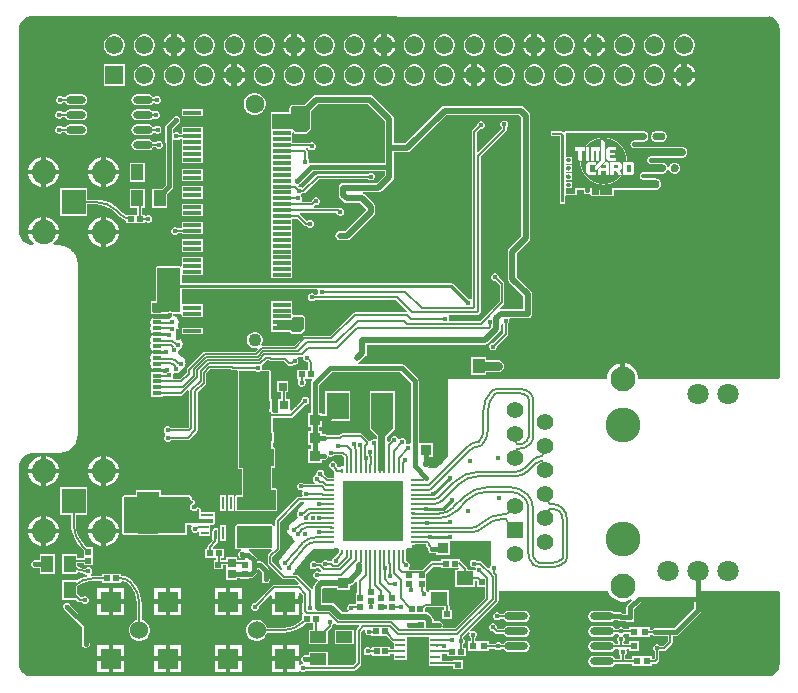
<source format=gbr>
G04*
G04 #@! TF.GenerationSoftware,Altium Limited,Altium Designer,24.1.2 (44)*
G04*
G04 Layer_Physical_Order=1*
G04 Layer_Color=255*
%FSLAX25Y25*%
%MOIN*%
G70*
G04*
G04 #@! TF.SameCoordinates,59DD8EBB-DCD7-4209-94D2-A0ED0100978B*
G04*
G04*
G04 #@! TF.FilePolarity,Positive*
G04*
G01*
G75*
%ADD13C,0.01000*%
%ADD15R,0.01968X0.02165*%
%ADD16R,0.02165X0.01968*%
%ADD17C,0.00886*%
%ADD18R,0.00984X0.04331*%
%ADD19C,0.01949*%
%ADD20R,0.00984X0.02756*%
%ADD21R,0.02756X0.00984*%
%ADD22R,0.04331X0.00984*%
%ADD23R,0.02756X0.02953*%
%ADD24R,0.02126X0.02284*%
%ADD25R,0.05512X0.05512*%
%ADD26R,0.05512X0.03937*%
%ADD27R,0.03937X0.05512*%
%ADD28R,0.05512X0.05512*%
%ADD29R,0.02237X0.02254*%
%ADD30R,0.01575X0.01968*%
%ADD31R,0.02288X0.02016*%
%ADD32R,0.03347X0.01063*%
%ADD33O,0.06496X0.02559*%
%ADD34R,0.03937X0.04921*%
%ADD35R,0.07000X0.07000*%
%ADD36C,0.06000*%
%ADD37R,0.03150X0.03150*%
%ADD38R,0.02648X0.02631*%
%ADD39O,0.01968X0.00787*%
%ADD40R,0.20472X0.20472*%
%ADD41O,0.00787X0.01968*%
%ADD42R,0.02047X0.02047*%
%ADD43R,0.02047X0.02047*%
%ADD44R,0.05512X0.04724*%
%ADD45R,0.03563X0.03568*%
%ADD46R,0.03568X0.03563*%
%ADD47R,0.07301X0.09000*%
%ADD48R,0.03937X0.03937*%
%ADD49R,0.03150X0.01181*%
%ADD50O,0.07874X0.02756*%
%ADD51R,0.06102X0.01181*%
%ADD52R,0.10827X0.04724*%
%ADD53R,0.04349X0.06717*%
%ADD54R,0.02816X0.02648*%
%ADD55R,0.02756X0.02756*%
%ADD56R,0.04331X0.05315*%
%ADD57R,0.02911X0.02648*%
%ADD58R,0.07505X0.05924*%
%ADD59R,0.06717X0.04546*%
%ADD60R,0.05315X0.04331*%
%ADD79R,0.06102X0.06102*%
%ADD80C,0.06102*%
%ADD89C,0.06299*%
%ADD90C,0.04331*%
%ADD92C,0.00600*%
%ADD93C,0.00500*%
%ADD94C,0.00500*%
%ADD95R,0.06299X0.09449*%
%ADD96C,0.01500*%
%ADD97C,0.00727*%
%ADD98C,0.02000*%
%ADD99C,0.00800*%
%ADD100C,0.03000*%
%ADD101C,0.00550*%
%ADD102C,0.01800*%
%ADD103C,0.05512*%
%ADD104C,0.08268*%
%ADD105C,0.07087*%
%ADD106C,0.11614*%
%ADD107C,0.08071*%
%ADD108R,0.08071X0.08071*%
%ADD109C,0.15748*%
%ADD110C,0.25591*%
%ADD111C,0.01600*%
G36*
X70017Y-206816D02*
Y-212941D01*
X68724Y-214233D01*
X65281D01*
X64406Y-213358D01*
X57599D01*
Y-208240D01*
X63702D01*
Y-206272D01*
X64292Y-205681D01*
X68882D01*
X70017Y-206816D01*
D02*
G37*
G36*
X95025Y-210505D02*
Y-219563D01*
Y-224716D01*
X70449D01*
X70257Y-224755D01*
X69939Y-224453D01*
X69868Y-224322D01*
Y-223868D01*
X69670Y-223391D01*
X69384Y-223104D01*
Y-221072D01*
X69322Y-220760D01*
X69145Y-220495D01*
X69145Y-220495D01*
X68715Y-220065D01*
X68601Y-219989D01*
X68752Y-219489D01*
X69455D01*
X69575Y-219777D01*
X69941Y-220143D01*
X70419Y-220341D01*
X70936D01*
X71413Y-220143D01*
X71779Y-219777D01*
X71977Y-219300D01*
Y-218782D01*
X71779Y-218305D01*
X71413Y-217939D01*
X70936Y-217741D01*
X70419D01*
X70138Y-217857D01*
X64202D01*
Y-214573D01*
X64663Y-214381D01*
X64898Y-214616D01*
X65281Y-214775D01*
X65281Y-214775D01*
X68724D01*
X69106Y-214616D01*
X70399Y-213323D01*
X70558Y-212941D01*
X70558Y-212941D01*
Y-207303D01*
X72815Y-205045D01*
X89565D01*
X95025Y-210505D01*
D02*
G37*
G36*
X72778Y-267055D02*
X72699Y-267246D01*
Y-267763D01*
X72807Y-268023D01*
X72526Y-268523D01*
X71750D01*
X71464Y-268236D01*
X70986Y-268038D01*
X70469D01*
X69991Y-268236D01*
X69625Y-268602D01*
X69427Y-269080D01*
Y-269597D01*
X69625Y-270075D01*
X69991Y-270441D01*
X70469Y-270638D01*
X70986D01*
X71464Y-270441D01*
X71750Y-270154D01*
X98752D01*
X102526Y-273928D01*
X102409Y-274259D01*
X102295Y-274404D01*
X85153D01*
X84860Y-274463D01*
X84612Y-274628D01*
X76947Y-282293D01*
X68239D01*
X67946Y-282351D01*
X67698Y-282517D01*
X67698Y-282517D01*
X64650Y-285565D01*
X54204D01*
X54194Y-285557D01*
X54111Y-285461D01*
X53922Y-285104D01*
X54177Y-284662D01*
X54359Y-283984D01*
Y-283283D01*
X54177Y-282605D01*
X53826Y-281997D01*
X53330Y-281501D01*
X52722Y-281150D01*
X52044Y-280968D01*
X51343D01*
X50665Y-281150D01*
X50057Y-281501D01*
X49561Y-281997D01*
X49210Y-282605D01*
X49028Y-283283D01*
Y-283984D01*
X49210Y-284662D01*
X49561Y-285270D01*
X50057Y-285766D01*
X50665Y-286117D01*
X51343Y-286299D01*
X52044D01*
X52542Y-286166D01*
X52801Y-286614D01*
X51938Y-287477D01*
X35102D01*
X34809Y-287536D01*
X34561Y-287701D01*
X29219Y-293044D01*
X29053Y-293292D01*
X28995Y-293584D01*
Y-294515D01*
X26846Y-296663D01*
X24557D01*
X24340Y-296174D01*
X24538Y-295696D01*
Y-295179D01*
X24475Y-295027D01*
X24835Y-294589D01*
X25238Y-294669D01*
X26116Y-294494D01*
X26860Y-293997D01*
X27310Y-293323D01*
X27984Y-292873D01*
X28481Y-292129D01*
X28656Y-291251D01*
X28481Y-290373D01*
X27984Y-289629D01*
X27970Y-289487D01*
X28003Y-289454D01*
X27564Y-289272D01*
X27189Y-288897D01*
X27150Y-288871D01*
X26249Y-288180D01*
X26185Y-288050D01*
X26131Y-287571D01*
X26451Y-287092D01*
X27087Y-286667D01*
X27584Y-285923D01*
X27759Y-285045D01*
X27584Y-284167D01*
X27087Y-283423D01*
X25906Y-282241D01*
X25602Y-282038D01*
Y-281437D01*
X25658Y-281399D01*
X26156Y-280655D01*
X26330Y-279777D01*
X26156Y-278899D01*
X26041Y-278727D01*
X26156Y-278555D01*
X26330Y-277677D01*
X26156Y-276799D01*
X25658Y-276055D01*
X24914Y-275558D01*
X24311Y-275438D01*
X24360Y-274938D01*
X26787D01*
X26875Y-274901D01*
X27375Y-275227D01*
Y-275866D01*
X34477D01*
Y-271716D01*
X27375Y-271716D01*
X27328Y-271236D01*
Y-266555D01*
X72457D01*
X72778Y-267055D01*
D02*
G37*
G36*
X26787Y-274397D02*
X24256D01*
X24123Y-274264D01*
X23645Y-274066D01*
X23128D01*
X22650Y-274264D01*
X22517Y-274397D01*
X17578D01*
Y-271247D01*
X19251D01*
Y-259618D01*
X26787D01*
Y-274397D01*
D02*
G37*
G36*
X222861Y-175774D02*
X223041Y-175738D01*
X223223Y-175719D01*
X223270Y-175694D01*
X223993Y-175909D01*
X224741Y-176303D01*
X225398Y-176836D01*
X225938Y-177486D01*
X226342Y-178229D01*
X226593Y-179037D01*
X226682Y-179878D01*
X226644Y-180299D01*
X226650Y-180354D01*
X226639Y-180409D01*
X226639Y-296085D01*
X226139Y-296442D01*
X179459D01*
Y-295766D01*
X179109Y-294460D01*
X178433Y-293289D01*
X177477Y-292334D01*
X176307Y-291658D01*
X175075Y-291328D01*
Y-296442D01*
X173575D01*
Y-291328D01*
X172344Y-291658D01*
X171173Y-292334D01*
X170217Y-293289D01*
X169541Y-294460D01*
X169191Y-295766D01*
Y-296442D01*
X116241D01*
Y-322335D01*
X112175Y-326401D01*
X109665D01*
X109458Y-325901D01*
X109585Y-325774D01*
X109654Y-325609D01*
X109862Y-325296D01*
X109959Y-324808D01*
Y-322657D01*
X110967D01*
Y-318090D01*
X106403Y-318090D01*
X106343Y-317615D01*
Y-297330D01*
X106246Y-296842D01*
X105970Y-296429D01*
X101540Y-291999D01*
X101127Y-291723D01*
X100639Y-291626D01*
X86261D01*
X86212Y-291126D01*
X86345Y-291100D01*
X86841Y-290768D01*
X88653Y-288956D01*
X88985Y-288460D01*
X89101Y-287875D01*
Y-285178D01*
X128454D01*
X129039Y-285062D01*
X129535Y-284730D01*
X133368Y-280898D01*
X133699Y-280401D01*
X133816Y-279816D01*
Y-278649D01*
X134316Y-278395D01*
X134425Y-278476D01*
Y-281268D01*
X131194Y-284499D01*
X130881D01*
X130403Y-284697D01*
X130037Y-285063D01*
X129839Y-285540D01*
Y-286058D01*
X130037Y-286535D01*
X130403Y-286901D01*
X130881Y-287099D01*
X131398D01*
X131876Y-286901D01*
X132241Y-286535D01*
X132439Y-286058D01*
Y-285744D01*
X135928Y-282255D01*
X136119Y-281969D01*
X136186Y-281632D01*
X136186Y-281632D01*
Y-278096D01*
X136408Y-277874D01*
X136606Y-277396D01*
Y-276879D01*
X136601Y-276867D01*
X136935Y-276367D01*
X142721D01*
X143306Y-276251D01*
X143802Y-275919D01*
X144134Y-275423D01*
X144250Y-274838D01*
Y-273304D01*
Y-268273D01*
X144134Y-267688D01*
X143802Y-267192D01*
X139088Y-262478D01*
Y-254739D01*
X143177Y-250651D01*
X143508Y-250155D01*
X143624Y-249570D01*
Y-208830D01*
X143508Y-208245D01*
X143177Y-207749D01*
X141467Y-206039D01*
X140971Y-205708D01*
X140385Y-205591D01*
X114985D01*
X114400Y-205708D01*
X113904Y-206039D01*
X101910Y-218033D01*
X98084D01*
Y-209872D01*
X97967Y-209287D01*
X97636Y-208790D01*
X91280Y-202434D01*
X90784Y-202103D01*
X90198Y-201986D01*
X72182D01*
X71597Y-202103D01*
X71100Y-202434D01*
X68395Y-205140D01*
X64292D01*
X64292Y-205140D01*
X63910Y-205298D01*
X63910Y-205298D01*
X63319Y-205889D01*
X63160Y-206272D01*
X63160Y-206272D01*
Y-207699D01*
X57599D01*
X57500Y-207740D01*
X57099D01*
Y-208140D01*
X57058Y-208240D01*
Y-213358D01*
X57099Y-213457D01*
Y-215827D01*
Y-219764D01*
Y-223701D01*
Y-227638D01*
Y-231575D01*
Y-235512D01*
Y-239449D01*
Y-243386D01*
Y-247323D01*
Y-251260D01*
Y-255197D01*
Y-259134D01*
Y-263071D01*
X64202D01*
Y-259134D01*
Y-255197D01*
Y-251260D01*
Y-247323D01*
Y-243111D01*
X65740D01*
X68060Y-245431D01*
X68060Y-245431D01*
X68325Y-245608D01*
X68637Y-245670D01*
X69192D01*
X69478Y-245956D01*
X69956Y-246154D01*
X70473D01*
X70951Y-245956D01*
X71317Y-245591D01*
X71514Y-245113D01*
Y-244596D01*
X71317Y-244118D01*
X70951Y-243752D01*
X70473Y-243554D01*
X69956D01*
X69478Y-243752D01*
X69392Y-243838D01*
X68775D01*
X66654Y-241718D01*
X66541Y-241642D01*
X66692Y-241142D01*
X78955D01*
Y-241176D01*
X79153Y-241654D01*
X79518Y-242019D01*
X79996Y-242217D01*
X80513D01*
X80991Y-242019D01*
X81357Y-241654D01*
X81555Y-241176D01*
Y-240659D01*
X81357Y-240181D01*
X80991Y-239815D01*
X80513Y-239617D01*
X79996D01*
X79858Y-239674D01*
X79706Y-239573D01*
X79394Y-239511D01*
X79394Y-239511D01*
X71543D01*
X71391Y-239011D01*
X71505Y-238935D01*
X71812Y-238627D01*
X71924Y-238674D01*
X72442D01*
X72919Y-238476D01*
X73285Y-238110D01*
X73483Y-237632D01*
Y-237115D01*
X73285Y-236637D01*
X72919Y-236272D01*
X72442Y-236074D01*
X71924D01*
X71447Y-236272D01*
X71081Y-236637D01*
X70883Y-237115D01*
Y-237250D01*
X70590Y-237542D01*
X67565D01*
X67437Y-237359D01*
X67309Y-237042D01*
X67472Y-236648D01*
Y-236131D01*
X67274Y-235653D01*
X67158Y-235537D01*
X67276Y-234947D01*
X67323Y-234928D01*
X67545Y-234706D01*
X67918D01*
X68255Y-234639D01*
X68540Y-234448D01*
X73002Y-229987D01*
X89557D01*
X89779Y-230208D01*
X90257Y-230406D01*
X90774D01*
X91252Y-230208D01*
X91618Y-229843D01*
X91815Y-229365D01*
Y-228848D01*
X91618Y-228370D01*
X91252Y-228004D01*
X90774Y-227806D01*
X90257D01*
X89779Y-228004D01*
X89557Y-228226D01*
X72637D01*
X72300Y-228293D01*
X72014Y-228484D01*
X67553Y-232945D01*
X67545D01*
X67323Y-232723D01*
X66846Y-232525D01*
X66597D01*
X66264Y-232190D01*
X66352Y-231840D01*
X66411Y-231703D01*
X66692Y-231586D01*
X67058Y-231220D01*
X67083Y-231159D01*
X70977Y-227265D01*
X95025D01*
Y-228620D01*
X92328Y-231317D01*
X81275D01*
X80690Y-231433D01*
X80194Y-231765D01*
X79862Y-232261D01*
X79746Y-232846D01*
Y-235218D01*
X79862Y-235803D01*
X80194Y-236299D01*
X81366Y-237471D01*
X81862Y-237803D01*
X82447Y-237919D01*
X86939D01*
X88847Y-239827D01*
Y-240284D01*
X81869Y-247262D01*
X80076D01*
X79491Y-247378D01*
X78995Y-247710D01*
X78663Y-248206D01*
X78547Y-248791D01*
X78663Y-249377D01*
X78995Y-249873D01*
X79491Y-250204D01*
X80076Y-250321D01*
X82502D01*
X83087Y-250204D01*
X83584Y-249873D01*
X91458Y-241999D01*
X91789Y-241502D01*
X91905Y-240917D01*
Y-239194D01*
X91789Y-238608D01*
X91458Y-238112D01*
X88653Y-235308D01*
X88157Y-234977D01*
X87650Y-234876D01*
X87700Y-234376D01*
X92962D01*
X93547Y-234259D01*
X94043Y-233928D01*
X97636Y-230335D01*
X97967Y-229839D01*
X98084Y-229254D01*
Y-225957D01*
Y-221092D01*
X102543D01*
X103129Y-220976D01*
X103625Y-220644D01*
X115619Y-208650D01*
X139752D01*
X140566Y-209464D01*
Y-248936D01*
X136477Y-253025D01*
X136146Y-253521D01*
X136029Y-254106D01*
Y-263111D01*
X136146Y-263696D01*
X136477Y-264193D01*
X141191Y-268907D01*
Y-273308D01*
X133791D01*
X133614Y-273343D01*
X133368Y-272883D01*
X134670Y-271581D01*
X134670Y-271581D01*
X134836Y-271333D01*
X134894Y-271040D01*
Y-264895D01*
X134894Y-264894D01*
X134836Y-264602D01*
X134670Y-264354D01*
X133105Y-262789D01*
Y-262312D01*
X132907Y-261834D01*
X132542Y-261469D01*
X132064Y-261271D01*
X131547D01*
X131069Y-261469D01*
X130703Y-261834D01*
X130505Y-262312D01*
Y-262829D01*
X130703Y-263307D01*
X131069Y-263673D01*
X131547Y-263871D01*
X132024D01*
X133364Y-265211D01*
Y-270723D01*
X126674Y-277414D01*
X116723D01*
X116410Y-276914D01*
X116494Y-276710D01*
Y-276193D01*
X116296Y-275715D01*
X116260Y-275678D01*
X116467Y-275179D01*
X125888D01*
X125888Y-275179D01*
X126200Y-275116D01*
X126464Y-274940D01*
X126816Y-274588D01*
X126816Y-274588D01*
X126993Y-274324D01*
X127055Y-274011D01*
X127055Y-274011D01*
Y-222457D01*
X135486Y-214025D01*
X135486Y-214025D01*
X135663Y-213761D01*
X135725Y-213449D01*
Y-212764D01*
X136011Y-212478D01*
X136209Y-212000D01*
Y-211483D01*
X136011Y-211005D01*
X135646Y-210640D01*
X135168Y-210442D01*
X134651D01*
X134173Y-210640D01*
X133807Y-211005D01*
X133609Y-211483D01*
Y-212000D01*
X133807Y-212478D01*
X133985Y-212656D01*
Y-213219D01*
X126160Y-221044D01*
X125660Y-220837D01*
Y-214571D01*
X126919Y-213312D01*
X127324D01*
X127802Y-213114D01*
X128168Y-212749D01*
X128366Y-212271D01*
Y-211754D01*
X128168Y-211276D01*
X127802Y-210910D01*
X127324Y-210712D01*
X126807D01*
X126329Y-210910D01*
X125963Y-211276D01*
X125766Y-211754D01*
Y-212159D01*
X124267Y-213657D01*
X124091Y-213921D01*
X124029Y-214233D01*
X124029Y-214234D01*
Y-269808D01*
X123892Y-269922D01*
X123529Y-270082D01*
X123166Y-269932D01*
X123049D01*
X117932Y-264815D01*
X117601Y-264594D01*
X117211Y-264516D01*
X27328D01*
Y-262567D01*
X27375Y-262086D01*
X27828Y-262086D01*
X34477D01*
Y-260118D01*
Y-255968D01*
X27375D01*
Y-258788D01*
X26875Y-259113D01*
X26787Y-259077D01*
X19251D01*
X18868Y-259235D01*
X18710Y-259618D01*
Y-270706D01*
X17578D01*
X17478Y-270747D01*
X17078D01*
Y-271147D01*
X17036Y-271247D01*
Y-274397D01*
X17078Y-274496D01*
Y-274897D01*
X17478D01*
X17578Y-274938D01*
X22517D01*
X22900Y-274779D01*
X22900Y-274779D01*
X22957Y-274723D01*
X23236Y-274607D01*
X23538D01*
X23816Y-274723D01*
X23873Y-274779D01*
X24159Y-274898D01*
X24036Y-275383D01*
X23158Y-275558D01*
X23105Y-275594D01*
X22528D01*
X22078Y-275683D01*
X20120D01*
X20030Y-275624D01*
X19152Y-275449D01*
X18274Y-275624D01*
X17530Y-276121D01*
X17175Y-276653D01*
X17078D01*
Y-276798D01*
X17033Y-276865D01*
X16858Y-277743D01*
X17033Y-278621D01*
X17078Y-278688D01*
Y-278767D01*
X17033Y-278834D01*
X16858Y-279712D01*
X17033Y-280589D01*
X17078Y-280656D01*
Y-280802D01*
X17175D01*
X17530Y-281334D01*
X17674Y-281430D01*
Y-281930D01*
X17530Y-282026D01*
X17175Y-282558D01*
X17078D01*
Y-282704D01*
X17033Y-282771D01*
X16858Y-283648D01*
X17033Y-284526D01*
X17078Y-284593D01*
Y-284672D01*
X17033Y-284739D01*
X16858Y-285617D01*
X17033Y-286495D01*
X17078Y-286562D01*
Y-286708D01*
X17175D01*
X17530Y-287239D01*
X17674Y-287335D01*
Y-287836D01*
X17530Y-287932D01*
X17175Y-288463D01*
X17078D01*
Y-288609D01*
X17033Y-288676D01*
X16858Y-289554D01*
X17033Y-290432D01*
X17078Y-290499D01*
Y-290578D01*
X17033Y-290645D01*
X16858Y-291523D01*
X17033Y-292400D01*
X17078Y-292467D01*
Y-292613D01*
X17175D01*
X17530Y-293145D01*
X18274Y-293642D01*
X19152Y-293817D01*
X19256Y-293796D01*
X19718Y-293712D01*
X20030Y-293642D01*
X20056Y-293625D01*
X20233Y-293582D01*
X20493Y-293582D01*
X22732D01*
X22790Y-293686D01*
X22566Y-294308D01*
X22502Y-294335D01*
X22153Y-294684D01*
X21227D01*
Y-294369D01*
X17078D01*
Y-298519D01*
Y-302456D01*
X21227D01*
Y-302130D01*
X27135D01*
X27428Y-302071D01*
X27676Y-301906D01*
X29228Y-300353D01*
X29728Y-300560D01*
Y-312546D01*
X29355Y-312919D01*
X23685D01*
X23399Y-312633D01*
X22921Y-312435D01*
X22404D01*
X21926Y-312633D01*
X21560Y-312998D01*
X21362Y-313476D01*
Y-313993D01*
X21560Y-314471D01*
X21794Y-314705D01*
X21906Y-314930D01*
X21819Y-315334D01*
X21645Y-315508D01*
X21447Y-315985D01*
Y-316503D01*
X21645Y-316981D01*
X22011Y-317346D01*
X22488Y-317544D01*
X23005D01*
X23483Y-317346D01*
X23770Y-317060D01*
X29367D01*
X29367Y-317060D01*
X29680Y-316998D01*
X29944Y-316821D01*
X32435Y-314330D01*
X32435Y-314330D01*
X32612Y-314066D01*
X32674Y-313753D01*
Y-301046D01*
X35347Y-298373D01*
X35347Y-298373D01*
X35524Y-298109D01*
X35586Y-297797D01*
X35586Y-297797D01*
Y-294781D01*
X36960Y-293407D01*
X43741D01*
X43804Y-293469D01*
X43804Y-293469D01*
X44068Y-293646D01*
X44380Y-293708D01*
X45626D01*
X46009Y-294037D01*
Y-326201D01*
X46167Y-326584D01*
X46550Y-326742D01*
X47366D01*
Y-335250D01*
X45734D01*
X45351Y-335408D01*
X45192Y-335791D01*
Y-340122D01*
X45351Y-340504D01*
X45734Y-340663D01*
X58712D01*
X59094Y-340504D01*
X59253Y-340122D01*
Y-333534D01*
X59094Y-333152D01*
X58712Y-332993D01*
X57525D01*
Y-326294D01*
X57981D01*
X58363Y-326136D01*
X58522Y-325753D01*
Y-319949D01*
X58363Y-319566D01*
X57981Y-319408D01*
X57785D01*
Y-317907D01*
X58005D01*
Y-314260D01*
X57785D01*
Y-309532D01*
X63721D01*
X63721Y-309532D01*
X64033Y-309470D01*
X64298Y-309293D01*
X68422Y-305170D01*
X68827D01*
X69305Y-304972D01*
X69670Y-304606D01*
X69868Y-304128D01*
Y-303611D01*
X69670Y-303133D01*
X69305Y-302767D01*
X68827Y-302570D01*
X68310D01*
X67832Y-302767D01*
X67466Y-303133D01*
X67268Y-303611D01*
Y-304016D01*
X63976Y-307308D01*
X63476Y-307101D01*
Y-303254D01*
X62217D01*
Y-300992D01*
X62942D01*
Y-297361D01*
X59294D01*
Y-300992D01*
X60585D01*
Y-303254D01*
X59326D01*
Y-307401D01*
X59326Y-307404D01*
X59319Y-307901D01*
X57785D01*
Y-307494D01*
X57626Y-307112D01*
X57570Y-307089D01*
Y-303254D01*
X56988D01*
Y-294037D01*
X56830Y-293654D01*
X56447Y-293496D01*
X54375D01*
X54145Y-293151D01*
Y-292634D01*
X54088Y-292498D01*
X53965Y-292136D01*
X54283Y-291785D01*
X55772Y-290296D01*
X56422D01*
X56638Y-290512D01*
X56638Y-290512D01*
X56903Y-290689D01*
X57215Y-290751D01*
X61443D01*
X62561Y-291869D01*
X62561Y-291869D01*
X62825Y-292046D01*
X63138Y-292108D01*
X63138Y-292108D01*
X64134D01*
X64134Y-292108D01*
X64446Y-292046D01*
X64711Y-291869D01*
X64712Y-291868D01*
X64727Y-291874D01*
X65244D01*
X65722Y-291676D01*
X66088Y-291310D01*
X66286Y-290832D01*
Y-290315D01*
X66088Y-289837D01*
X65895Y-289645D01*
X66102Y-289145D01*
X67372D01*
X67513Y-289117D01*
X67716Y-289257D01*
X67865Y-289397D01*
X67934Y-289504D01*
Y-289924D01*
X68132Y-290402D01*
X68498Y-290768D01*
X68975Y-290966D01*
X69441D01*
X69488Y-291080D01*
X69505D01*
Y-293528D01*
X65785D01*
Y-296497D01*
X66157D01*
X66364Y-296997D01*
X66266Y-297095D01*
X66068Y-297573D01*
Y-298090D01*
X66266Y-298568D01*
X66632Y-298934D01*
X67109Y-299132D01*
X67627D01*
X68104Y-298934D01*
X68470Y-298568D01*
X68668Y-298090D01*
Y-297573D01*
X68470Y-297095D01*
X68371Y-296997D01*
X68579Y-296497D01*
X70802D01*
X70993Y-296959D01*
X70890Y-297061D01*
X70614Y-297475D01*
X70517Y-297962D01*
Y-307908D01*
X69510D01*
Y-312475D01*
X70517D01*
Y-313960D01*
X69510D01*
Y-318528D01*
X70517D01*
Y-319873D01*
X69510D01*
Y-324441D01*
X74073D01*
Y-323657D01*
X74563Y-323457D01*
X75080D01*
X75558Y-323259D01*
X75924Y-322894D01*
X76018Y-322666D01*
X76186Y-322416D01*
X76622Y-322416D01*
X76759Y-322473D01*
X77276D01*
X77754Y-322275D01*
X77975Y-322054D01*
X80782D01*
X81451Y-322724D01*
Y-325343D01*
X81357Y-325445D01*
X80951Y-325683D01*
X80757Y-325644D01*
X80409Y-325714D01*
X80113Y-325911D01*
X80037Y-326024D01*
X79501Y-326091D01*
X79448Y-326076D01*
X79160Y-325788D01*
X79151Y-325745D01*
X79086Y-325647D01*
X79114Y-325580D01*
Y-325063D01*
X78916Y-324585D01*
X78550Y-324219D01*
X78072Y-324021D01*
X77555D01*
X77077Y-324219D01*
X76712Y-324585D01*
X76514Y-325063D01*
Y-325580D01*
X76712Y-326058D01*
X77077Y-326423D01*
X77555Y-326621D01*
X77573D01*
X77715Y-326834D01*
X78252Y-327370D01*
X78100Y-327737D01*
X78100D01*
Y-329483D01*
X76919D01*
X76570Y-329552D01*
X76531Y-329578D01*
X75976D01*
X74859Y-328462D01*
X74863Y-328453D01*
Y-327936D01*
X74665Y-327458D01*
X74299Y-327093D01*
X73822Y-326895D01*
X73304D01*
X72827Y-327093D01*
X72461Y-327458D01*
X72263Y-327936D01*
Y-328453D01*
X72164Y-328602D01*
X72081D01*
X71604Y-328800D01*
X71238Y-329166D01*
X71040Y-329643D01*
Y-330161D01*
X71238Y-330638D01*
X71604Y-331004D01*
X71858Y-331110D01*
X71759Y-331610D01*
X68088D01*
X67801Y-331323D01*
X67324Y-331125D01*
X66806D01*
X66329Y-331323D01*
X65963Y-331689D01*
X65765Y-332167D01*
Y-332684D01*
X65963Y-333162D01*
X66329Y-333527D01*
X66806Y-333725D01*
X67324D01*
X67465Y-333667D01*
X67748Y-334091D01*
X67735Y-334104D01*
X67537Y-334582D01*
Y-335099D01*
X67642Y-335352D01*
X67357Y-335852D01*
X66434D01*
X66434Y-335852D01*
X66122Y-335914D01*
X65857Y-336091D01*
X58725Y-343223D01*
X58549Y-343488D01*
X58486Y-343800D01*
X58486Y-343800D01*
Y-345391D01*
X57986Y-345490D01*
X57888Y-345251D01*
X57505Y-345092D01*
X45734D01*
X45351Y-345251D01*
X45192Y-345634D01*
Y-349964D01*
Y-352835D01*
X45351Y-353218D01*
X45734Y-353376D01*
X47038D01*
X47137Y-353876D01*
X46847Y-353997D01*
X46481Y-354362D01*
X46283Y-354840D01*
Y-355357D01*
X46481Y-355835D01*
X46847Y-356201D01*
X47325Y-356399D01*
X47842D01*
X47857Y-356392D01*
X48562D01*
X48590Y-356434D01*
X48323Y-356934D01*
X46822D01*
Y-357032D01*
X45875D01*
Y-355871D01*
X42119D01*
Y-357032D01*
X41165D01*
Y-356974D01*
X40529D01*
Y-356158D01*
X41296D01*
Y-353190D01*
X37798D01*
X37668Y-352690D01*
X39125Y-351233D01*
X39125Y-351233D01*
X39302Y-350968D01*
X39364Y-350656D01*
Y-350372D01*
X39423Y-350347D01*
X39582Y-349964D01*
Y-346815D01*
X39423Y-346432D01*
X39041Y-346273D01*
X38549D01*
X38549Y-346273D01*
X38166Y-346432D01*
Y-346432D01*
X37674Y-346924D01*
X37674Y-346924D01*
X37515Y-347307D01*
X37515Y-347307D01*
Y-349964D01*
X37674Y-350347D01*
X37679Y-350372D01*
X36184Y-351867D01*
X36007Y-352132D01*
X35945Y-352444D01*
X35945Y-352444D01*
Y-353190D01*
X35178D01*
Y-356158D01*
X38897D01*
Y-356974D01*
X37999D01*
Y-359942D01*
X41165D01*
Y-358663D01*
X42119D01*
Y-363564D01*
X45875D01*
Y-362892D01*
X46822D01*
Y-363289D01*
X49948D01*
Y-362921D01*
X50442D01*
X50929Y-362824D01*
X51343Y-362548D01*
X52222Y-361669D01*
X52498Y-361256D01*
X52595Y-360768D01*
Y-360151D01*
X53095Y-360014D01*
X54069Y-360988D01*
Y-363143D01*
X54062Y-363158D01*
Y-363675D01*
X54260Y-364153D01*
X54626Y-364519D01*
X55104Y-364717D01*
X55621D01*
X56099Y-364519D01*
X56464Y-364153D01*
X56662Y-363675D01*
Y-363158D01*
X56618Y-363051D01*
Y-360460D01*
X56521Y-359972D01*
X56244Y-359559D01*
X54427Y-357742D01*
X54014Y-357466D01*
X53526Y-357369D01*
X52595D01*
Y-356920D01*
X52498Y-356433D01*
X52222Y-356019D01*
X50419Y-354217D01*
X50006Y-353940D01*
X49683Y-353876D01*
X49733Y-353376D01*
X57200D01*
X57407Y-353876D01*
X56228Y-355055D01*
X56051Y-355319D01*
X55989Y-355631D01*
X55989Y-355631D01*
Y-357802D01*
X55989Y-357802D01*
X56051Y-358114D01*
X56228Y-358378D01*
X61045Y-363195D01*
X61045Y-363195D01*
X61310Y-363372D01*
X61622Y-363434D01*
X61622Y-363434D01*
X65166D01*
X66349Y-364617D01*
X66142Y-365117D01*
X58294D01*
X58294Y-365117D01*
X57957Y-365184D01*
X57672Y-365374D01*
X51819Y-371227D01*
X51506D01*
X51028Y-371425D01*
X50662Y-371791D01*
X50464Y-372268D01*
Y-372785D01*
X50662Y-373263D01*
X51028Y-373629D01*
X51506Y-373827D01*
X52023D01*
X52501Y-373629D01*
X52867Y-373263D01*
X53064Y-372785D01*
Y-372472D01*
X56900Y-368636D01*
X57362Y-368828D01*
Y-370104D01*
X66362D01*
Y-367895D01*
X66824Y-367704D01*
X67700Y-368580D01*
Y-370924D01*
X67533Y-371174D01*
X67466Y-371511D01*
Y-374009D01*
X67533Y-374346D01*
X67658Y-374533D01*
X67507Y-375033D01*
X67507D01*
Y-376942D01*
X66218Y-377999D01*
X64629Y-378849D01*
X62904Y-379372D01*
X61144Y-379545D01*
X61110Y-379538D01*
X55767D01*
X55624Y-379003D01*
X55163Y-378205D01*
X54511Y-377554D01*
X53713Y-377093D01*
X52823Y-376854D01*
X51901D01*
X51011Y-377093D01*
X50213Y-377554D01*
X49562Y-378205D01*
X49101Y-379003D01*
X48862Y-379893D01*
Y-380815D01*
X49101Y-381705D01*
X49562Y-382503D01*
X50213Y-383155D01*
X51011Y-383616D01*
X51901Y-383854D01*
X52823D01*
X53713Y-383616D01*
X54511Y-383155D01*
X55163Y-382503D01*
X55624Y-381705D01*
X55767Y-381170D01*
X61110D01*
Y-381188D01*
X62805Y-381054D01*
X64458Y-380657D01*
X66028Y-380007D01*
X67478Y-379119D01*
X68770Y-378015D01*
X69265Y-378001D01*
X71226D01*
Y-380146D01*
X69677D01*
Y-385083D01*
X76189D01*
Y-380512D01*
X77239Y-379462D01*
X77239Y-379462D01*
X77416Y-379197D01*
X77478Y-378885D01*
X77478Y-378885D01*
Y-378622D01*
X77590Y-378575D01*
X77956Y-378210D01*
X77996Y-378113D01*
X78586Y-377996D01*
X78877Y-378287D01*
X79163Y-378478D01*
X79499Y-378545D01*
X86366D01*
X86558Y-379007D01*
X85724Y-379840D01*
X85534Y-380126D01*
X85466Y-380463D01*
Y-390923D01*
X84344Y-392046D01*
X76189D01*
Y-387626D01*
X69677D01*
Y-388601D01*
X68752D01*
X68691Y-388576D01*
X68174D01*
X67696Y-388774D01*
X67330Y-389140D01*
X67132Y-389617D01*
Y-390135D01*
X67330Y-390612D01*
X67696Y-390978D01*
X67800Y-391021D01*
X67701Y-391521D01*
X67446D01*
X66969Y-391719D01*
X66862Y-391826D01*
X66362Y-391618D01*
Y-390604D01*
X62612D01*
Y-394354D01*
X66362D01*
Y-394024D01*
X66862Y-393817D01*
X66969Y-393923D01*
X67446Y-394121D01*
X67963D01*
X68441Y-393923D01*
X68558Y-393807D01*
X84708D01*
X85045Y-393740D01*
X85331Y-393549D01*
X86970Y-391910D01*
X87160Y-391625D01*
X87227Y-391288D01*
Y-380827D01*
X87985Y-380070D01*
X88210Y-380100D01*
X88579Y-380515D01*
Y-381032D01*
X88777Y-381510D01*
X89143Y-381876D01*
X89621Y-382074D01*
X90138D01*
X90187Y-382053D01*
X90687Y-382194D01*
Y-382194D01*
X90687Y-382194D01*
X95553D01*
X97375Y-384016D01*
X97639Y-384192D01*
X97951Y-384255D01*
X98110Y-384704D01*
Y-386560D01*
X96838D01*
Y-385892D01*
X90720D01*
Y-386274D01*
X90220Y-386442D01*
X90052Y-386274D01*
X89574Y-386076D01*
X89057D01*
X88579Y-386274D01*
X88214Y-386640D01*
X88016Y-387117D01*
Y-387634D01*
X88214Y-388112D01*
X88579Y-388478D01*
X89057Y-388676D01*
X89574D01*
X90052Y-388478D01*
X90220Y-388310D01*
X90720Y-388478D01*
Y-388860D01*
X96838D01*
Y-388192D01*
X98110D01*
Y-390376D01*
X102456D01*
Y-386439D01*
Y-382565D01*
X109724D01*
Y-384470D01*
Y-388407D01*
Y-392344D01*
X114070D01*
Y-392129D01*
X117911D01*
Y-393321D01*
X121076D01*
Y-390353D01*
X117911D01*
Y-390497D01*
X114070D01*
Y-388192D01*
X115891D01*
Y-389081D01*
X122009D01*
Y-386113D01*
X121242D01*
Y-385086D01*
X121528Y-384800D01*
X121726Y-384322D01*
Y-383805D01*
X121528Y-383327D01*
X121242Y-383041D01*
Y-382529D01*
X122875Y-380895D01*
X123299Y-381178D01*
X123159Y-381517D01*
Y-382034D01*
X123357Y-382511D01*
X123643Y-382798D01*
Y-384083D01*
X122841D01*
Y-387337D01*
X125901D01*
X126401Y-387337D01*
X126577Y-387337D01*
X129638D01*
Y-386526D01*
X131895D01*
X132181Y-386812D01*
X132659Y-387010D01*
X133176D01*
X133654Y-386812D01*
X133940Y-386526D01*
X134610D01*
X134969Y-387064D01*
X135590Y-387479D01*
X136323Y-387625D01*
X141441D01*
X142174Y-387479D01*
X142795Y-387064D01*
X143210Y-386443D01*
X143356Y-385710D01*
X143210Y-384977D01*
X142795Y-384356D01*
X142174Y-383941D01*
X141441Y-383795D01*
X136323D01*
X135590Y-383941D01*
X134969Y-384356D01*
X134610Y-384894D01*
X133940D01*
X133654Y-384608D01*
X133176Y-384410D01*
X132659D01*
X132181Y-384608D01*
X131895Y-384894D01*
X129638D01*
Y-384083D01*
X126577D01*
X126077Y-384083D01*
X125901Y-384083D01*
X125275D01*
Y-382798D01*
X125561Y-382511D01*
X125759Y-382034D01*
Y-381517D01*
X125561Y-381039D01*
X125195Y-380673D01*
X124718Y-380475D01*
X124200D01*
X123862Y-380615D01*
X123579Y-380191D01*
X132742Y-371029D01*
X132742Y-371029D01*
X132918Y-370764D01*
X132981Y-370452D01*
X132981Y-370452D01*
Y-367413D01*
X169485D01*
X169541Y-367623D01*
X170217Y-368794D01*
X171173Y-369750D01*
X172344Y-370426D01*
X173649Y-370776D01*
X175001D01*
X176307Y-370426D01*
X177169Y-369928D01*
X177476Y-370328D01*
X175950Y-371854D01*
X175674Y-372267D01*
X175577Y-372755D01*
Y-374583D01*
X175564D01*
Y-374793D01*
X174257D01*
X174072Y-374608D01*
X173594Y-374410D01*
X173077D01*
X173015Y-374436D01*
X171392D01*
X171338Y-374356D01*
X170717Y-373941D01*
X169985Y-373795D01*
X164866D01*
X164134Y-373941D01*
X163513Y-374356D01*
X163098Y-374977D01*
X162952Y-375710D01*
X163098Y-376443D01*
X163513Y-377064D01*
X164134Y-377479D01*
X164866Y-377625D01*
X169985D01*
X170717Y-377479D01*
X171338Y-377064D01*
X171392Y-376985D01*
X172843D01*
X173232Y-377245D01*
X173720Y-377342D01*
X175564D01*
Y-377552D01*
X178139D01*
Y-374583D01*
X178126D01*
Y-373283D01*
X180359Y-371050D01*
X198051D01*
Y-373138D01*
X191478Y-379711D01*
X185395D01*
X185333Y-379686D01*
X184816D01*
X184338Y-379884D01*
X184052Y-380170D01*
X183400D01*
Y-379359D01*
X180340D01*
X179840Y-379359D01*
X179663Y-379359D01*
X176603D01*
Y-379894D01*
X174800D01*
X174513Y-379608D01*
X174036Y-379410D01*
X173518D01*
X173041Y-379608D01*
X172754Y-379894D01*
X171698D01*
X171338Y-379356D01*
X170717Y-378941D01*
X169985Y-378795D01*
X164866D01*
X164134Y-378941D01*
X163513Y-379356D01*
X163098Y-379977D01*
X162952Y-380710D01*
X163098Y-381443D01*
X163513Y-382064D01*
X164134Y-382479D01*
X164866Y-382625D01*
X169985D01*
X170717Y-382479D01*
X171338Y-382064D01*
X171698Y-381526D01*
X172754D01*
X173001Y-381773D01*
X173022Y-382055D01*
X173001Y-382337D01*
X172675Y-382663D01*
X172477Y-383141D01*
Y-383658D01*
X172675Y-384136D01*
X172933Y-384395D01*
X172894Y-384894D01*
X171698D01*
X171338Y-384356D01*
X170717Y-383941D01*
X169985Y-383795D01*
X164866D01*
X164134Y-383941D01*
X163513Y-384356D01*
X163098Y-384977D01*
X162952Y-385710D01*
X163098Y-386443D01*
X163513Y-387064D01*
X164134Y-387479D01*
X164866Y-387625D01*
X169985D01*
X170717Y-387479D01*
X171338Y-387064D01*
X171698Y-386526D01*
X172895D01*
X173171Y-387026D01*
X173061Y-387294D01*
Y-387811D01*
X173258Y-388289D01*
X173509Y-388540D01*
Y-389894D01*
X171698D01*
X171338Y-389356D01*
X170717Y-388941D01*
X169985Y-388795D01*
X164866D01*
X164134Y-388941D01*
X163513Y-389356D01*
X163098Y-389977D01*
X162952Y-390710D01*
X163098Y-391443D01*
X163513Y-392064D01*
X164134Y-392479D01*
X164866Y-392625D01*
X169985D01*
X170717Y-392479D01*
X171338Y-392064D01*
X171698Y-391526D01*
X177390D01*
Y-392337D01*
X180450D01*
X180950Y-392337D01*
X181127Y-392337D01*
X184187D01*
Y-391526D01*
X185102D01*
X185102Y-391526D01*
X185414Y-391464D01*
X185679Y-391287D01*
X186358Y-390607D01*
X186359Y-390607D01*
X186535Y-390342D01*
X186598Y-390030D01*
X186598Y-390030D01*
Y-387415D01*
X186805Y-387207D01*
X188098D01*
X188098Y-387207D01*
X188410Y-387145D01*
X188675Y-386968D01*
X190744Y-384899D01*
X190744Y-384899D01*
X190921Y-384634D01*
X190983Y-384322D01*
X190983Y-384322D01*
Y-382260D01*
X192006D01*
X192494Y-382163D01*
X192907Y-381887D01*
X200226Y-374568D01*
X200503Y-374154D01*
X200600Y-373666D01*
Y-369776D01*
Y-367413D01*
X226139D01*
X226345Y-367413D01*
X226639Y-367792D01*
X226639Y-390990D01*
X226650Y-391045D01*
X226644Y-391100D01*
X226682Y-391522D01*
X226593Y-392364D01*
X226341Y-393173D01*
X225936Y-393917D01*
X225394Y-394567D01*
X224735Y-395099D01*
X223985Y-395493D01*
X223173Y-395733D01*
X222807Y-395766D01*
X-22988Y-395766D01*
X-23354Y-395733D01*
X-24166Y-395493D01*
X-24916Y-395099D01*
X-25575Y-394567D01*
X-26117Y-393917D01*
X-26522Y-393173D01*
X-26774Y-392364D01*
X-26863Y-391522D01*
X-26825Y-391100D01*
X-26831Y-391044D01*
X-26820Y-390989D01*
X-26853Y-325601D01*
Y-325178D01*
X-26687Y-324347D01*
X-26363Y-323565D01*
X-25893Y-322861D01*
X-25294Y-322262D01*
X-24590Y-321792D01*
X-23807Y-321467D01*
X-22977Y-321302D01*
X-13881D01*
X-13851Y-321296D01*
X-13821Y-321301D01*
X-13280Y-321274D01*
X-13192Y-321252D01*
X-13101D01*
X-12039Y-321041D01*
X-11928Y-320995D01*
X-11810Y-320971D01*
X-10809Y-320557D01*
X-10709Y-320490D01*
X-10598Y-320444D01*
X-9698Y-319842D01*
X-9612Y-319757D01*
X-9512Y-319690D01*
X-8747Y-318925D01*
X-8680Y-318825D01*
X-8595Y-318739D01*
X-7993Y-317839D01*
X-7947Y-317728D01*
X-7880Y-317628D01*
X-7466Y-316627D01*
X-7442Y-316509D01*
X-7396Y-316398D01*
X-7185Y-315336D01*
Y-315245D01*
X-7163Y-315157D01*
X-7136Y-314616D01*
X-7141Y-314586D01*
X-7135Y-314556D01*
X-7135Y-259055D01*
Y-258672D01*
X-7141Y-258642D01*
X-7136Y-258612D01*
X-7163Y-258071D01*
X-7185Y-257983D01*
Y-257892D01*
X-7396Y-256831D01*
X-7442Y-256719D01*
X-7466Y-256601D01*
X-7880Y-255601D01*
X-7947Y-255501D01*
X-7993Y-255389D01*
X-8595Y-254489D01*
X-8680Y-254404D01*
X-8747Y-254304D01*
X-9512Y-253538D01*
X-9612Y-253471D01*
X-9698Y-253386D01*
X-10598Y-252784D01*
X-10709Y-252738D01*
X-10809Y-252671D01*
X-11810Y-252257D01*
X-11928Y-252234D01*
X-12039Y-252187D01*
X-13101Y-251976D01*
X-13192D01*
X-13280Y-251954D01*
X-13821Y-251928D01*
X-13851Y-251932D01*
X-13881Y-251926D01*
X-15173Y-251926D01*
X-15380Y-251426D01*
X-14667Y-250713D01*
X-14004Y-249564D01*
X-13684Y-248371D01*
X-23708D01*
X-23388Y-249564D01*
X-22726Y-250713D01*
X-22012Y-251426D01*
X-22219Y-251926D01*
X-22977D01*
X-23808Y-251761D01*
X-24590Y-251437D01*
X-25294Y-250966D01*
X-25893Y-250367D01*
X-26363Y-249663D01*
X-26687Y-248881D01*
X-26845Y-248087D01*
X-26822Y-247701D01*
X-26827Y-247663D01*
X-26820Y-247627D01*
X-26820Y-180409D01*
X-26831Y-180354D01*
X-26825Y-180299D01*
X-26863Y-179877D01*
X-26774Y-179035D01*
X-26522Y-178226D01*
X-26117Y-177482D01*
X-25575Y-176832D01*
X-24916Y-176300D01*
X-24166Y-175906D01*
X-23354Y-175666D01*
X-22988Y-175633D01*
X222861Y-175774D01*
D02*
G37*
G36*
X56447Y-307494D02*
X57244D01*
Y-319949D01*
X57981D01*
Y-325753D01*
X56984D01*
Y-333534D01*
X58712D01*
Y-340122D01*
X45734D01*
Y-335791D01*
X47907D01*
Y-326201D01*
X46550D01*
Y-294037D01*
X52211D01*
X52586Y-294192D01*
X53103D01*
X53478Y-294037D01*
X56447D01*
Y-307494D01*
D02*
G37*
G36*
X103794Y-297858D02*
Y-318093D01*
X103294Y-318428D01*
X103162Y-318373D01*
X102644D01*
X102561Y-318408D01*
X102178Y-318025D01*
X102251Y-317848D01*
Y-317331D01*
X102053Y-316853D01*
X101688Y-316487D01*
X101210Y-316289D01*
X100693D01*
X100215Y-316487D01*
X100066Y-316636D01*
X99949Y-316639D01*
X99505Y-316490D01*
X99374Y-316173D01*
X99008Y-315807D01*
X98531Y-315609D01*
X98013D01*
X97536Y-315807D01*
X97170Y-316173D01*
X96972Y-316651D01*
Y-316964D01*
X96333Y-317603D01*
X95833Y-317396D01*
Y-315963D01*
X98229Y-313567D01*
X98387Y-313184D01*
X98387Y-313184D01*
Y-307799D01*
X98378Y-307777D01*
Y-300692D01*
X90077D01*
Y-308539D01*
X90004Y-308717D01*
X90004Y-308717D01*
Y-313075D01*
X90162Y-313457D01*
X90162Y-313457D01*
X92388Y-315683D01*
Y-316470D01*
X91888Y-316760D01*
X91646Y-316660D01*
X91128D01*
X90651Y-316858D01*
X90285Y-317224D01*
X89946Y-317233D01*
X89753Y-317200D01*
X89602Y-316973D01*
X89602Y-316973D01*
X87612Y-314983D01*
X87347Y-314807D01*
X87035Y-314744D01*
X87035Y-314744D01*
X80851D01*
X80539Y-314807D01*
X80274Y-314983D01*
X80274Y-314983D01*
X79829Y-315428D01*
X75980D01*
X75693Y-315142D01*
X75215Y-314944D01*
X74698D01*
X74637Y-314970D01*
X74073D01*
Y-313960D01*
X73066D01*
Y-312475D01*
X74073D01*
Y-310716D01*
X76428D01*
X76551Y-310692D01*
X83479D01*
Y-300692D01*
X75178D01*
Y-308167D01*
X74073D01*
Y-307908D01*
X73066D01*
Y-298490D01*
X77382Y-294175D01*
X100111D01*
X103794Y-297858D01*
D02*
G37*
G36*
X97846Y-313184D02*
X95292Y-315738D01*
Y-327206D01*
X92930D01*
Y-315459D01*
X90545Y-313075D01*
Y-308717D01*
X91463Y-307799D01*
X97846D01*
Y-313184D01*
D02*
G37*
G36*
X68224Y-337984D02*
X67814Y-338258D01*
X66440Y-339631D01*
X65943Y-340376D01*
X65769Y-341254D01*
X65943Y-342131D01*
X66224Y-342552D01*
X66103Y-343037D01*
X65588Y-343312D01*
X64864Y-343906D01*
X64334Y-344126D01*
X64245Y-344342D01*
X63883Y-344668D01*
X63489Y-344910D01*
X63489D01*
X63108Y-345197D01*
X63077Y-345217D01*
X62580Y-345961D01*
X62405Y-346839D01*
X62580Y-347717D01*
X63077Y-348462D01*
X63821Y-348959D01*
X64024Y-348999D01*
X64065Y-349202D01*
X64562Y-349946D01*
X64950Y-350206D01*
X65017Y-350701D01*
X60318Y-356138D01*
X59876Y-356916D01*
X59765Y-357804D01*
X60003Y-358667D01*
X60553Y-359374D01*
X60882Y-359560D01*
X60958Y-360094D01*
X60563Y-360364D01*
X60532Y-360375D01*
X57621Y-357464D01*
Y-355969D01*
X59879Y-353711D01*
X59879Y-353711D01*
X60056Y-353446D01*
X60118Y-353134D01*
Y-344138D01*
X66772Y-337484D01*
X68073D01*
X68224Y-337984D01*
D02*
G37*
G36*
X39041Y-349964D02*
X38056D01*
Y-347307D01*
X38549Y-346815D01*
X39041D01*
Y-349964D01*
D02*
G37*
G36*
X57505Y-352835D02*
X45734D01*
Y-349964D01*
Y-345634D01*
X57505D01*
Y-352835D01*
D02*
G37*
G36*
X79853Y-353487D02*
X79846Y-353524D01*
Y-354371D01*
X78390Y-355827D01*
X78307Y-355952D01*
X78109Y-356034D01*
X77743Y-356399D01*
X77545Y-356877D01*
Y-356915D01*
X77264Y-357369D01*
X76218D01*
X75997Y-357148D01*
X75519Y-356950D01*
X75002D01*
X74524Y-357148D01*
X74158Y-357513D01*
X74130Y-357582D01*
X73713Y-357904D01*
X73376Y-357837D01*
X72276D01*
X72054Y-357615D01*
X71577Y-357417D01*
X71060D01*
X70582Y-357615D01*
X70216Y-357981D01*
X70018Y-358459D01*
Y-358976D01*
X70216Y-359454D01*
X70582Y-359820D01*
X71060Y-360017D01*
X71577D01*
X72054Y-359820D01*
X72276Y-359598D01*
X73011D01*
X73864Y-360451D01*
X73680Y-360974D01*
X73425Y-361002D01*
X73278Y-360856D01*
X72800Y-360658D01*
X72283D01*
X71805Y-360856D01*
X71440Y-361221D01*
X71242Y-361699D01*
Y-362216D01*
X71440Y-362694D01*
X71805Y-363060D01*
X72283Y-363258D01*
X72514D01*
X72579Y-363347D01*
X72701Y-363758D01*
X71633Y-364825D01*
X71302Y-365321D01*
X71185Y-365906D01*
Y-366565D01*
X70685Y-366695D01*
X70587Y-366548D01*
X70587Y-366548D01*
X66081Y-362041D01*
X65816Y-361865D01*
X65504Y-361803D01*
X65504Y-361803D01*
X64566D01*
X64429Y-361303D01*
X64671Y-361159D01*
X65208Y-360443D01*
X65652Y-359517D01*
X69651Y-354684D01*
X69969Y-354299D01*
X70278Y-354155D01*
X70353Y-353973D01*
X70688Y-353621D01*
X70811Y-353527D01*
X71576Y-353210D01*
X72323Y-353112D01*
X72378Y-353123D01*
X76900Y-353161D01*
X76909Y-353159D01*
X76919Y-353161D01*
X77509D01*
X78382Y-352987D01*
X79485D01*
X79853Y-353487D01*
D02*
G37*
G36*
X130508Y-358555D02*
X130296Y-358767D01*
X130098Y-359244D01*
Y-359452D01*
X129598Y-359659D01*
X127431Y-357492D01*
X127146Y-357301D01*
X126809Y-357235D01*
X125676D01*
X125454Y-357013D01*
X124976Y-356815D01*
X124459D01*
X123981Y-357013D01*
X123616Y-357379D01*
X123418Y-357856D01*
Y-358373D01*
X123616Y-358851D01*
X123981Y-359217D01*
X124459Y-359415D01*
X124976D01*
X125317Y-359815D01*
X125297Y-359863D01*
X125005Y-360242D01*
X124838Y-360242D01*
X123073D01*
X122630Y-360074D01*
X122563Y-359737D01*
X122372Y-359451D01*
X122372Y-359451D01*
X120317Y-357396D01*
X120032Y-357205D01*
X119975Y-357194D01*
Y-356765D01*
X113857D01*
Y-357369D01*
X110890D01*
X110890Y-357369D01*
X110553Y-357436D01*
X110267Y-357627D01*
X107727Y-360168D01*
X103266D01*
X103059Y-359668D01*
X103273Y-359454D01*
X103471Y-358976D01*
Y-358459D01*
X103273Y-357981D01*
X102907Y-357615D01*
X102429Y-357417D01*
X102352D01*
X102110Y-357176D01*
Y-354860D01*
X102141Y-354705D01*
Y-353524D01*
X102133Y-353487D01*
X102501Y-352987D01*
X104148D01*
X103986Y-352986D01*
Y-351778D01*
X105068D01*
X105223Y-351747D01*
X108795D01*
Y-352003D01*
X108862Y-352340D01*
X109053Y-352625D01*
X109533Y-353105D01*
X109523Y-353128D01*
Y-353645D01*
X109721Y-354123D01*
X110087Y-354489D01*
X110565Y-354687D01*
X111082D01*
X111190Y-354642D01*
X112178D01*
Y-355328D01*
X116741D01*
Y-350760D01*
X117225Y-350721D01*
X130508D01*
Y-358555D01*
D02*
G37*
G36*
X85907Y-364307D02*
Y-367969D01*
X85303D01*
Y-371624D01*
X84504D01*
X84365Y-371652D01*
X84163Y-371568D01*
X83646D01*
X83168Y-371766D01*
X82802Y-372131D01*
X82604Y-372609D01*
Y-373126D01*
X82802Y-373604D01*
X82970Y-373771D01*
X82762Y-374271D01*
X80905D01*
X78358Y-371725D01*
X77862Y-371393D01*
X77276Y-371276D01*
X74244D01*
Y-366540D01*
X74520Y-366264D01*
X78974D01*
Y-367016D01*
X83542D01*
Y-365452D01*
X83976Y-365366D01*
X84472Y-365035D01*
X85407Y-364100D01*
X85907Y-364307D01*
D02*
G37*
G36*
X113857Y-359734D02*
X119689D01*
X119695Y-359742D01*
X119439Y-360242D01*
X118494D01*
Y-365966D01*
X125005D01*
Y-363985D01*
X125874D01*
X125875Y-363985D01*
Y-365788D01*
X128406D01*
Y-369580D01*
X118513Y-379472D01*
X114618D01*
X114284Y-378973D01*
X114339Y-378839D01*
Y-378322D01*
X114141Y-377844D01*
X113775Y-377478D01*
X113476Y-377354D01*
X113400Y-377304D01*
X113311Y-377286D01*
X113297Y-377280D01*
X113283D01*
X112913Y-377207D01*
X111566D01*
Y-376973D01*
X111308D01*
Y-376942D01*
X111191Y-376357D01*
X110860Y-375861D01*
X109718Y-374719D01*
X109222Y-374388D01*
X108637Y-374271D01*
X108521D01*
Y-373077D01*
X108922Y-372676D01*
X111090D01*
X111175Y-372659D01*
X114920D01*
Y-373520D01*
X114276D01*
Y-376568D01*
X117324D01*
Y-373520D01*
X116681D01*
Y-372115D01*
X116613Y-371778D01*
X116423Y-371493D01*
X116423Y-371493D01*
X116344Y-371414D01*
Y-366935D01*
X109832D01*
Y-367649D01*
X109332Y-367748D01*
X109194Y-367413D01*
X108828Y-367048D01*
X108655Y-366976D01*
X108754Y-366476D01*
X108782D01*
Y-361603D01*
X111255Y-359130D01*
X113857D01*
Y-359734D01*
D02*
G37*
G36*
X176603Y-382612D02*
X179663D01*
X180163Y-382612D01*
X180340Y-382612D01*
X183400D01*
Y-381801D01*
X184052D01*
X184338Y-382088D01*
X184816Y-382286D01*
X185333D01*
X185395Y-382260D01*
X189352D01*
Y-383984D01*
X187760Y-385576D01*
X186805D01*
X186518Y-385290D01*
X186040Y-385092D01*
X185523D01*
X185045Y-385290D01*
X184680Y-385655D01*
X184482Y-386133D01*
Y-386650D01*
X184680Y-387128D01*
X184966Y-387415D01*
Y-389692D01*
X184764Y-389895D01*
X184187D01*
Y-389083D01*
X181127D01*
X180627Y-389083D01*
X180450Y-389083D01*
X177390D01*
Y-389894D01*
X175141D01*
Y-388611D01*
X175463Y-388289D01*
X175661Y-387811D01*
Y-387294D01*
X175549Y-387026D01*
X175826Y-386526D01*
X176603D01*
Y-387337D01*
X179840D01*
Y-384083D01*
X176603D01*
Y-384894D01*
X174660D01*
X174620Y-384395D01*
X174879Y-384136D01*
X175077Y-383658D01*
Y-383141D01*
X174879Y-382663D01*
X174553Y-382337D01*
X174532Y-382055D01*
X174553Y-381773D01*
X174800Y-381526D01*
X176603D01*
Y-382612D01*
D02*
G37*
%LPC*%
G36*
X64202Y-270732D02*
X57099D01*
Y-272913D01*
Y-276850D01*
Y-280787D01*
X59178D01*
X59278Y-280828D01*
X63477D01*
X64121Y-281472D01*
X64504Y-281631D01*
X64504Y-281631D01*
X66949D01*
X67332Y-281472D01*
X67332Y-281472D01*
X68429Y-280375D01*
X68587Y-279992D01*
X68587Y-279992D01*
Y-276365D01*
X68587Y-276365D01*
X68429Y-275982D01*
X68429Y-275982D01*
X67984Y-275537D01*
X67601Y-275378D01*
X67601Y-275378D01*
X64658D01*
X64202Y-275026D01*
Y-272913D01*
Y-270732D01*
D02*
G37*
G36*
X34477Y-279590D02*
X27375D01*
Y-281771D01*
X34477D01*
Y-279590D01*
D02*
G37*
%LPD*%
G36*
X68046Y-276365D02*
Y-279992D01*
X66949Y-281089D01*
X64504D01*
X63702Y-280287D01*
X59278D01*
Y-277527D01*
X59667Y-277138D01*
X63440D01*
X63727Y-276850D01*
X64202D01*
Y-276376D01*
X64658Y-275920D01*
X67601D01*
X68046Y-276365D01*
D02*
G37*
%LPC*%
G36*
X165909Y-181578D02*
Y-184297D01*
X168628D01*
X168498Y-183810D01*
X167991Y-182932D01*
X167274Y-182215D01*
X166396Y-181708D01*
X165909Y-181578D01*
D02*
G37*
G36*
X163909D02*
X163423Y-181708D01*
X162545Y-182215D01*
X161828Y-182932D01*
X161321Y-183810D01*
X161190Y-184297D01*
X163909D01*
Y-181578D01*
D02*
G37*
G36*
X145909D02*
Y-184297D01*
X148628D01*
X148498Y-183810D01*
X147991Y-182932D01*
X147274Y-182215D01*
X146396Y-181708D01*
X145909Y-181578D01*
D02*
G37*
G36*
X143909D02*
X143423Y-181708D01*
X142545Y-182215D01*
X141828Y-182932D01*
X141321Y-183810D01*
X141190Y-184297D01*
X143909D01*
Y-181578D01*
D02*
G37*
G36*
X95909D02*
Y-184297D01*
X98628D01*
X98498Y-183810D01*
X97991Y-182932D01*
X97274Y-182215D01*
X96396Y-181708D01*
X95909Y-181578D01*
D02*
G37*
G36*
X93909D02*
X93423Y-181708D01*
X92545Y-182215D01*
X91828Y-182932D01*
X91321Y-183810D01*
X91190Y-184297D01*
X93909D01*
Y-181578D01*
D02*
G37*
G36*
X65909D02*
Y-184297D01*
X68628D01*
X68498Y-183810D01*
X67991Y-182932D01*
X67274Y-182215D01*
X66396Y-181708D01*
X65909Y-181578D01*
D02*
G37*
G36*
X63909D02*
X63423Y-181708D01*
X62545Y-182215D01*
X61828Y-182932D01*
X61321Y-183810D01*
X61190Y-184297D01*
X63909D01*
Y-181578D01*
D02*
G37*
G36*
X25909D02*
Y-184297D01*
X28628D01*
X28498Y-183810D01*
X27991Y-182932D01*
X27274Y-182215D01*
X26396Y-181708D01*
X25909Y-181578D01*
D02*
G37*
G36*
X23909D02*
X23423Y-181708D01*
X22545Y-182215D01*
X21828Y-182932D01*
X21321Y-183810D01*
X21190Y-184297D01*
X23909D01*
Y-181578D01*
D02*
G37*
G36*
X195377Y-181746D02*
X194442D01*
X193539Y-181988D01*
X192729Y-182455D01*
X192068Y-183116D01*
X191600Y-183926D01*
X191358Y-184829D01*
Y-185764D01*
X191600Y-186667D01*
X192068Y-187477D01*
X192729Y-188138D01*
X193539Y-188606D01*
X194442Y-188848D01*
X195377D01*
X196280Y-188606D01*
X197090Y-188138D01*
X197751Y-187477D01*
X198219Y-186667D01*
X198460Y-185764D01*
Y-184829D01*
X198219Y-183926D01*
X197751Y-183116D01*
X197090Y-182455D01*
X196280Y-181988D01*
X195377Y-181746D01*
D02*
G37*
G36*
X185377D02*
X184442D01*
X183539Y-181988D01*
X182729Y-182455D01*
X182068Y-183116D01*
X181600Y-183926D01*
X181358Y-184829D01*
Y-185764D01*
X181600Y-186667D01*
X182068Y-187477D01*
X182729Y-188138D01*
X183539Y-188606D01*
X184442Y-188848D01*
X185377D01*
X186280Y-188606D01*
X187090Y-188138D01*
X187751Y-187477D01*
X188218Y-186667D01*
X188461Y-185764D01*
Y-184829D01*
X188218Y-183926D01*
X187751Y-183116D01*
X187090Y-182455D01*
X186280Y-181988D01*
X185377Y-181746D01*
D02*
G37*
G36*
X175377D02*
X174442D01*
X173539Y-181988D01*
X172729Y-182455D01*
X172068Y-183116D01*
X171600Y-183926D01*
X171358Y-184829D01*
Y-185764D01*
X171600Y-186667D01*
X172068Y-187477D01*
X172729Y-188138D01*
X173539Y-188606D01*
X174442Y-188848D01*
X175377D01*
X176280Y-188606D01*
X177090Y-188138D01*
X177751Y-187477D01*
X178218Y-186667D01*
X178461Y-185764D01*
Y-184829D01*
X178218Y-183926D01*
X177751Y-183116D01*
X177090Y-182455D01*
X176280Y-181988D01*
X175377Y-181746D01*
D02*
G37*
G36*
X155377D02*
X154442D01*
X153539Y-181988D01*
X152729Y-182455D01*
X152068Y-183116D01*
X151600Y-183926D01*
X151358Y-184829D01*
Y-185764D01*
X151600Y-186667D01*
X152068Y-187477D01*
X152729Y-188138D01*
X153539Y-188606D01*
X154442Y-188848D01*
X155377D01*
X156280Y-188606D01*
X157090Y-188138D01*
X157751Y-187477D01*
X158219Y-186667D01*
X158460Y-185764D01*
Y-184829D01*
X158219Y-183926D01*
X157751Y-183116D01*
X157090Y-182455D01*
X156280Y-181988D01*
X155377Y-181746D01*
D02*
G37*
G36*
X135377D02*
X134442D01*
X133539Y-181988D01*
X132729Y-182455D01*
X132068Y-183116D01*
X131600Y-183926D01*
X131358Y-184829D01*
Y-185764D01*
X131600Y-186667D01*
X132068Y-187477D01*
X132729Y-188138D01*
X133539Y-188606D01*
X134442Y-188848D01*
X135377D01*
X136280Y-188606D01*
X137090Y-188138D01*
X137751Y-187477D01*
X138218Y-186667D01*
X138461Y-185764D01*
Y-184829D01*
X138218Y-183926D01*
X137751Y-183116D01*
X137090Y-182455D01*
X136280Y-181988D01*
X135377Y-181746D01*
D02*
G37*
G36*
X125377D02*
X124442D01*
X123539Y-181988D01*
X122729Y-182455D01*
X122068Y-183116D01*
X121600Y-183926D01*
X121358Y-184829D01*
Y-185764D01*
X121600Y-186667D01*
X122068Y-187477D01*
X122729Y-188138D01*
X123539Y-188606D01*
X124442Y-188848D01*
X125377D01*
X126280Y-188606D01*
X127090Y-188138D01*
X127751Y-187477D01*
X128218Y-186667D01*
X128461Y-185764D01*
Y-184829D01*
X128218Y-183926D01*
X127751Y-183116D01*
X127090Y-182455D01*
X126280Y-181988D01*
X125377Y-181746D01*
D02*
G37*
G36*
X115377D02*
X114442D01*
X113539Y-181988D01*
X112729Y-182455D01*
X112068Y-183116D01*
X111600Y-183926D01*
X111358Y-184829D01*
Y-185764D01*
X111600Y-186667D01*
X112068Y-187477D01*
X112729Y-188138D01*
X113539Y-188606D01*
X114442Y-188848D01*
X115377D01*
X116280Y-188606D01*
X117090Y-188138D01*
X117751Y-187477D01*
X118219Y-186667D01*
X118461Y-185764D01*
Y-184829D01*
X118219Y-183926D01*
X117751Y-183116D01*
X117090Y-182455D01*
X116280Y-181988D01*
X115377Y-181746D01*
D02*
G37*
G36*
X105377D02*
X104442D01*
X103539Y-181988D01*
X102729Y-182455D01*
X102068Y-183116D01*
X101600Y-183926D01*
X101358Y-184829D01*
Y-185764D01*
X101600Y-186667D01*
X102068Y-187477D01*
X102729Y-188138D01*
X103539Y-188606D01*
X104442Y-188848D01*
X105377D01*
X106280Y-188606D01*
X107090Y-188138D01*
X107751Y-187477D01*
X108219Y-186667D01*
X108460Y-185764D01*
Y-184829D01*
X108219Y-183926D01*
X107751Y-183116D01*
X107090Y-182455D01*
X106280Y-181988D01*
X105377Y-181746D01*
D02*
G37*
G36*
X85377D02*
X84442D01*
X83539Y-181988D01*
X82729Y-182455D01*
X82068Y-183116D01*
X81600Y-183926D01*
X81358Y-184829D01*
Y-185764D01*
X81600Y-186667D01*
X82068Y-187477D01*
X82729Y-188138D01*
X83539Y-188606D01*
X84442Y-188848D01*
X85377D01*
X86280Y-188606D01*
X87090Y-188138D01*
X87751Y-187477D01*
X88218Y-186667D01*
X88460Y-185764D01*
Y-184829D01*
X88218Y-183926D01*
X87751Y-183116D01*
X87090Y-182455D01*
X86280Y-181988D01*
X85377Y-181746D01*
D02*
G37*
G36*
X75377D02*
X74442D01*
X73539Y-181988D01*
X72729Y-182455D01*
X72068Y-183116D01*
X71600Y-183926D01*
X71358Y-184829D01*
Y-185764D01*
X71600Y-186667D01*
X72068Y-187477D01*
X72729Y-188138D01*
X73539Y-188606D01*
X74442Y-188848D01*
X75377D01*
X76280Y-188606D01*
X77090Y-188138D01*
X77751Y-187477D01*
X78219Y-186667D01*
X78461Y-185764D01*
Y-184829D01*
X78219Y-183926D01*
X77751Y-183116D01*
X77090Y-182455D01*
X76280Y-181988D01*
X75377Y-181746D01*
D02*
G37*
G36*
X55377D02*
X54442D01*
X53539Y-181988D01*
X52729Y-182455D01*
X52068Y-183116D01*
X51600Y-183926D01*
X51358Y-184829D01*
Y-185764D01*
X51600Y-186667D01*
X52068Y-187477D01*
X52729Y-188138D01*
X53539Y-188606D01*
X54442Y-188848D01*
X55377D01*
X56280Y-188606D01*
X57090Y-188138D01*
X57751Y-187477D01*
X58218Y-186667D01*
X58460Y-185764D01*
Y-184829D01*
X58218Y-183926D01*
X57751Y-183116D01*
X57090Y-182455D01*
X56280Y-181988D01*
X55377Y-181746D01*
D02*
G37*
G36*
X45377D02*
X44442D01*
X43539Y-181988D01*
X42729Y-182455D01*
X42068Y-183116D01*
X41600Y-183926D01*
X41358Y-184829D01*
Y-185764D01*
X41600Y-186667D01*
X42068Y-187477D01*
X42729Y-188138D01*
X43539Y-188606D01*
X44442Y-188848D01*
X45377D01*
X46280Y-188606D01*
X47090Y-188138D01*
X47751Y-187477D01*
X48219Y-186667D01*
X48461Y-185764D01*
Y-184829D01*
X48219Y-183926D01*
X47751Y-183116D01*
X47090Y-182455D01*
X46280Y-181988D01*
X45377Y-181746D01*
D02*
G37*
G36*
X35377D02*
X34442D01*
X33539Y-181988D01*
X32729Y-182455D01*
X32068Y-183116D01*
X31600Y-183926D01*
X31358Y-184829D01*
Y-185764D01*
X31600Y-186667D01*
X32068Y-187477D01*
X32729Y-188138D01*
X33539Y-188606D01*
X34442Y-188848D01*
X35377D01*
X36280Y-188606D01*
X37090Y-188138D01*
X37751Y-187477D01*
X38219Y-186667D01*
X38460Y-185764D01*
Y-184829D01*
X38219Y-183926D01*
X37751Y-183116D01*
X37090Y-182455D01*
X36280Y-181988D01*
X35377Y-181746D01*
D02*
G37*
G36*
X15377D02*
X14442D01*
X13539Y-181988D01*
X12729Y-182455D01*
X12068Y-183116D01*
X11600Y-183926D01*
X11358Y-184829D01*
Y-185764D01*
X11600Y-186667D01*
X12068Y-187477D01*
X12729Y-188138D01*
X13539Y-188606D01*
X14442Y-188848D01*
X15377D01*
X16280Y-188606D01*
X17090Y-188138D01*
X17751Y-187477D01*
X18218Y-186667D01*
X18461Y-185764D01*
Y-184829D01*
X18218Y-183926D01*
X17751Y-183116D01*
X17090Y-182455D01*
X16280Y-181988D01*
X15377Y-181746D01*
D02*
G37*
G36*
X5377D02*
X4442D01*
X3539Y-181988D01*
X2729Y-182455D01*
X2068Y-183116D01*
X1600Y-183926D01*
X1358Y-184829D01*
Y-185764D01*
X1600Y-186667D01*
X2068Y-187477D01*
X2729Y-188138D01*
X3539Y-188606D01*
X4442Y-188848D01*
X5377D01*
X6280Y-188606D01*
X7090Y-188138D01*
X7751Y-187477D01*
X8219Y-186667D01*
X8461Y-185764D01*
Y-184829D01*
X8219Y-183926D01*
X7751Y-183116D01*
X7090Y-182455D01*
X6280Y-181988D01*
X5377Y-181746D01*
D02*
G37*
G36*
X168628Y-186297D02*
X165909D01*
Y-189016D01*
X166396Y-188885D01*
X167274Y-188378D01*
X167991Y-187661D01*
X168498Y-186783D01*
X168628Y-186297D01*
D02*
G37*
G36*
X163909D02*
X161190D01*
X161321Y-186783D01*
X161828Y-187661D01*
X162545Y-188378D01*
X163423Y-188885D01*
X163909Y-189016D01*
Y-186297D01*
D02*
G37*
G36*
X148628D02*
X145909D01*
Y-189016D01*
X146396Y-188885D01*
X147274Y-188378D01*
X147991Y-187661D01*
X148498Y-186783D01*
X148628Y-186297D01*
D02*
G37*
G36*
X143909D02*
X141190D01*
X141321Y-186783D01*
X141828Y-187661D01*
X142545Y-188378D01*
X143423Y-188885D01*
X143909Y-189016D01*
Y-186297D01*
D02*
G37*
G36*
X98628D02*
X95909D01*
Y-189016D01*
X96396Y-188885D01*
X97274Y-188378D01*
X97991Y-187661D01*
X98498Y-186783D01*
X98628Y-186297D01*
D02*
G37*
G36*
X93909D02*
X91190D01*
X91321Y-186783D01*
X91828Y-187661D01*
X92545Y-188378D01*
X93423Y-188885D01*
X93909Y-189016D01*
Y-186297D01*
D02*
G37*
G36*
X68628D02*
X65909D01*
Y-189016D01*
X66396Y-188885D01*
X67274Y-188378D01*
X67991Y-187661D01*
X68498Y-186783D01*
X68628Y-186297D01*
D02*
G37*
G36*
X63909D02*
X61190D01*
X61321Y-186783D01*
X61828Y-187661D01*
X62545Y-188378D01*
X63423Y-188885D01*
X63909Y-189016D01*
Y-186297D01*
D02*
G37*
G36*
X28628D02*
X25909D01*
Y-189016D01*
X26396Y-188885D01*
X27274Y-188378D01*
X27991Y-187661D01*
X28498Y-186783D01*
X28628Y-186297D01*
D02*
G37*
G36*
X23909D02*
X21190D01*
X21321Y-186783D01*
X21828Y-187661D01*
X22545Y-188378D01*
X23423Y-188885D01*
X23909Y-189016D01*
Y-186297D01*
D02*
G37*
G36*
X195909Y-191578D02*
Y-194297D01*
X198628D01*
X198498Y-193810D01*
X197991Y-192932D01*
X197274Y-192215D01*
X196396Y-191708D01*
X195909Y-191578D01*
D02*
G37*
G36*
X193909D02*
X193423Y-191708D01*
X192545Y-192215D01*
X191828Y-192932D01*
X191321Y-193810D01*
X191190Y-194297D01*
X193909D01*
Y-191578D01*
D02*
G37*
G36*
X125909D02*
Y-194297D01*
X128628D01*
X128498Y-193810D01*
X127991Y-192932D01*
X127274Y-192215D01*
X126396Y-191708D01*
X125909Y-191578D01*
D02*
G37*
G36*
X123909D02*
X123423Y-191708D01*
X122545Y-192215D01*
X121828Y-192932D01*
X121321Y-193810D01*
X121190Y-194297D01*
X123909D01*
Y-191578D01*
D02*
G37*
G36*
X45909D02*
Y-194297D01*
X48628D01*
X48498Y-193810D01*
X47991Y-192932D01*
X47274Y-192215D01*
X46396Y-191708D01*
X45909Y-191578D01*
D02*
G37*
G36*
X43909D02*
X43423Y-191708D01*
X42545Y-192215D01*
X41828Y-192932D01*
X41321Y-193810D01*
X41190Y-194297D01*
X43909D01*
Y-191578D01*
D02*
G37*
G36*
X185377Y-191745D02*
X184442D01*
X183539Y-191988D01*
X182729Y-192455D01*
X182068Y-193116D01*
X181600Y-193926D01*
X181358Y-194829D01*
Y-195764D01*
X181600Y-196667D01*
X182068Y-197477D01*
X182729Y-198138D01*
X183539Y-198606D01*
X184442Y-198848D01*
X185377D01*
X186280Y-198606D01*
X187090Y-198138D01*
X187751Y-197477D01*
X188218Y-196667D01*
X188461Y-195764D01*
Y-194829D01*
X188218Y-193926D01*
X187751Y-193116D01*
X187090Y-192455D01*
X186280Y-191988D01*
X185377Y-191745D01*
D02*
G37*
G36*
X175377D02*
X174442D01*
X173539Y-191988D01*
X172729Y-192455D01*
X172068Y-193116D01*
X171600Y-193926D01*
X171358Y-194829D01*
Y-195764D01*
X171600Y-196667D01*
X172068Y-197477D01*
X172729Y-198138D01*
X173539Y-198606D01*
X174442Y-198848D01*
X175377D01*
X176280Y-198606D01*
X177090Y-198138D01*
X177751Y-197477D01*
X178218Y-196667D01*
X178461Y-195764D01*
Y-194829D01*
X178218Y-193926D01*
X177751Y-193116D01*
X177090Y-192455D01*
X176280Y-191988D01*
X175377Y-191745D01*
D02*
G37*
G36*
X165377D02*
X164442D01*
X163539Y-191988D01*
X162729Y-192455D01*
X162068Y-193116D01*
X161600Y-193926D01*
X161358Y-194829D01*
Y-195764D01*
X161600Y-196667D01*
X162068Y-197477D01*
X162729Y-198138D01*
X163539Y-198606D01*
X164442Y-198848D01*
X165377D01*
X166280Y-198606D01*
X167090Y-198138D01*
X167751Y-197477D01*
X168219Y-196667D01*
X168461Y-195764D01*
Y-194829D01*
X168219Y-193926D01*
X167751Y-193116D01*
X167090Y-192455D01*
X166280Y-191988D01*
X165377Y-191745D01*
D02*
G37*
G36*
X155377D02*
X154442D01*
X153539Y-191988D01*
X152729Y-192455D01*
X152068Y-193116D01*
X151600Y-193926D01*
X151358Y-194829D01*
Y-195764D01*
X151600Y-196667D01*
X152068Y-197477D01*
X152729Y-198138D01*
X153539Y-198606D01*
X154442Y-198848D01*
X155377D01*
X156280Y-198606D01*
X157090Y-198138D01*
X157751Y-197477D01*
X158219Y-196667D01*
X158460Y-195764D01*
Y-194829D01*
X158219Y-193926D01*
X157751Y-193116D01*
X157090Y-192455D01*
X156280Y-191988D01*
X155377Y-191745D01*
D02*
G37*
G36*
X145377D02*
X144442D01*
X143539Y-191988D01*
X142729Y-192455D01*
X142068Y-193116D01*
X141600Y-193926D01*
X141358Y-194829D01*
Y-195764D01*
X141600Y-196667D01*
X142068Y-197477D01*
X142729Y-198138D01*
X143539Y-198606D01*
X144442Y-198848D01*
X145377D01*
X146280Y-198606D01*
X147090Y-198138D01*
X147751Y-197477D01*
X148219Y-196667D01*
X148460Y-195764D01*
Y-194829D01*
X148219Y-193926D01*
X147751Y-193116D01*
X147090Y-192455D01*
X146280Y-191988D01*
X145377Y-191745D01*
D02*
G37*
G36*
X135377D02*
X134442D01*
X133539Y-191988D01*
X132729Y-192455D01*
X132068Y-193116D01*
X131600Y-193926D01*
X131358Y-194829D01*
Y-195764D01*
X131600Y-196667D01*
X132068Y-197477D01*
X132729Y-198138D01*
X133539Y-198606D01*
X134442Y-198848D01*
X135377D01*
X136280Y-198606D01*
X137090Y-198138D01*
X137751Y-197477D01*
X138218Y-196667D01*
X138461Y-195764D01*
Y-194829D01*
X138218Y-193926D01*
X137751Y-193116D01*
X137090Y-192455D01*
X136280Y-191988D01*
X135377Y-191745D01*
D02*
G37*
G36*
X115377D02*
X114442D01*
X113539Y-191988D01*
X112729Y-192455D01*
X112068Y-193116D01*
X111600Y-193926D01*
X111358Y-194829D01*
Y-195764D01*
X111600Y-196667D01*
X112068Y-197477D01*
X112729Y-198138D01*
X113539Y-198606D01*
X114442Y-198848D01*
X115377D01*
X116280Y-198606D01*
X117090Y-198138D01*
X117751Y-197477D01*
X118219Y-196667D01*
X118461Y-195764D01*
Y-194829D01*
X118219Y-193926D01*
X117751Y-193116D01*
X117090Y-192455D01*
X116280Y-191988D01*
X115377Y-191745D01*
D02*
G37*
G36*
X105377D02*
X104442D01*
X103539Y-191988D01*
X102729Y-192455D01*
X102068Y-193116D01*
X101600Y-193926D01*
X101358Y-194829D01*
Y-195764D01*
X101600Y-196667D01*
X102068Y-197477D01*
X102729Y-198138D01*
X103539Y-198606D01*
X104442Y-198848D01*
X105377D01*
X106280Y-198606D01*
X107090Y-198138D01*
X107751Y-197477D01*
X108219Y-196667D01*
X108460Y-195764D01*
Y-194829D01*
X108219Y-193926D01*
X107751Y-193116D01*
X107090Y-192455D01*
X106280Y-191988D01*
X105377Y-191745D01*
D02*
G37*
G36*
X95377D02*
X94442D01*
X93539Y-191988D01*
X92729Y-192455D01*
X92068Y-193116D01*
X91600Y-193926D01*
X91358Y-194829D01*
Y-195764D01*
X91600Y-196667D01*
X92068Y-197477D01*
X92729Y-198138D01*
X93539Y-198606D01*
X94442Y-198848D01*
X95377D01*
X96280Y-198606D01*
X97090Y-198138D01*
X97751Y-197477D01*
X98219Y-196667D01*
X98461Y-195764D01*
Y-194829D01*
X98219Y-193926D01*
X97751Y-193116D01*
X97090Y-192455D01*
X96280Y-191988D01*
X95377Y-191745D01*
D02*
G37*
G36*
X85377D02*
X84442D01*
X83539Y-191988D01*
X82729Y-192455D01*
X82068Y-193116D01*
X81600Y-193926D01*
X81358Y-194829D01*
Y-195764D01*
X81600Y-196667D01*
X82068Y-197477D01*
X82729Y-198138D01*
X83539Y-198606D01*
X84442Y-198848D01*
X85377D01*
X86280Y-198606D01*
X87090Y-198138D01*
X87751Y-197477D01*
X88218Y-196667D01*
X88460Y-195764D01*
Y-194829D01*
X88218Y-193926D01*
X87751Y-193116D01*
X87090Y-192455D01*
X86280Y-191988D01*
X85377Y-191745D01*
D02*
G37*
G36*
X75377D02*
X74442D01*
X73539Y-191988D01*
X72729Y-192455D01*
X72068Y-193116D01*
X71600Y-193926D01*
X71358Y-194829D01*
Y-195764D01*
X71600Y-196667D01*
X72068Y-197477D01*
X72729Y-198138D01*
X73539Y-198606D01*
X74442Y-198848D01*
X75377D01*
X76280Y-198606D01*
X77090Y-198138D01*
X77751Y-197477D01*
X78219Y-196667D01*
X78461Y-195764D01*
Y-194829D01*
X78219Y-193926D01*
X77751Y-193116D01*
X77090Y-192455D01*
X76280Y-191988D01*
X75377Y-191745D01*
D02*
G37*
G36*
X65377D02*
X64442D01*
X63539Y-191988D01*
X62729Y-192455D01*
X62068Y-193116D01*
X61600Y-193926D01*
X61358Y-194829D01*
Y-195764D01*
X61600Y-196667D01*
X62068Y-197477D01*
X62729Y-198138D01*
X63539Y-198606D01*
X64442Y-198848D01*
X65377D01*
X66280Y-198606D01*
X67090Y-198138D01*
X67751Y-197477D01*
X68218Y-196667D01*
X68461Y-195764D01*
Y-194829D01*
X68218Y-193926D01*
X67751Y-193116D01*
X67090Y-192455D01*
X66280Y-191988D01*
X65377Y-191745D01*
D02*
G37*
G36*
X55377D02*
X54442D01*
X53539Y-191988D01*
X52729Y-192455D01*
X52068Y-193116D01*
X51600Y-193926D01*
X51358Y-194829D01*
Y-195764D01*
X51600Y-196667D01*
X52068Y-197477D01*
X52729Y-198138D01*
X53539Y-198606D01*
X54442Y-198848D01*
X55377D01*
X56280Y-198606D01*
X57090Y-198138D01*
X57751Y-197477D01*
X58218Y-196667D01*
X58460Y-195764D01*
Y-194829D01*
X58218Y-193926D01*
X57751Y-193116D01*
X57090Y-192455D01*
X56280Y-191988D01*
X55377Y-191745D01*
D02*
G37*
G36*
X35377D02*
X34442D01*
X33539Y-191988D01*
X32729Y-192455D01*
X32068Y-193116D01*
X31600Y-193926D01*
X31358Y-194829D01*
Y-195764D01*
X31600Y-196667D01*
X32068Y-197477D01*
X32729Y-198138D01*
X33539Y-198606D01*
X34442Y-198848D01*
X35377D01*
X36280Y-198606D01*
X37090Y-198138D01*
X37751Y-197477D01*
X38219Y-196667D01*
X38460Y-195764D01*
Y-194829D01*
X38219Y-193926D01*
X37751Y-193116D01*
X37090Y-192455D01*
X36280Y-191988D01*
X35377Y-191745D01*
D02*
G37*
G36*
X25377D02*
X24442D01*
X23539Y-191988D01*
X22729Y-192455D01*
X22068Y-193116D01*
X21600Y-193926D01*
X21358Y-194829D01*
Y-195764D01*
X21600Y-196667D01*
X22068Y-197477D01*
X22729Y-198138D01*
X23539Y-198606D01*
X24442Y-198848D01*
X25377D01*
X26280Y-198606D01*
X27090Y-198138D01*
X27751Y-197477D01*
X28218Y-196667D01*
X28460Y-195764D01*
Y-194829D01*
X28218Y-193926D01*
X27751Y-193116D01*
X27090Y-192455D01*
X26280Y-191988D01*
X25377Y-191745D01*
D02*
G37*
G36*
X15377D02*
X14442D01*
X13539Y-191988D01*
X12729Y-192455D01*
X12068Y-193116D01*
X11600Y-193926D01*
X11358Y-194829D01*
Y-195764D01*
X11600Y-196667D01*
X12068Y-197477D01*
X12729Y-198138D01*
X13539Y-198606D01*
X14442Y-198848D01*
X15377D01*
X16280Y-198606D01*
X17090Y-198138D01*
X17751Y-197477D01*
X18218Y-196667D01*
X18461Y-195764D01*
Y-194829D01*
X18218Y-193926D01*
X17751Y-193116D01*
X17090Y-192455D01*
X16280Y-191988D01*
X15377Y-191745D01*
D02*
G37*
G36*
X8461D02*
X1358D01*
Y-198848D01*
X8461D01*
Y-191745D01*
D02*
G37*
G36*
X198628Y-196297D02*
X195909D01*
Y-199016D01*
X196396Y-198885D01*
X197274Y-198378D01*
X197991Y-197661D01*
X198498Y-196783D01*
X198628Y-196297D01*
D02*
G37*
G36*
X193909D02*
X191190D01*
X191321Y-196783D01*
X191828Y-197661D01*
X192545Y-198378D01*
X193423Y-198885D01*
X193909Y-199016D01*
Y-196297D01*
D02*
G37*
G36*
X128628D02*
X125909D01*
Y-199016D01*
X126396Y-198885D01*
X127274Y-198378D01*
X127991Y-197661D01*
X128498Y-196783D01*
X128628Y-196297D01*
D02*
G37*
G36*
X123909D02*
X121190D01*
X121321Y-196783D01*
X121828Y-197661D01*
X122545Y-198378D01*
X123423Y-198885D01*
X123909Y-199016D01*
Y-196297D01*
D02*
G37*
G36*
X48628D02*
X45909D01*
Y-199016D01*
X46396Y-198885D01*
X47274Y-198378D01*
X47991Y-197661D01*
X48498Y-196783D01*
X48628Y-196297D01*
D02*
G37*
G36*
X43909D02*
X41190D01*
X41321Y-196783D01*
X41828Y-197661D01*
X42545Y-198378D01*
X43423Y-198885D01*
X43909Y-199016D01*
Y-196297D01*
D02*
G37*
G36*
X-5946Y-201709D02*
X-9883D01*
X-10577Y-201847D01*
X-11166Y-202241D01*
X-11478Y-202708D01*
X-12244D01*
X-12530Y-202421D01*
X-13008Y-202224D01*
X-13525D01*
X-14003Y-202421D01*
X-14369Y-202787D01*
X-14567Y-203265D01*
Y-203782D01*
X-14369Y-204260D01*
X-14003Y-204626D01*
X-13525Y-204824D01*
X-13008D01*
X-12530Y-204626D01*
X-12244Y-204339D01*
X-11478D01*
X-11166Y-204807D01*
X-10577Y-205200D01*
X-9883Y-205338D01*
X-5946D01*
X-5252Y-205200D01*
X-4663Y-204807D01*
X-4270Y-204218D01*
X-4132Y-203524D01*
X-4270Y-202829D01*
X-4663Y-202241D01*
X-5252Y-201847D01*
X-5946Y-201709D01*
D02*
G37*
G36*
X16298D02*
X12361D01*
X11667Y-201847D01*
X11078Y-202241D01*
X10685Y-202829D01*
X10547Y-203524D01*
X10685Y-204218D01*
X11078Y-204807D01*
X11667Y-205200D01*
X12361Y-205338D01*
X16298D01*
X16993Y-205200D01*
X17581Y-204807D01*
X17736Y-204574D01*
X18327Y-204527D01*
X18426Y-204626D01*
X18903Y-204824D01*
X19421D01*
X19898Y-204626D01*
X20264Y-204260D01*
X20462Y-203782D01*
Y-203265D01*
X20264Y-202787D01*
X19898Y-202421D01*
X19421Y-202224D01*
X18903D01*
X18426Y-202421D01*
X18327Y-202520D01*
X17736Y-202473D01*
X17581Y-202241D01*
X16993Y-201847D01*
X16298Y-201709D01*
D02*
G37*
G36*
X-5946Y-206709D02*
X-9883D01*
X-10577Y-206847D01*
X-11166Y-207241D01*
X-11478Y-207708D01*
X-12390D01*
X-12676Y-207421D01*
X-13154Y-207224D01*
X-13671D01*
X-14149Y-207421D01*
X-14515Y-207787D01*
X-14713Y-208265D01*
Y-208782D01*
X-14515Y-209260D01*
X-14149Y-209626D01*
X-13671Y-209824D01*
X-13154D01*
X-12676Y-209626D01*
X-12390Y-209339D01*
X-11478D01*
X-11166Y-209807D01*
X-10577Y-210200D01*
X-9883Y-210338D01*
X-5946D01*
X-5252Y-210200D01*
X-4663Y-209807D01*
X-4270Y-209218D01*
X-4132Y-208524D01*
X-4270Y-207829D01*
X-4663Y-207241D01*
X-5252Y-206847D01*
X-5946Y-206709D01*
D02*
G37*
G36*
X52174Y-201244D02*
X51213D01*
X50285Y-201493D01*
X49453Y-201973D01*
X48773Y-202653D01*
X48293Y-203485D01*
X48044Y-204413D01*
Y-205374D01*
X48293Y-206302D01*
X48773Y-207134D01*
X49453Y-207814D01*
X50285Y-208294D01*
X51213Y-208543D01*
X52174D01*
X53102Y-208294D01*
X53935Y-207814D01*
X54614Y-207134D01*
X55094Y-206302D01*
X55343Y-205374D01*
Y-204413D01*
X55094Y-203485D01*
X54614Y-202653D01*
X53935Y-201973D01*
X53102Y-201493D01*
X52174Y-201244D01*
D02*
G37*
G36*
X34477Y-206756D02*
X27375D01*
Y-208937D01*
X34477D01*
Y-206756D01*
D02*
G37*
G36*
X16298Y-206709D02*
X12361D01*
X11667Y-206847D01*
X11078Y-207241D01*
X10685Y-207829D01*
X10547Y-208524D01*
X10685Y-209218D01*
X11078Y-209807D01*
X11667Y-210200D01*
X12361Y-210338D01*
X16298D01*
X16993Y-210200D01*
X17581Y-209807D01*
X17677Y-209664D01*
X18062Y-209626D01*
X18540Y-209824D01*
X19057D01*
X19535Y-209626D01*
X19900Y-209260D01*
X20098Y-208782D01*
Y-208265D01*
X19900Y-207787D01*
X19535Y-207421D01*
X19057Y-207224D01*
X18540D01*
X18062Y-207421D01*
X17677Y-207384D01*
X17581Y-207241D01*
X16993Y-206847D01*
X16298Y-206709D01*
D02*
G37*
G36*
X-5946Y-211709D02*
X-9883D01*
X-10577Y-211847D01*
X-11166Y-212241D01*
X-11478Y-212708D01*
X-12390D01*
X-12676Y-212421D01*
X-13154Y-212224D01*
X-13671D01*
X-14149Y-212421D01*
X-14515Y-212787D01*
X-14713Y-213265D01*
Y-213782D01*
X-14515Y-214260D01*
X-14149Y-214626D01*
X-13671Y-214824D01*
X-13154D01*
X-12676Y-214626D01*
X-12390Y-214339D01*
X-11478D01*
X-11166Y-214807D01*
X-10577Y-215200D01*
X-9883Y-215338D01*
X-5946D01*
X-5252Y-215200D01*
X-4663Y-214807D01*
X-4270Y-214218D01*
X-4132Y-213524D01*
X-4270Y-212829D01*
X-4663Y-212241D01*
X-5252Y-211847D01*
X-5946Y-211709D01*
D02*
G37*
G36*
X181171Y-213900D02*
X155432D01*
X155050Y-214059D01*
X155038Y-214087D01*
X154981Y-214117D01*
X154673Y-214231D01*
X154597Y-214241D01*
X154511Y-214231D01*
X154458Y-214217D01*
X154445Y-214212D01*
X154445Y-214211D01*
X154436Y-214208D01*
X154432Y-214199D01*
X154408Y-214189D01*
X154407Y-214186D01*
X154383Y-214176D01*
X154382Y-214173D01*
X153999Y-214015D01*
X153997D01*
X153935Y-213989D01*
X153933D01*
X153872Y-213964D01*
X153865D01*
X153834Y-213951D01*
X153814D01*
X153783Y-213939D01*
X153776D01*
X153745Y-213926D01*
X153712D01*
X153682Y-213913D01*
X153611D01*
X153580Y-213900D01*
X150903D01*
X150521Y-214059D01*
X150362Y-214442D01*
Y-215203D01*
X150521Y-215586D01*
X150903Y-215744D01*
X153382D01*
Y-237618D01*
X153540Y-238001D01*
X153923Y-238159D01*
X154684D01*
X155067Y-238001D01*
X155225Y-237618D01*
Y-235520D01*
X155432Y-235381D01*
X158451D01*
X158834Y-235223D01*
X158993Y-234840D01*
Y-233491D01*
X161310D01*
Y-234295D01*
X161323Y-234325D01*
Y-234345D01*
X161481Y-234728D01*
X161490Y-234732D01*
X161494Y-234741D01*
X161496Y-234742D01*
X161506Y-234766D01*
X161515Y-234770D01*
X161519Y-234779D01*
X161528Y-234783D01*
X161532Y-234791D01*
X161556Y-234802D01*
X161557Y-234804D01*
X161566Y-234808D01*
X161570Y-234817D01*
X161953Y-234975D01*
X161960D01*
X161991Y-234988D01*
X163234D01*
X163411Y-235099D01*
X163687Y-235345D01*
X163752Y-235502D01*
X163761Y-235506D01*
X163765Y-235514D01*
X163767Y-235516D01*
X163777Y-235540D01*
X163786Y-235544D01*
X163790Y-235553D01*
X163799Y-235556D01*
X163803Y-235565D01*
X163827Y-235575D01*
X163828Y-235578D01*
X163837Y-235582D01*
X163841Y-235591D01*
X164223Y-235749D01*
X164243D01*
X164274Y-235762D01*
X166253D01*
X166284Y-235749D01*
X166291D01*
X166583Y-235628D01*
X166875Y-235749D01*
X166882D01*
X166913Y-235762D01*
X170782D01*
X170812Y-235749D01*
X170833D01*
X171215Y-235591D01*
X171219Y-235582D01*
X171228Y-235578D01*
X171229Y-235575D01*
X171253Y-235565D01*
X171257Y-235556D01*
X171266Y-235553D01*
X171270Y-235544D01*
X171279Y-235540D01*
X171289Y-235516D01*
X171291Y-235514D01*
X171301Y-235490D01*
X171304Y-235489D01*
X171463Y-235106D01*
Y-235099D01*
X171475Y-235068D01*
Y-233491D01*
X185649D01*
X185680Y-233478D01*
X185713D01*
X185743Y-233466D01*
X185751D01*
X185781Y-233453D01*
X185801D01*
X186184Y-233295D01*
X186185Y-233292D01*
X186209Y-233282D01*
X186211Y-233279D01*
X186235Y-233269D01*
X186236Y-233267D01*
X186260Y-233257D01*
X186261Y-233254D01*
X186286Y-233244D01*
X186287Y-233241D01*
X186311Y-233231D01*
X186312Y-233228D01*
X186336Y-233218D01*
X186340Y-233209D01*
X186349Y-233206D01*
X186350Y-233203D01*
X186374Y-233193D01*
X186375Y-233190D01*
X186400Y-233180D01*
X186404Y-233171D01*
X186413Y-233168D01*
X186414Y-233165D01*
X186438Y-233155D01*
X186442Y-233146D01*
X186451Y-233142D01*
X186454Y-233133D01*
X186463Y-233130D01*
X186467Y-233121D01*
X186476Y-233117D01*
X186477Y-233114D01*
X186501Y-233104D01*
X186505Y-233095D01*
X186514Y-233092D01*
X186518Y-233083D01*
X186527Y-233079D01*
X186530Y-233070D01*
X186539Y-233066D01*
X186543Y-233057D01*
X186552Y-233053D01*
X186556Y-233045D01*
X186565Y-233041D01*
X186568Y-233032D01*
X186577Y-233028D01*
X186581Y-233019D01*
X186590Y-233015D01*
X186594Y-233007D01*
X186603Y-233003D01*
X186607Y-232994D01*
X186616Y-232990D01*
X186619Y-232981D01*
X186628Y-232977D01*
X186632Y-232968D01*
X186641Y-232965D01*
X186644Y-232956D01*
X186653Y-232952D01*
X186657Y-232943D01*
X186666Y-232939D01*
X186670Y-232930D01*
X186679Y-232927D01*
X186683Y-232918D01*
X186692Y-232914D01*
X186695Y-232905D01*
X186704Y-232901D01*
X186714Y-232877D01*
X186717Y-232876D01*
X186721Y-232867D01*
X186730Y-232863D01*
X186733Y-232854D01*
X186742Y-232851D01*
X186752Y-232826D01*
X186755Y-232825D01*
X186759Y-232816D01*
X186768Y-232812D01*
X186771Y-232804D01*
X186780Y-232800D01*
X186790Y-232776D01*
X186793Y-232774D01*
X186797Y-232766D01*
X186806Y-232762D01*
X186816Y-232737D01*
X186818Y-232736D01*
X186828Y-232712D01*
X186831Y-232711D01*
X186841Y-232687D01*
X186844Y-232686D01*
X186854Y-232661D01*
X186856Y-232660D01*
X186860Y-232651D01*
X186869Y-232648D01*
X186879Y-232623D01*
X186882Y-232622D01*
X186902Y-232574D01*
X186907Y-232572D01*
X187066Y-232189D01*
Y-232181D01*
X187078Y-232151D01*
Y-232149D01*
X187104Y-232087D01*
Y-232072D01*
X187129Y-232011D01*
Y-231978D01*
X187142Y-231948D01*
Y-231915D01*
X187154Y-231884D01*
Y-231864D01*
X187167Y-231834D01*
Y-231687D01*
X187180Y-231656D01*
Y-231605D01*
X187167Y-231575D01*
Y-231440D01*
X187154Y-231410D01*
Y-231377D01*
X187142Y-231346D01*
Y-231313D01*
X187129Y-231283D01*
Y-231263D01*
X187104Y-231202D01*
Y-231187D01*
X187078Y-231125D01*
Y-231123D01*
X186920Y-230740D01*
X186917Y-230739D01*
X186907Y-230715D01*
X186905Y-230714D01*
X186895Y-230690D01*
X186892Y-230689D01*
X186882Y-230664D01*
X186879Y-230663D01*
X186869Y-230639D01*
X186866Y-230638D01*
X186856Y-230614D01*
X186854Y-230613D01*
X186844Y-230588D01*
X186835Y-230585D01*
X186831Y-230576D01*
X186828Y-230574D01*
X186818Y-230550D01*
X186816Y-230549D01*
X186806Y-230525D01*
X186797Y-230521D01*
X186793Y-230512D01*
X186790Y-230511D01*
X186780Y-230487D01*
X186771Y-230483D01*
X186768Y-230474D01*
X186759Y-230470D01*
X186755Y-230461D01*
X186752Y-230460D01*
X186742Y-230436D01*
X186733Y-230432D01*
X186730Y-230423D01*
X186721Y-230420D01*
X186717Y-230411D01*
X186708Y-230407D01*
X186704Y-230398D01*
X186695Y-230394D01*
X186692Y-230385D01*
X186689Y-230384D01*
X186679Y-230360D01*
X186670Y-230356D01*
X186666Y-230347D01*
X186657Y-230344D01*
X186653Y-230335D01*
X186644Y-230331D01*
X186641Y-230322D01*
X186632Y-230318D01*
X186628Y-230309D01*
X186619Y-230306D01*
X186616Y-230296D01*
X186607Y-230293D01*
X186603Y-230284D01*
X186579Y-230274D01*
X186577Y-230271D01*
X186568Y-230268D01*
X186565Y-230258D01*
X186556Y-230255D01*
X186552Y-230246D01*
X186543Y-230242D01*
X186539Y-230233D01*
X186530Y-230229D01*
X186527Y-230220D01*
X186502Y-230210D01*
X186501Y-230208D01*
X186492Y-230204D01*
X186489Y-230195D01*
X186480Y-230191D01*
X186476Y-230182D01*
X186452Y-230172D01*
X186451Y-230170D01*
X186442Y-230166D01*
X186438Y-230157D01*
X186414Y-230147D01*
X186413Y-230144D01*
X186404Y-230141D01*
X186400Y-230132D01*
X186375Y-230122D01*
X186374Y-230119D01*
X186365Y-230115D01*
X186362Y-230106D01*
X186337Y-230096D01*
X186336Y-230094D01*
X186312Y-230083D01*
X186311Y-230081D01*
X186287Y-230071D01*
X186286Y-230068D01*
X186261Y-230058D01*
X186260Y-230055D01*
X186236Y-230045D01*
X186235Y-230043D01*
X186211Y-230033D01*
X186209Y-230030D01*
X186185Y-230020D01*
X186184Y-230017D01*
X185801Y-229859D01*
X185794D01*
X185763Y-229846D01*
X185756D01*
X185725Y-229834D01*
X185718D01*
X185687Y-229821D01*
X185680D01*
X185649Y-229808D01*
X185629D01*
X185599Y-229796D01*
X185553D01*
X185522Y-229783D01*
X185490D01*
X185459Y-229770D01*
X181329D01*
X181298Y-229757D01*
X181176D01*
X181146Y-229745D01*
X181126D01*
X181095Y-229732D01*
X181062D01*
X181037Y-229722D01*
X181034Y-229713D01*
X181009Y-229703D01*
X181008Y-229700D01*
X181000Y-229697D01*
X180996Y-229688D01*
X180972Y-229678D01*
X180970Y-229675D01*
X180961Y-229671D01*
X180958Y-229662D01*
X180933Y-229652D01*
X180932Y-229650D01*
X180923Y-229646D01*
X180920Y-229637D01*
X180911Y-229633D01*
X180907Y-229624D01*
X180883Y-229614D01*
X180882Y-229611D01*
X180873Y-229608D01*
X180869Y-229599D01*
X180860Y-229595D01*
X180856Y-229586D01*
X180847Y-229582D01*
X180843Y-229573D01*
X180834Y-229570D01*
X180831Y-229561D01*
X180822Y-229557D01*
X180818Y-229548D01*
X180809Y-229544D01*
X180806Y-229535D01*
X180797Y-229532D01*
X180793Y-229523D01*
X180784Y-229519D01*
X180780Y-229510D01*
X180771Y-229506D01*
X180767Y-229497D01*
X180758Y-229494D01*
X180755Y-229485D01*
X180746Y-229481D01*
X180742Y-229472D01*
X180733Y-229468D01*
X180729Y-229459D01*
X180720Y-229456D01*
X180717Y-229447D01*
X180708Y-229443D01*
X180704Y-229434D01*
X180701Y-229433D01*
X180691Y-229409D01*
X180682Y-229405D01*
X180679Y-229396D01*
X180670Y-229392D01*
X180666Y-229383D01*
X180663Y-229382D01*
X180653Y-229358D01*
X180644Y-229354D01*
X180641Y-229345D01*
X180638Y-229344D01*
X180628Y-229320D01*
X180619Y-229316D01*
X180615Y-229307D01*
X180613Y-229306D01*
X180603Y-229282D01*
X180596Y-229279D01*
X180596Y-229278D01*
Y-229258D01*
X180583Y-229228D01*
Y-229182D01*
X180571Y-229152D01*
Y-228820D01*
X180583Y-228789D01*
Y-228744D01*
X180596Y-228713D01*
Y-228706D01*
X180606Y-228681D01*
X180615Y-228677D01*
X180625Y-228653D01*
X180628Y-228652D01*
X180638Y-228627D01*
X180641Y-228626D01*
X180644Y-228617D01*
X180653Y-228614D01*
X180657Y-228605D01*
X180666Y-228601D01*
X180670Y-228592D01*
X180679Y-228588D01*
X180689Y-228564D01*
X180691Y-228563D01*
X180695Y-228554D01*
X180704Y-228550D01*
X180708Y-228541D01*
X180717Y-228538D01*
X180720Y-228528D01*
X180729Y-228525D01*
X180739Y-228501D01*
X180742Y-228499D01*
X180746Y-228490D01*
X180755Y-228487D01*
X180758Y-228478D01*
X180767Y-228474D01*
X180771Y-228465D01*
X180780Y-228461D01*
X180784Y-228452D01*
X180793Y-228449D01*
X180797Y-228440D01*
X180806Y-228436D01*
X180809Y-228427D01*
X180818Y-228423D01*
X180822Y-228414D01*
X180831Y-228411D01*
X180834Y-228402D01*
X180843Y-228398D01*
X180845Y-228395D01*
X180869Y-228385D01*
X180873Y-228376D01*
X180882Y-228373D01*
X180885Y-228364D01*
X180894Y-228360D01*
X180898Y-228351D01*
X180907Y-228347D01*
X180911Y-228338D01*
X180920Y-228334D01*
X180921Y-228332D01*
X180945Y-228322D01*
X180949Y-228313D01*
X180958Y-228309D01*
X180959Y-228307D01*
X180983Y-228296D01*
X180987Y-228288D01*
X180996Y-228284D01*
X181000Y-228275D01*
X181008Y-228271D01*
X181009Y-228269D01*
X181034Y-228258D01*
X181035Y-228256D01*
X181044Y-228252D01*
X181044D01*
X181075Y-228239D01*
X181121D01*
X181151Y-228227D01*
X181184D01*
X181214Y-228214D01*
X181336D01*
X181342Y-228211D01*
X181349Y-228214D01*
X187514D01*
X187545Y-228201D01*
X187628D01*
X187659Y-228189D01*
X187692D01*
X187722Y-228176D01*
X187755D01*
X187786Y-228163D01*
X187793D01*
X187824Y-228151D01*
X187831D01*
X187862Y-228138D01*
X187869D01*
X187900Y-228125D01*
X187907D01*
X187969Y-228100D01*
X187971D01*
X188353Y-227941D01*
X188355Y-227939D01*
X188379Y-227929D01*
X188380Y-227926D01*
X188404Y-227916D01*
X188405Y-227913D01*
X188429Y-227903D01*
X188431Y-227901D01*
X188455Y-227890D01*
X188456Y-227888D01*
X188480Y-227878D01*
X188484Y-227869D01*
X188493Y-227865D01*
X188494Y-227863D01*
X188518Y-227853D01*
X188519Y-227850D01*
X188544Y-227840D01*
X188547Y-227831D01*
X188556Y-227827D01*
X188557Y-227824D01*
X188582Y-227814D01*
X188585Y-227805D01*
X188594Y-227802D01*
X188598Y-227793D01*
X188607Y-227789D01*
X188608Y-227786D01*
X188632Y-227776D01*
X188636Y-227767D01*
X188645Y-227764D01*
X188649Y-227755D01*
X188658Y-227751D01*
X188659Y-227748D01*
X188683Y-227738D01*
X188687Y-227729D01*
X188696Y-227726D01*
X188700Y-227717D01*
X188709Y-227713D01*
X188712Y-227704D01*
X188721Y-227700D01*
X188725Y-227691D01*
X188734Y-227688D01*
X188738Y-227679D01*
X188747Y-227675D01*
X188750Y-227666D01*
X188759Y-227662D01*
X188763Y-227653D01*
X188772Y-227649D01*
X188776Y-227641D01*
X188785Y-227637D01*
X188788Y-227628D01*
X188797Y-227624D01*
X188801Y-227615D01*
X188810Y-227611D01*
X188814Y-227603D01*
X188823Y-227599D01*
X188826Y-227590D01*
X188835Y-227586D01*
X188846Y-227562D01*
X188848Y-227561D01*
X188852Y-227552D01*
X188861Y-227548D01*
X188865Y-227539D01*
X188874Y-227535D01*
X188883Y-227511D01*
X188886Y-227510D01*
X188890Y-227501D01*
X188899Y-227497D01*
X188903Y-227488D01*
X188911Y-227485D01*
X188922Y-227460D01*
X188924Y-227459D01*
X188928Y-227450D01*
X188937Y-227447D01*
X188947Y-227422D01*
X188950Y-227421D01*
X188953Y-227412D01*
X188962Y-227409D01*
X188972Y-227384D01*
X188975Y-227383D01*
X188985Y-227359D01*
X188988Y-227358D01*
X188998Y-227333D01*
X189000Y-227332D01*
X189004Y-227323D01*
X189013Y-227320D01*
X189049Y-227232D01*
X189051Y-227231D01*
X189210Y-226848D01*
X189322Y-226751D01*
X189344Y-226744D01*
X189535Y-226740D01*
X189567Y-226743D01*
X189576Y-226745D01*
X189695Y-226795D01*
X189886Y-226899D01*
X189889Y-226902D01*
X190036Y-227256D01*
X190039Y-227257D01*
X190049Y-227282D01*
X190052Y-227283D01*
X190062Y-227307D01*
X190064Y-227308D01*
X190074Y-227332D01*
X190077Y-227333D01*
X190087Y-227358D01*
X190090Y-227359D01*
X190100Y-227383D01*
X190109Y-227387D01*
X190112Y-227396D01*
X190115Y-227397D01*
X190125Y-227421D01*
X190128Y-227422D01*
X190138Y-227447D01*
X190147Y-227450D01*
X190150Y-227459D01*
X190159Y-227463D01*
X190163Y-227472D01*
X190166Y-227473D01*
X190176Y-227497D01*
X190185Y-227501D01*
X190189Y-227510D01*
X190191Y-227511D01*
X190201Y-227535D01*
X190210Y-227539D01*
X190214Y-227548D01*
X190223Y-227552D01*
X190227Y-227561D01*
X190235Y-227564D01*
X190239Y-227573D01*
X190248Y-227577D01*
X190252Y-227586D01*
X190255Y-227587D01*
X190265Y-227611D01*
X190274Y-227615D01*
X190277Y-227624D01*
X190286Y-227628D01*
X190290Y-227637D01*
X190299Y-227641D01*
X190303Y-227649D01*
X190312Y-227653D01*
X190315Y-227662D01*
X190324Y-227666D01*
X190328Y-227675D01*
X190337Y-227679D01*
X190341Y-227688D01*
X190350Y-227691D01*
X190353Y-227700D01*
X190362Y-227704D01*
X190366Y-227713D01*
X190390Y-227723D01*
X190392Y-227726D01*
X190401Y-227729D01*
X190404Y-227738D01*
X190413Y-227742D01*
X190417Y-227751D01*
X190426Y-227755D01*
X190429Y-227764D01*
X190438Y-227767D01*
X190442Y-227776D01*
X190466Y-227786D01*
X190468Y-227789D01*
X190477Y-227793D01*
X190480Y-227802D01*
X190505Y-227812D01*
X190506Y-227814D01*
X190515Y-227818D01*
X190518Y-227827D01*
X190527Y-227831D01*
X190531Y-227840D01*
X190555Y-227850D01*
X190556Y-227853D01*
X190581Y-227863D01*
X190582Y-227865D01*
X190591Y-227869D01*
X190594Y-227878D01*
X190643Y-227898D01*
X190645Y-227903D01*
X190670Y-227913D01*
X190671Y-227916D01*
X190719Y-227936D01*
X190721Y-227941D01*
X191104Y-228100D01*
X191106D01*
X191167Y-228125D01*
X191175D01*
X191206Y-228138D01*
X191213D01*
X191244Y-228151D01*
X191251D01*
X191282Y-228163D01*
X191302D01*
X191332Y-228176D01*
X191365D01*
X191396Y-228189D01*
X191416D01*
X191446Y-228201D01*
X191530D01*
X191561Y-228214D01*
X191776D01*
X191807Y-228201D01*
X191891D01*
X191921Y-228189D01*
X191929D01*
X191959Y-228176D01*
X192005D01*
X192035Y-228163D01*
X192043D01*
X192073Y-228151D01*
X192081D01*
X192111Y-228138D01*
X192131D01*
X192193Y-228113D01*
X192195D01*
X192578Y-227954D01*
X192578Y-227952D01*
X192666Y-227916D01*
X192670Y-227907D01*
X192679Y-227903D01*
X192680Y-227901D01*
X192704Y-227890D01*
X192706Y-227888D01*
X192730Y-227878D01*
X192734Y-227869D01*
X192743Y-227865D01*
X192744Y-227863D01*
X192768Y-227853D01*
X192769Y-227850D01*
X192793Y-227840D01*
X192797Y-227831D01*
X192806Y-227827D01*
X192807Y-227824D01*
X192831Y-227814D01*
X192835Y-227805D01*
X192844Y-227802D01*
X192845Y-227799D01*
X192869Y-227789D01*
X192873Y-227780D01*
X192882Y-227776D01*
X192886Y-227767D01*
X192895Y-227764D01*
X192898Y-227755D01*
X192908Y-227751D01*
X192909Y-227748D01*
X192933Y-227738D01*
X192937Y-227729D01*
X192946Y-227726D01*
X192949Y-227717D01*
X192958Y-227713D01*
X192962Y-227704D01*
X192971Y-227700D01*
X192975Y-227691D01*
X192984Y-227688D01*
X192987Y-227679D01*
X192996Y-227675D01*
X193000Y-227666D01*
X193009Y-227662D01*
X193013Y-227653D01*
X193022Y-227649D01*
X193025Y-227641D01*
X193034Y-227637D01*
X193038Y-227628D01*
X193047Y-227624D01*
X193051Y-227615D01*
X193060Y-227611D01*
X193063Y-227603D01*
X193072Y-227599D01*
X193076Y-227590D01*
X193085Y-227586D01*
X193089Y-227577D01*
X193098Y-227573D01*
X193108Y-227549D01*
X193110Y-227548D01*
X193114Y-227539D01*
X193123Y-227535D01*
X193127Y-227526D01*
X193136Y-227523D01*
X193146Y-227498D01*
X193149Y-227497D01*
X193152Y-227488D01*
X193161Y-227485D01*
X193165Y-227476D01*
X193174Y-227472D01*
X193184Y-227448D01*
X193187Y-227447D01*
X193190Y-227438D01*
X193199Y-227434D01*
X193209Y-227410D01*
X193212Y-227409D01*
X193222Y-227384D01*
X193225Y-227383D01*
X193228Y-227374D01*
X193237Y-227370D01*
X193247Y-227346D01*
X193250Y-227345D01*
X193260Y-227321D01*
X193263Y-227320D01*
X193273Y-227295D01*
X193275Y-227294D01*
X193285Y-227270D01*
X193288Y-227269D01*
X193298Y-227245D01*
X193301Y-227244D01*
X193459Y-226861D01*
Y-226853D01*
X193472Y-226823D01*
Y-226821D01*
X193497Y-226759D01*
Y-226739D01*
X193510Y-226709D01*
Y-226701D01*
X193523Y-226671D01*
Y-226638D01*
X193535Y-226607D01*
Y-226562D01*
X193548Y-226531D01*
Y-226485D01*
X193561Y-226455D01*
Y-226239D01*
X193548Y-226209D01*
Y-226163D01*
X193535Y-226132D01*
Y-226074D01*
X193523Y-226044D01*
Y-226024D01*
X193510Y-225993D01*
Y-225986D01*
X193497Y-225955D01*
Y-225935D01*
X193485Y-225904D01*
Y-225897D01*
X193459Y-225835D01*
Y-225833D01*
X193301Y-225451D01*
X193299Y-225450D01*
X193263Y-225362D01*
X193254Y-225358D01*
X193250Y-225349D01*
X193247Y-225348D01*
X193237Y-225324D01*
X193235Y-225323D01*
X193225Y-225298D01*
X193216Y-225295D01*
X193212Y-225286D01*
X193209Y-225285D01*
X193199Y-225260D01*
X193197Y-225259D01*
X193187Y-225235D01*
X193178Y-225231D01*
X193174Y-225222D01*
X193171Y-225221D01*
X193161Y-225197D01*
X193152Y-225193D01*
X193149Y-225184D01*
X193140Y-225181D01*
X193136Y-225172D01*
X193127Y-225168D01*
X193123Y-225159D01*
X193121Y-225158D01*
X193110Y-225133D01*
X193102Y-225130D01*
X193098Y-225121D01*
X193089Y-225117D01*
X193085Y-225108D01*
X193076Y-225104D01*
X193072Y-225096D01*
X193070Y-225094D01*
X193060Y-225070D01*
X193051Y-225066D01*
X193047Y-225057D01*
X193038Y-225054D01*
X193034Y-225045D01*
X193025Y-225041D01*
X193022Y-225032D01*
X193013Y-225028D01*
X193009Y-225019D01*
X193000Y-225016D01*
X192996Y-225007D01*
X192987Y-225003D01*
X192984Y-224994D01*
X192975Y-224990D01*
X192971Y-224981D01*
X192947Y-224971D01*
X192946Y-224969D01*
X192937Y-224965D01*
X192933Y-224956D01*
X192924Y-224952D01*
X192920Y-224943D01*
X192911Y-224939D01*
X192908Y-224931D01*
X192898Y-224927D01*
X192895Y-224918D01*
X192870Y-224908D01*
X192869Y-224905D01*
X192860Y-224902D01*
X192857Y-224892D01*
X192848Y-224889D01*
X192844Y-224880D01*
X192820Y-224870D01*
X192819Y-224867D01*
X192810Y-224863D01*
X192806Y-224854D01*
X192782Y-224844D01*
X192781Y-224842D01*
X192756Y-224832D01*
X192755Y-224829D01*
X192746Y-224825D01*
X192743Y-224816D01*
X192718Y-224806D01*
X192717Y-224804D01*
X192693Y-224794D01*
X192692Y-224791D01*
X192683Y-224787D01*
X192679Y-224778D01*
X192591Y-224742D01*
X192590Y-224740D01*
X192208Y-224582D01*
X192206D01*
X192144Y-224556D01*
X192137D01*
X192106Y-224544D01*
X192099D01*
X192068Y-224531D01*
X192061D01*
X192030Y-224518D01*
X191997D01*
X191967Y-224506D01*
X191946D01*
X191916Y-224493D01*
X191858D01*
X191827Y-224480D01*
X191510D01*
X191479Y-224493D01*
X191421D01*
X191391Y-224506D01*
X191358D01*
X191327Y-224518D01*
X191307D01*
X191276Y-224531D01*
X191269D01*
X191238Y-224544D01*
X191218D01*
X191188Y-224556D01*
X191180D01*
X191119Y-224582D01*
X191117D01*
X190734Y-224740D01*
X190733Y-224743D01*
X190709Y-224753D01*
X190708Y-224756D01*
X190683Y-224766D01*
X190682Y-224768D01*
X190658Y-224778D01*
X190657Y-224781D01*
X190632Y-224791D01*
X190630Y-224796D01*
X190582Y-224816D01*
X190578Y-224825D01*
X190569Y-224829D01*
X190568Y-224832D01*
X190544Y-224842D01*
X190540Y-224851D01*
X190531Y-224854D01*
X190530Y-224857D01*
X190506Y-224867D01*
X190502Y-224876D01*
X190493Y-224880D01*
X190489Y-224889D01*
X190480Y-224892D01*
X190479Y-224895D01*
X190455Y-224905D01*
X190451Y-224914D01*
X190442Y-224918D01*
X190438Y-224927D01*
X190429Y-224931D01*
X190428Y-224933D01*
X190404Y-224943D01*
X190401Y-224952D01*
X190392Y-224956D01*
X190388Y-224965D01*
X190379Y-224969D01*
X190375Y-224978D01*
X190366Y-224981D01*
X190362Y-224990D01*
X190353Y-224994D01*
X190350Y-225003D01*
X190341Y-225007D01*
X190337Y-225016D01*
X190328Y-225019D01*
X190324Y-225028D01*
X190315Y-225032D01*
X190312Y-225041D01*
X190303Y-225045D01*
X190299Y-225054D01*
X190290Y-225057D01*
X190286Y-225066D01*
X190277Y-225070D01*
X190274Y-225079D01*
X190265Y-225083D01*
X190261Y-225092D01*
X190252Y-225096D01*
X190248Y-225104D01*
X190239Y-225108D01*
X190235Y-225117D01*
X190227Y-225121D01*
X190217Y-225145D01*
X190214Y-225146D01*
X190210Y-225155D01*
X190201Y-225159D01*
X190198Y-225168D01*
X190189Y-225172D01*
X190185Y-225181D01*
X190176Y-225184D01*
X190166Y-225208D01*
X190163Y-225210D01*
X190153Y-225234D01*
X190150Y-225235D01*
X190147Y-225244D01*
X190138Y-225248D01*
X190128Y-225272D01*
X190125Y-225273D01*
X190121Y-225282D01*
X190112Y-225286D01*
X190102Y-225310D01*
X190100Y-225311D01*
X190090Y-225335D01*
X190087Y-225337D01*
X190083Y-225345D01*
X190074Y-225349D01*
X190064Y-225374D01*
X190062Y-225375D01*
X190042Y-225423D01*
X190036Y-225425D01*
X189889Y-225780D01*
X189823Y-225831D01*
X189769Y-225861D01*
X189656Y-225915D01*
X189599Y-225933D01*
X189436Y-225948D01*
X189354Y-225940D01*
X189327Y-225932D01*
X189197Y-225808D01*
X189038Y-225425D01*
X189033Y-225423D01*
X189013Y-225375D01*
X189010Y-225374D01*
X189000Y-225349D01*
X188995Y-225347D01*
X188975Y-225298D01*
X188966Y-225295D01*
X188962Y-225286D01*
X188960Y-225285D01*
X188950Y-225260D01*
X188941Y-225257D01*
X188937Y-225248D01*
X188934Y-225247D01*
X188924Y-225222D01*
X188915Y-225219D01*
X188911Y-225210D01*
X188909Y-225208D01*
X188899Y-225184D01*
X188890Y-225181D01*
X188886Y-225172D01*
X188877Y-225168D01*
X188874Y-225159D01*
X188865Y-225155D01*
X188861Y-225146D01*
X188858Y-225145D01*
X188848Y-225121D01*
X188839Y-225117D01*
X188835Y-225108D01*
X188826Y-225104D01*
X188823Y-225096D01*
X188814Y-225092D01*
X188810Y-225083D01*
X188801Y-225079D01*
X188797Y-225070D01*
X188788Y-225066D01*
X188785Y-225057D01*
X188776Y-225054D01*
X188772Y-225045D01*
X188763Y-225041D01*
X188759Y-225032D01*
X188750Y-225028D01*
X188747Y-225019D01*
X188738Y-225016D01*
X188734Y-225007D01*
X188725Y-225003D01*
X188721Y-224994D01*
X188712Y-224990D01*
X188709Y-224981D01*
X188700Y-224978D01*
X188696Y-224969D01*
X188687Y-224965D01*
X188683Y-224956D01*
X188674Y-224952D01*
X188671Y-224943D01*
X188646Y-224933D01*
X188645Y-224931D01*
X188636Y-224927D01*
X188632Y-224918D01*
X188623Y-224914D01*
X188620Y-224905D01*
X188595Y-224895D01*
X188594Y-224892D01*
X188585Y-224889D01*
X188582Y-224880D01*
X188573Y-224876D01*
X188569Y-224867D01*
X188545Y-224857D01*
X188544Y-224854D01*
X188535Y-224851D01*
X188531Y-224842D01*
X188507Y-224832D01*
X188506Y-224829D01*
X188497Y-224825D01*
X188493Y-224816D01*
X188469Y-224806D01*
X188468Y-224804D01*
X188443Y-224794D01*
X188442Y-224791D01*
X188418Y-224781D01*
X188417Y-224778D01*
X188392Y-224768D01*
X188391Y-224766D01*
X188367Y-224756D01*
X188366Y-224753D01*
X188342Y-224743D01*
X188341Y-224740D01*
X187958Y-224582D01*
X187956D01*
X187895Y-224556D01*
X187874D01*
X187844Y-224544D01*
X187836D01*
X187806Y-224531D01*
X187798D01*
X187768Y-224518D01*
X187748D01*
X187717Y-224506D01*
X187684D01*
X187654Y-224493D01*
X187595D01*
X187565Y-224480D01*
X183739D01*
X183708Y-224468D01*
X183676D01*
X183645Y-224455D01*
X183587D01*
X183556Y-224442D01*
X183536D01*
X183535Y-224442D01*
X183533Y-224436D01*
X183509Y-224426D01*
X183508Y-224423D01*
X183499Y-224419D01*
X183495Y-224410D01*
X183470Y-224400D01*
X183469Y-224398D01*
X183445Y-224388D01*
X183444Y-224385D01*
X183435Y-224381D01*
X183431Y-224372D01*
X183422Y-224369D01*
X183419Y-224360D01*
X183394Y-224350D01*
X183393Y-224347D01*
X183384Y-224343D01*
X183381Y-224334D01*
X183372Y-224331D01*
X183368Y-224322D01*
X183359Y-224318D01*
X183355Y-224309D01*
X183331Y-224299D01*
X183330Y-224296D01*
X183321Y-224293D01*
X183317Y-224284D01*
X183308Y-224280D01*
X183305Y-224271D01*
X183296Y-224267D01*
X183292Y-224258D01*
X183283Y-224254D01*
X183279Y-224246D01*
X183270Y-224242D01*
X183266Y-224233D01*
X183257Y-224229D01*
X183254Y-224220D01*
X183245Y-224216D01*
X183241Y-224207D01*
X183232Y-224204D01*
X183228Y-224195D01*
X183226Y-224194D01*
X183216Y-224169D01*
X183198Y-224162D01*
X183190Y-224144D01*
X183181Y-224140D01*
X183178Y-224131D01*
X183169Y-224128D01*
X183165Y-224119D01*
X183162Y-224118D01*
X183152Y-224093D01*
X183143Y-224090D01*
X183140Y-224081D01*
X183131Y-224077D01*
X183127Y-224068D01*
X183124Y-224067D01*
X183114Y-224043D01*
X183105Y-224039D01*
X183102Y-224030D01*
X183099Y-224029D01*
X183089Y-224005D01*
X183068Y-223702D01*
X183089Y-223400D01*
X183099Y-223376D01*
X183102Y-223375D01*
X183112Y-223350D01*
X183114Y-223349D01*
X183118Y-223340D01*
X183127Y-223336D01*
X183137Y-223312D01*
X183140Y-223311D01*
X183143Y-223302D01*
X183152Y-223298D01*
X183156Y-223289D01*
X183165Y-223286D01*
X183169Y-223277D01*
X183178Y-223273D01*
X183188Y-223249D01*
X183190Y-223248D01*
X183194Y-223239D01*
X183203Y-223235D01*
X183207Y-223226D01*
X183216Y-223222D01*
X183220Y-223213D01*
X183228Y-223210D01*
X183232Y-223201D01*
X183241Y-223197D01*
X183245Y-223188D01*
X183254Y-223184D01*
X183257Y-223175D01*
X183266Y-223171D01*
X183270Y-223163D01*
X183279Y-223159D01*
X183283Y-223150D01*
X183292Y-223146D01*
X183296Y-223137D01*
X183305Y-223133D01*
X183308Y-223125D01*
X183317Y-223121D01*
X183321Y-223112D01*
X183330Y-223108D01*
X183334Y-223099D01*
X183343Y-223095D01*
X183346Y-223086D01*
X183355Y-223083D01*
X183356Y-223080D01*
X183381Y-223070D01*
X183384Y-223061D01*
X183393Y-223057D01*
X183397Y-223048D01*
X183406Y-223045D01*
X183407Y-223042D01*
X183431Y-223032D01*
X183435Y-223023D01*
X183444Y-223019D01*
X183448Y-223010D01*
X183457Y-223007D01*
X183458Y-223004D01*
X183482Y-222994D01*
X183486Y-222985D01*
X183495Y-222981D01*
X183496Y-222979D01*
X183520Y-222969D01*
X183523Y-222962D01*
X183543D01*
X183574Y-222949D01*
X183607D01*
X183637Y-222937D01*
X183683D01*
X183714Y-222924D01*
X194174D01*
X194204Y-222911D01*
X194250D01*
X194281Y-222899D01*
X194326D01*
X194357Y-222886D01*
X194390D01*
X194420Y-222873D01*
X194428D01*
X194458Y-222861D01*
X194478D01*
X194540Y-222835D01*
X194542D01*
X194572Y-222823D01*
X194580D01*
X194963Y-222664D01*
X194965Y-222659D01*
X195013Y-222639D01*
X195014Y-222636D01*
X195039Y-222626D01*
X195040Y-222623D01*
X195064Y-222613D01*
X195065Y-222611D01*
X195089Y-222601D01*
X195090Y-222598D01*
X195115Y-222588D01*
X195118Y-222579D01*
X195127Y-222575D01*
X195129Y-222573D01*
X195153Y-222563D01*
X195157Y-222554D01*
X195166Y-222550D01*
X195167Y-222547D01*
X195191Y-222537D01*
X195192Y-222535D01*
X195216Y-222524D01*
X195220Y-222516D01*
X195229Y-222512D01*
X195233Y-222503D01*
X195242Y-222499D01*
X195243Y-222497D01*
X195267Y-222486D01*
X195271Y-222478D01*
X195280Y-222474D01*
X195283Y-222465D01*
X195292Y-222461D01*
X195296Y-222452D01*
X195305Y-222448D01*
X195309Y-222439D01*
X195318Y-222436D01*
X195319Y-222433D01*
X195343Y-222423D01*
X195347Y-222414D01*
X195356Y-222410D01*
X195360Y-222401D01*
X195369Y-222398D01*
X195372Y-222389D01*
X195381Y-222385D01*
X195385Y-222376D01*
X195394Y-222372D01*
X195398Y-222363D01*
X195406Y-222360D01*
X195410Y-222351D01*
X195419Y-222347D01*
X195423Y-222338D01*
X195432Y-222334D01*
X195436Y-222325D01*
X195445Y-222322D01*
X195455Y-222297D01*
X195457Y-222296D01*
X195461Y-222287D01*
X195470Y-222284D01*
X195474Y-222274D01*
X195483Y-222271D01*
X195486Y-222262D01*
X195495Y-222258D01*
X195499Y-222249D01*
X195508Y-222246D01*
X195518Y-222221D01*
X195521Y-222220D01*
X195524Y-222211D01*
X195533Y-222207D01*
X195543Y-222183D01*
X195546Y-222182D01*
X195550Y-222173D01*
X195559Y-222169D01*
X195563Y-222160D01*
X195571Y-222157D01*
X195581Y-222132D01*
X195584Y-222131D01*
X195594Y-222107D01*
X195597Y-222106D01*
X195600Y-222097D01*
X195609Y-222093D01*
X195620Y-222069D01*
X195622Y-222068D01*
X195632Y-222044D01*
X195635Y-222042D01*
X195645Y-222018D01*
X195648Y-222017D01*
X195658Y-221993D01*
X195660Y-221992D01*
X195670Y-221968D01*
X195673Y-221966D01*
X195831Y-221584D01*
Y-221582D01*
X195857Y-221520D01*
Y-221513D01*
X195870Y-221482D01*
Y-221475D01*
X195882Y-221444D01*
Y-221437D01*
X195895Y-221406D01*
Y-221386D01*
X195907Y-221355D01*
Y-221310D01*
X195920Y-221279D01*
Y-221259D01*
X195933Y-221229D01*
Y-220899D01*
X195920Y-220868D01*
Y-220823D01*
X195907Y-220792D01*
Y-220759D01*
X195895Y-220728D01*
Y-220708D01*
X195882Y-220678D01*
Y-220670D01*
X195870Y-220640D01*
Y-220620D01*
X195857Y-220589D01*
Y-220582D01*
X195698Y-220199D01*
X195693Y-220197D01*
X195673Y-220148D01*
X195670Y-220147D01*
X195660Y-220123D01*
X195658Y-220122D01*
X195648Y-220097D01*
X195645Y-220096D01*
X195635Y-220072D01*
X195632Y-220071D01*
X195622Y-220047D01*
X195620Y-220045D01*
X195609Y-220021D01*
X195607Y-220020D01*
X195597Y-219996D01*
X195588Y-219992D01*
X195584Y-219983D01*
X195581Y-219982D01*
X195571Y-219958D01*
X195563Y-219954D01*
X195559Y-219945D01*
X195556Y-219944D01*
X195546Y-219920D01*
X195537Y-219916D01*
X195533Y-219907D01*
X195524Y-219903D01*
X195521Y-219894D01*
X195518Y-219893D01*
X195508Y-219869D01*
X195499Y-219865D01*
X195495Y-219856D01*
X195486Y-219853D01*
X195483Y-219844D01*
X195480Y-219843D01*
X195470Y-219818D01*
X195461Y-219815D01*
X195457Y-219806D01*
X195448Y-219802D01*
X195445Y-219793D01*
X195436Y-219789D01*
X195432Y-219780D01*
X195423Y-219777D01*
X195419Y-219767D01*
X195410Y-219764D01*
X195406Y-219755D01*
X195398Y-219751D01*
X195394Y-219742D01*
X195385Y-219739D01*
X195381Y-219729D01*
X195372Y-219726D01*
X195369Y-219717D01*
X195360Y-219713D01*
X195356Y-219704D01*
X195347Y-219700D01*
X195343Y-219691D01*
X195334Y-219688D01*
X195330Y-219679D01*
X195321Y-219675D01*
X195318Y-219666D01*
X195293Y-219656D01*
X195292Y-219653D01*
X195283Y-219650D01*
X195280Y-219641D01*
X195271Y-219637D01*
X195267Y-219628D01*
X195258Y-219624D01*
X195254Y-219615D01*
X195230Y-219605D01*
X195229Y-219603D01*
X195220Y-219599D01*
X195216Y-219590D01*
X195192Y-219580D01*
X195191Y-219577D01*
X195182Y-219573D01*
X195178Y-219565D01*
X195154Y-219554D01*
X195153Y-219552D01*
X195144Y-219548D01*
X195140Y-219539D01*
X195116Y-219529D01*
X195115Y-219527D01*
X195090Y-219516D01*
X195089Y-219514D01*
X195080Y-219510D01*
X195077Y-219501D01*
X195052Y-219491D01*
X195051Y-219489D01*
X195003Y-219468D01*
X195001Y-219463D01*
X194618Y-219305D01*
X194616D01*
X194554Y-219279D01*
X194547D01*
X194516Y-219267D01*
X194514D01*
X194453Y-219241D01*
X194420D01*
X194390Y-219229D01*
X194369D01*
X194339Y-219216D01*
X194319D01*
X194288Y-219203D01*
X194204D01*
X194174Y-219190D01*
X178208D01*
X178177Y-219178D01*
X178094D01*
X178063Y-219165D01*
X178018D01*
X177987Y-219152D01*
X177980D01*
X177955Y-219142D01*
X177951Y-219133D01*
X177927Y-219123D01*
X177926Y-219121D01*
X177902Y-219110D01*
X177901Y-219108D01*
X177892Y-219104D01*
X177888Y-219095D01*
X177879Y-219092D01*
X177875Y-219082D01*
X177851Y-219072D01*
X177850Y-219070D01*
X177841Y-219066D01*
X177837Y-219057D01*
X177819Y-219050D01*
X177812Y-219032D01*
X177787Y-219022D01*
X177786Y-219019D01*
X177777Y-219015D01*
X177774Y-219006D01*
X177765Y-219003D01*
X177761Y-218994D01*
X177752Y-218990D01*
X177748Y-218981D01*
X177739Y-218977D01*
X177736Y-218968D01*
X177727Y-218965D01*
X177723Y-218956D01*
X177714Y-218952D01*
X177710Y-218943D01*
X177701Y-218939D01*
X177698Y-218930D01*
X177689Y-218927D01*
X177685Y-218918D01*
X177676Y-218914D01*
X177672Y-218905D01*
X177663Y-218901D01*
X177659Y-218892D01*
X177650Y-218888D01*
X177647Y-218880D01*
X177638Y-218876D01*
X177634Y-218867D01*
X177625Y-218863D01*
X177621Y-218854D01*
X177619Y-218853D01*
X177609Y-218829D01*
X177600Y-218825D01*
X177596Y-218816D01*
X177587Y-218812D01*
X177583Y-218803D01*
X177581Y-218802D01*
X177571Y-218778D01*
X177562Y-218774D01*
X177558Y-218765D01*
X177555Y-218764D01*
X177545Y-218740D01*
X177543Y-218739D01*
X177533Y-218715D01*
X177524Y-218711D01*
X177514Y-218686D01*
Y-218666D01*
X177501Y-218635D01*
Y-218577D01*
X177494Y-218560D01*
X177533Y-218097D01*
X177543Y-218073D01*
X177545Y-218072D01*
X177549Y-218063D01*
X177558Y-218059D01*
X177562Y-218050D01*
X177571Y-218046D01*
X177581Y-218022D01*
X177583Y-218021D01*
X177587Y-218012D01*
X177596Y-218008D01*
X177600Y-218000D01*
X177609Y-217996D01*
X177619Y-217971D01*
X177621Y-217970D01*
X177625Y-217962D01*
X177634Y-217958D01*
X177638Y-217949D01*
X177647Y-217945D01*
X177650Y-217936D01*
X177659Y-217932D01*
X177663Y-217923D01*
X177672Y-217920D01*
X177682Y-217895D01*
X177685Y-217894D01*
X177689Y-217885D01*
X177698Y-217882D01*
X177701Y-217873D01*
X177710Y-217869D01*
X177711Y-217866D01*
X177736Y-217856D01*
X177743Y-217838D01*
X177761Y-217831D01*
X177765Y-217822D01*
X177774Y-217818D01*
X177777Y-217809D01*
X177786Y-217806D01*
X177790Y-217796D01*
X177799Y-217793D01*
X177803Y-217784D01*
X177812Y-217780D01*
X177813Y-217777D01*
X177837Y-217768D01*
X177841Y-217758D01*
X177850Y-217755D01*
X177854Y-217746D01*
X177862Y-217742D01*
X177864Y-217740D01*
X177888Y-217729D01*
X177892Y-217720D01*
X177901Y-217717D01*
X177904Y-217708D01*
X177913Y-217704D01*
X177914Y-217701D01*
X177938Y-217691D01*
X177940Y-217689D01*
X177964Y-217679D01*
X177966Y-217673D01*
X177969Y-217672D01*
X177987D01*
X178018Y-217660D01*
X178038D01*
X178068Y-217647D01*
X178139D01*
X178170Y-217634D01*
X181133D01*
X181140Y-217632D01*
X181146Y-217634D01*
X181171D01*
X181202Y-217621D01*
X181260D01*
X181291Y-217609D01*
X181349D01*
X181379Y-217596D01*
X181387D01*
X181418Y-217583D01*
X181438D01*
X181468Y-217571D01*
X181488D01*
X181550Y-217545D01*
X181552D01*
X181934Y-217387D01*
X181935Y-217385D01*
X182023Y-217349D01*
X182026Y-217344D01*
X182074Y-217323D01*
X182075Y-217321D01*
X182099Y-217311D01*
X182103Y-217302D01*
X182112Y-217298D01*
X182113Y-217296D01*
X182137Y-217285D01*
X182139Y-217283D01*
X182163Y-217273D01*
X182167Y-217264D01*
X182176Y-217260D01*
X182177Y-217257D01*
X182201Y-217247D01*
X182205Y-217238D01*
X182214Y-217235D01*
X182215Y-217232D01*
X182239Y-217222D01*
X182243Y-217213D01*
X182252Y-217209D01*
X182255Y-217200D01*
X182264Y-217197D01*
X182268Y-217188D01*
X182277Y-217184D01*
X182278Y-217181D01*
X182302Y-217171D01*
X182306Y-217162D01*
X182315Y-217159D01*
X182319Y-217150D01*
X182328Y-217146D01*
X182331Y-217137D01*
X182340Y-217133D01*
X182344Y-217124D01*
X182353Y-217121D01*
X182357Y-217111D01*
X182366Y-217108D01*
X182369Y-217099D01*
X182378Y-217095D01*
X182382Y-217086D01*
X182391Y-217082D01*
X182395Y-217073D01*
X182404Y-217070D01*
X182408Y-217061D01*
X182416Y-217057D01*
X182420Y-217048D01*
X182429Y-217044D01*
X182433Y-217035D01*
X182442Y-217032D01*
X182446Y-217023D01*
X182455Y-217019D01*
X182458Y-217010D01*
X182467Y-217006D01*
X182471Y-216997D01*
X182480Y-216994D01*
X182490Y-216969D01*
X182493Y-216968D01*
X182496Y-216959D01*
X182505Y-216956D01*
X182509Y-216947D01*
X182518Y-216943D01*
X182522Y-216934D01*
X182531Y-216930D01*
X182534Y-216921D01*
X182543Y-216917D01*
X182553Y-216893D01*
X182556Y-216892D01*
X182566Y-216868D01*
X182569Y-216867D01*
X182572Y-216858D01*
X182581Y-216854D01*
X182591Y-216830D01*
X182594Y-216829D01*
X182598Y-216820D01*
X182607Y-216816D01*
X182617Y-216792D01*
X182620Y-216791D01*
X182630Y-216766D01*
X182632Y-216765D01*
X182636Y-216756D01*
X182645Y-216753D01*
X182681Y-216664D01*
X182683Y-216664D01*
X182841Y-216281D01*
Y-216279D01*
X182867Y-216218D01*
Y-216210D01*
X182879Y-216180D01*
Y-216160D01*
X182892Y-216129D01*
Y-216122D01*
X182905Y-216091D01*
Y-216058D01*
X182918Y-216027D01*
Y-215982D01*
X182930Y-215951D01*
Y-215868D01*
X182943Y-215837D01*
Y-215685D01*
X182930Y-215654D01*
Y-215583D01*
X182918Y-215553D01*
Y-215507D01*
X182905Y-215477D01*
Y-215444D01*
X182892Y-215413D01*
Y-215406D01*
X182879Y-215375D01*
Y-215355D01*
X182867Y-215324D01*
Y-215317D01*
X182841Y-215256D01*
Y-215254D01*
X182683Y-214871D01*
X182680Y-214870D01*
X182670Y-214845D01*
X182668Y-214844D01*
X182658Y-214820D01*
X182655Y-214819D01*
X182645Y-214795D01*
X182642Y-214794D01*
X182632Y-214769D01*
X182630Y-214768D01*
X182620Y-214744D01*
X182617Y-214743D01*
X182607Y-214719D01*
X182598Y-214715D01*
X182594Y-214706D01*
X182591Y-214705D01*
X182581Y-214681D01*
X182579Y-214680D01*
X182569Y-214655D01*
X182560Y-214651D01*
X182556Y-214643D01*
X182553Y-214641D01*
X182543Y-214617D01*
X182534Y-214614D01*
X182531Y-214604D01*
X182522Y-214601D01*
X182518Y-214592D01*
X182509Y-214588D01*
X182505Y-214579D01*
X182503Y-214578D01*
X182493Y-214554D01*
X182484Y-214550D01*
X182480Y-214541D01*
X182471Y-214537D01*
X182467Y-214528D01*
X182458Y-214525D01*
X182455Y-214516D01*
X182446Y-214512D01*
X182442Y-214503D01*
X182433Y-214499D01*
X182429Y-214490D01*
X182427Y-214489D01*
X182416Y-214465D01*
X182408Y-214461D01*
X182404Y-214452D01*
X182386Y-214445D01*
X182378Y-214427D01*
X182354Y-214417D01*
X182353Y-214414D01*
X182344Y-214410D01*
X182340Y-214402D01*
X182332Y-214398D01*
X182328Y-214389D01*
X182319Y-214385D01*
X182315Y-214376D01*
X182306Y-214372D01*
X182302Y-214364D01*
X182293Y-214360D01*
X182290Y-214351D01*
X182265Y-214341D01*
X182264Y-214338D01*
X182255Y-214334D01*
X182252Y-214325D01*
X182243Y-214322D01*
X182239Y-214313D01*
X182215Y-214303D01*
X182214Y-214300D01*
X182205Y-214296D01*
X182201Y-214287D01*
X182177Y-214277D01*
X182176Y-214275D01*
X182167Y-214271D01*
X182163Y-214262D01*
X182139Y-214252D01*
X182137Y-214249D01*
X182113Y-214239D01*
X182112Y-214237D01*
X182103Y-214233D01*
X182099Y-214224D01*
X182075Y-214214D01*
X182074Y-214211D01*
X182050Y-214201D01*
X182049Y-214199D01*
X182024Y-214189D01*
X182023Y-214186D01*
X181999Y-214176D01*
X181998Y-214173D01*
X181615Y-214015D01*
X181613D01*
X181552Y-213989D01*
X181550D01*
X181488Y-213964D01*
X181481D01*
X181450Y-213951D01*
X181418D01*
X181387Y-213939D01*
X181379D01*
X181349Y-213926D01*
X181316D01*
X181285Y-213913D01*
X181202D01*
X181171Y-213900D01*
D02*
G37*
G36*
X16298Y-211709D02*
X12361D01*
X11667Y-211847D01*
X11078Y-212241D01*
X10685Y-212829D01*
X10547Y-213524D01*
X10685Y-214218D01*
X11078Y-214807D01*
X11667Y-215200D01*
X12361Y-215338D01*
X16298D01*
X16993Y-215200D01*
X17581Y-214807D01*
X17827Y-214439D01*
X18351Y-214405D01*
X18572Y-214626D01*
X19049Y-214824D01*
X19566D01*
X20044Y-214626D01*
X20410Y-214260D01*
X20608Y-213782D01*
Y-213265D01*
X20410Y-212787D01*
X20044Y-212421D01*
X19566Y-212224D01*
X19049D01*
X18572Y-212421D01*
X18351Y-212642D01*
X17827Y-212608D01*
X17581Y-212241D01*
X16993Y-211847D01*
X16298Y-211709D01*
D02*
G37*
G36*
X187273Y-213900D02*
X185484D01*
X185454Y-213913D01*
X185370D01*
X185339Y-213926D01*
X185294D01*
X185263Y-213939D01*
X185256D01*
X185225Y-213951D01*
X185205D01*
X185175Y-213964D01*
X185167D01*
X185106Y-213989D01*
X185104D01*
X185043Y-214015D01*
X185040D01*
X184658Y-214173D01*
X184657Y-214176D01*
X184632Y-214186D01*
X184630Y-214191D01*
X184581Y-214211D01*
X184580Y-214214D01*
X184556Y-214224D01*
X184552Y-214233D01*
X184544Y-214237D01*
X184542Y-214239D01*
X184518Y-214249D01*
X184514Y-214258D01*
X184505Y-214262D01*
X184504Y-214265D01*
X184480Y-214275D01*
X184479Y-214277D01*
X184455Y-214287D01*
X184451Y-214296D01*
X184442Y-214300D01*
X184438Y-214309D01*
X184429Y-214313D01*
X184428Y-214315D01*
X184404Y-214325D01*
X184400Y-214334D01*
X184391Y-214338D01*
X184388Y-214347D01*
X184379Y-214351D01*
X184375Y-214360D01*
X184366Y-214364D01*
X184362Y-214372D01*
X184353Y-214376D01*
X184352Y-214379D01*
X184328Y-214389D01*
X184324Y-214398D01*
X184315Y-214402D01*
X184311Y-214410D01*
X184302Y-214414D01*
X184299Y-214423D01*
X184290Y-214427D01*
X184286Y-214436D01*
X184277Y-214440D01*
X184273Y-214449D01*
X184264Y-214452D01*
X184261Y-214461D01*
X184252Y-214465D01*
X184248Y-214474D01*
X184239Y-214478D01*
X184235Y-214487D01*
X184226Y-214490D01*
X184216Y-214515D01*
X184214Y-214516D01*
X184210Y-214525D01*
X184201Y-214528D01*
X184197Y-214537D01*
X184188Y-214541D01*
X184185Y-214550D01*
X184176Y-214554D01*
X184172Y-214563D01*
X184163Y-214566D01*
X184153Y-214591D01*
X184150Y-214592D01*
X184146Y-214601D01*
X184137Y-214604D01*
X184134Y-214614D01*
X184125Y-214617D01*
X184115Y-214641D01*
X184112Y-214643D01*
X184102Y-214667D01*
X184099Y-214668D01*
X184096Y-214677D01*
X184087Y-214681D01*
X184077Y-214705D01*
X184074Y-214706D01*
X184070Y-214715D01*
X184061Y-214719D01*
X184051Y-214743D01*
X184049Y-214744D01*
X184039Y-214768D01*
X184036Y-214769D01*
X184026Y-214794D01*
X184023Y-214795D01*
X184013Y-214819D01*
X184011Y-214820D01*
X184001Y-214844D01*
X183998Y-214845D01*
X183988Y-214870D01*
X183985Y-214871D01*
X183827Y-215254D01*
Y-215261D01*
X183814Y-215292D01*
Y-215294D01*
X183789Y-215355D01*
Y-215375D01*
X183776Y-215406D01*
Y-215426D01*
X183763Y-215457D01*
Y-215477D01*
X183751Y-215507D01*
Y-215578D01*
X183738Y-215609D01*
Y-215667D01*
X183725Y-215698D01*
Y-215710D01*
X183738Y-215741D01*
Y-215794D01*
X183725Y-215824D01*
Y-215837D01*
X183738Y-215868D01*
Y-215913D01*
X183751Y-215944D01*
Y-216015D01*
X183763Y-216045D01*
Y-216078D01*
X183776Y-216109D01*
Y-216116D01*
X183789Y-216147D01*
Y-216167D01*
X183801Y-216198D01*
Y-216205D01*
X183814Y-216236D01*
Y-216243D01*
X183827Y-216274D01*
Y-216281D01*
X183985Y-216664D01*
X183991Y-216666D01*
X184011Y-216715D01*
X184013Y-216716D01*
X184023Y-216740D01*
X184026Y-216741D01*
X184036Y-216765D01*
X184039Y-216766D01*
X184049Y-216791D01*
X184058Y-216794D01*
X184061Y-216803D01*
X184064Y-216804D01*
X184074Y-216829D01*
X184077Y-216830D01*
X184087Y-216854D01*
X184096Y-216858D01*
X184099Y-216867D01*
X184102Y-216868D01*
X184112Y-216892D01*
X184115Y-216893D01*
X184125Y-216917D01*
X184134Y-216921D01*
X184137Y-216930D01*
X184146Y-216934D01*
X184150Y-216943D01*
X184159Y-216947D01*
X184163Y-216956D01*
X184166Y-216957D01*
X184176Y-216981D01*
X184185Y-216985D01*
X184188Y-216994D01*
X184197Y-216997D01*
X184201Y-217006D01*
X184210Y-217010D01*
X184214Y-217019D01*
X184223Y-217023D01*
X184226Y-217032D01*
X184235Y-217035D01*
X184239Y-217044D01*
X184242Y-217045D01*
X184252Y-217070D01*
X184261Y-217073D01*
X184264Y-217082D01*
X184273Y-217086D01*
X184277Y-217095D01*
X184286Y-217099D01*
X184290Y-217108D01*
X184314Y-217118D01*
X184315Y-217121D01*
X184324Y-217124D01*
X184328Y-217133D01*
X184337Y-217137D01*
X184341Y-217146D01*
X184350Y-217150D01*
X184353Y-217159D01*
X184362Y-217162D01*
X184366Y-217171D01*
X184375Y-217175D01*
X184379Y-217184D01*
X184388Y-217188D01*
X184391Y-217197D01*
X184415Y-217207D01*
X184417Y-217209D01*
X184426Y-217213D01*
X184429Y-217222D01*
X184438Y-217226D01*
X184442Y-217235D01*
X184466Y-217245D01*
X184467Y-217247D01*
X184476Y-217251D01*
X184480Y-217260D01*
X184504Y-217270D01*
X184505Y-217273D01*
X184514Y-217277D01*
X184518Y-217285D01*
X184542Y-217296D01*
X184544Y-217298D01*
X184568Y-217308D01*
X184569Y-217311D01*
X184593Y-217321D01*
X184594Y-217323D01*
X184618Y-217334D01*
X184620Y-217336D01*
X184628Y-217340D01*
X184632Y-217349D01*
X184720Y-217385D01*
X184721Y-217387D01*
X185104Y-217545D01*
X185106D01*
X185167Y-217571D01*
X185187D01*
X185218Y-217583D01*
X185238D01*
X185269Y-217596D01*
X185276D01*
X185307Y-217609D01*
X185352D01*
X185383Y-217621D01*
X185441D01*
X185472Y-217634D01*
X185497D01*
X185503Y-217632D01*
X185510Y-217634D01*
X187248D01*
X187254Y-217632D01*
X187260Y-217634D01*
X187286D01*
X187316Y-217621D01*
X187374D01*
X187405Y-217609D01*
X187438D01*
X187469Y-217596D01*
X187489D01*
X187519Y-217583D01*
X187539D01*
X187570Y-217571D01*
X187577D01*
X187639Y-217545D01*
X187654D01*
X188036Y-217387D01*
X188037Y-217384D01*
X188062Y-217374D01*
X188063Y-217372D01*
X188087Y-217361D01*
X188088Y-217359D01*
X188112Y-217349D01*
X188113Y-217346D01*
X188138Y-217336D01*
X188139Y-217334D01*
X188163Y-217323D01*
X188164Y-217321D01*
X188189Y-217311D01*
X188192Y-217302D01*
X188201Y-217298D01*
X188202Y-217296D01*
X188226Y-217285D01*
X188228Y-217283D01*
X188252Y-217273D01*
X188256Y-217264D01*
X188265Y-217260D01*
X188266Y-217257D01*
X188290Y-217247D01*
X188294Y-217238D01*
X188303Y-217235D01*
X188304Y-217232D01*
X188328Y-217222D01*
X188332Y-217213D01*
X188341Y-217209D01*
X188344Y-217200D01*
X188353Y-217197D01*
X188355Y-217194D01*
X188379Y-217184D01*
X188382Y-217175D01*
X188391Y-217171D01*
X188395Y-217162D01*
X188404Y-217159D01*
X188408Y-217150D01*
X188417Y-217146D01*
X188420Y-217137D01*
X188429Y-217133D01*
X188433Y-217124D01*
X188442Y-217121D01*
X188446Y-217111D01*
X188455Y-217108D01*
X188459Y-217099D01*
X188468Y-217095D01*
X188471Y-217086D01*
X188480Y-217082D01*
X188484Y-217073D01*
X188493Y-217070D01*
X188497Y-217061D01*
X188506Y-217057D01*
X188509Y-217048D01*
X188518Y-217044D01*
X188522Y-217035D01*
X188531Y-217032D01*
X188535Y-217023D01*
X188544Y-217019D01*
X188547Y-217010D01*
X188556Y-217006D01*
X188560Y-216997D01*
X188569Y-216994D01*
X188579Y-216969D01*
X188582Y-216968D01*
X188585Y-216959D01*
X188594Y-216956D01*
X188598Y-216947D01*
X188607Y-216943D01*
X188617Y-216919D01*
X188620Y-216917D01*
X188623Y-216909D01*
X188632Y-216905D01*
X188643Y-216881D01*
X188645Y-216880D01*
X188649Y-216870D01*
X188658Y-216867D01*
X188662Y-216858D01*
X188671Y-216854D01*
X188681Y-216830D01*
X188683Y-216829D01*
X188693Y-216804D01*
X188696Y-216803D01*
X188706Y-216779D01*
X188709Y-216778D01*
X188719Y-216754D01*
X188721Y-216753D01*
X188725Y-216744D01*
X188734Y-216740D01*
X188770Y-216652D01*
X188772Y-216651D01*
X188930Y-216268D01*
Y-216266D01*
X188956Y-216205D01*
Y-216185D01*
X188969Y-216154D01*
Y-216134D01*
X188981Y-216104D01*
Y-216096D01*
X188994Y-216066D01*
Y-216033D01*
X189007Y-216002D01*
Y-215931D01*
X189019Y-215901D01*
Y-215634D01*
X189007Y-215603D01*
Y-215533D01*
X188994Y-215502D01*
Y-215457D01*
X188981Y-215426D01*
Y-215419D01*
X188969Y-215388D01*
Y-215368D01*
X188956Y-215337D01*
Y-215330D01*
X188930Y-215268D01*
Y-215266D01*
X188905Y-215205D01*
Y-215203D01*
X188747Y-214820D01*
X188744Y-214819D01*
X188734Y-214795D01*
X188729Y-214793D01*
X188709Y-214744D01*
X188700Y-214740D01*
X188696Y-214731D01*
X188693Y-214730D01*
X188683Y-214706D01*
X188681Y-214705D01*
X188671Y-214681D01*
X188662Y-214677D01*
X188658Y-214668D01*
X188655Y-214667D01*
X188645Y-214643D01*
X188636Y-214639D01*
X188632Y-214630D01*
X188630Y-214629D01*
X188620Y-214604D01*
X188611Y-214601D01*
X188607Y-214592D01*
X188598Y-214588D01*
X188594Y-214579D01*
X188592Y-214578D01*
X188582Y-214554D01*
X188573Y-214550D01*
X188569Y-214541D01*
X188560Y-214537D01*
X188556Y-214528D01*
X188547Y-214525D01*
X188544Y-214516D01*
X188535Y-214512D01*
X188531Y-214503D01*
X188522Y-214499D01*
X188518Y-214490D01*
X188516Y-214489D01*
X188506Y-214465D01*
X188497Y-214461D01*
X188493Y-214452D01*
X188475Y-214445D01*
X188468Y-214427D01*
X188459Y-214423D01*
X188455Y-214414D01*
X188431Y-214404D01*
X188429Y-214402D01*
X188420Y-214398D01*
X188417Y-214389D01*
X188408Y-214385D01*
X188404Y-214376D01*
X188395Y-214372D01*
X188391Y-214364D01*
X188382Y-214360D01*
X188379Y-214351D01*
X188370Y-214347D01*
X188366Y-214338D01*
X188342Y-214328D01*
X188341Y-214325D01*
X188332Y-214322D01*
X188328Y-214313D01*
X188304Y-214303D01*
X188303Y-214300D01*
X188294Y-214296D01*
X188290Y-214287D01*
X188281Y-214284D01*
X188277Y-214275D01*
X188253Y-214265D01*
X188252Y-214262D01*
X188243Y-214258D01*
X188239Y-214249D01*
X188215Y-214239D01*
X188214Y-214237D01*
X188190Y-214227D01*
X188189Y-214224D01*
X188164Y-214214D01*
X188163Y-214211D01*
X188139Y-214201D01*
X188138Y-214199D01*
X188129Y-214195D01*
X188125Y-214186D01*
X188037Y-214149D01*
X188036Y-214148D01*
X187654Y-213989D01*
X187651D01*
X187590Y-213964D01*
X187570D01*
X187539Y-213951D01*
X187519D01*
X187489Y-213939D01*
X187481D01*
X187451Y-213926D01*
X187418D01*
X187387Y-213913D01*
X187304D01*
X187273Y-213900D01*
D02*
G37*
G36*
X16298Y-216709D02*
X12361D01*
X11667Y-216847D01*
X11078Y-217241D01*
X10685Y-217829D01*
X10547Y-218524D01*
X10685Y-219218D01*
X11078Y-219807D01*
X11667Y-220200D01*
X12361Y-220338D01*
X16298D01*
X16993Y-220200D01*
X17581Y-219807D01*
X17893Y-219339D01*
X18749D01*
X19035Y-219626D01*
X19513Y-219824D01*
X20030D01*
X20508Y-219626D01*
X20874Y-219260D01*
X21072Y-218782D01*
Y-218265D01*
X20874Y-217787D01*
X20508Y-217422D01*
X20030Y-217224D01*
X19513D01*
X19035Y-217422D01*
X18749Y-217708D01*
X17893D01*
X17581Y-217241D01*
X16993Y-216847D01*
X16298Y-216709D01*
D02*
G37*
G36*
X25880Y-208909D02*
X25363D01*
X24885Y-209106D01*
X24519Y-209472D01*
X24494Y-209534D01*
X22227Y-211801D01*
X21950Y-212214D01*
X21854Y-212702D01*
Y-217344D01*
X21950Y-217831D01*
X21982Y-217879D01*
Y-231856D01*
X20704Y-233134D01*
X17570D01*
Y-239645D01*
X22507D01*
Y-234936D01*
X24158Y-233285D01*
X24434Y-232871D01*
X24531Y-232384D01*
Y-217473D01*
X24458Y-217102D01*
X24843Y-216832D01*
X24885Y-216822D01*
X25363Y-217020D01*
X25880D01*
X26358Y-216822D01*
X26670Y-216510D01*
X27375D01*
Y-220748D01*
Y-224685D01*
X34477D01*
Y-220748D01*
Y-216811D01*
Y-212661D01*
X27375D01*
Y-214930D01*
X26670D01*
X26358Y-214618D01*
X25880Y-214420D01*
X25363D01*
X24885Y-214618D01*
X24403Y-214394D01*
Y-213230D01*
X26296Y-211336D01*
X26358Y-211311D01*
X26724Y-210945D01*
X26921Y-210467D01*
Y-209950D01*
X26724Y-209472D01*
X26358Y-209106D01*
X25880Y-208909D01*
D02*
G37*
G36*
X2054Y-222609D02*
Y-226871D01*
X6316D01*
X5996Y-225677D01*
X5333Y-224529D01*
X4396Y-223591D01*
X3247Y-222929D01*
X2054Y-222609D01*
D02*
G37*
G36*
X554D02*
X-640Y-222929D01*
X-1788Y-223591D01*
X-2726Y-224529D01*
X-3388Y-225677D01*
X-3708Y-226871D01*
X554D01*
Y-222609D01*
D02*
G37*
G36*
X-17946D02*
Y-226871D01*
X-13684D01*
X-14004Y-225677D01*
X-14667Y-224529D01*
X-15604Y-223591D01*
X-16752Y-222929D01*
X-17946Y-222609D01*
D02*
G37*
G36*
X-19446D02*
X-20640Y-222929D01*
X-21788Y-223591D01*
X-22726Y-224529D01*
X-23388Y-225677D01*
X-23708Y-226871D01*
X-19446D01*
Y-222609D01*
D02*
G37*
G36*
X34477Y-226441D02*
X27375D01*
Y-230590D01*
X34477D01*
Y-228622D01*
Y-226441D01*
D02*
G37*
G36*
X15026Y-224472D02*
X10090D01*
Y-230984D01*
X15026D01*
Y-224472D01*
D02*
G37*
G36*
X6316Y-228371D02*
X2054D01*
Y-232633D01*
X3247Y-232313D01*
X4396Y-231650D01*
X5333Y-230713D01*
X5996Y-229564D01*
X6316Y-228371D01*
D02*
G37*
G36*
X554D02*
X-3708D01*
X-3388Y-229564D01*
X-2726Y-230713D01*
X-1788Y-231650D01*
X-640Y-232313D01*
X554Y-232633D01*
Y-228371D01*
D02*
G37*
G36*
X-13684D02*
X-17946D01*
Y-232633D01*
X-16752Y-232313D01*
X-15604Y-231650D01*
X-14667Y-230713D01*
X-14004Y-229564D01*
X-13684Y-228371D01*
D02*
G37*
G36*
X-19446D02*
X-23708D01*
X-23388Y-229564D01*
X-22726Y-230713D01*
X-21788Y-231650D01*
X-20640Y-232313D01*
X-19446Y-232633D01*
Y-228371D01*
D02*
G37*
G36*
X34477Y-232346D02*
X27375D01*
Y-236496D01*
X34477D01*
Y-234527D01*
Y-232346D01*
D02*
G37*
G36*
Y-238252D02*
X27375D01*
Y-242401D01*
X34477D01*
Y-240433D01*
Y-238252D01*
D02*
G37*
G36*
X-4161Y-233085D02*
X-13232D01*
Y-242156D01*
X-4161D01*
Y-238436D01*
X-1242D01*
X-1208Y-238430D01*
X552Y-238603D01*
X2277Y-239126D01*
X3866Y-239976D01*
X5234Y-241098D01*
X5253Y-241126D01*
X6694Y-242567D01*
X6673Y-242588D01*
X7759Y-243422D01*
X8799Y-243852D01*
Y-244764D01*
X14917D01*
Y-244457D01*
X15417Y-244250D01*
X15549Y-244381D01*
X16026Y-244579D01*
X16544D01*
X17021Y-244381D01*
X17387Y-244016D01*
X17585Y-243538D01*
Y-243021D01*
X17387Y-242543D01*
X17021Y-242177D01*
X16544Y-241979D01*
X16026D01*
X15549Y-242177D01*
X15417Y-242309D01*
X14917Y-242102D01*
Y-241795D01*
X14150D01*
Y-239645D01*
X15026D01*
Y-233134D01*
X10090D01*
Y-239645D01*
X12519D01*
Y-241795D01*
X8799D01*
X8799Y-241795D01*
Y-241795D01*
X8311Y-241765D01*
X7850Y-241411D01*
X7847Y-241414D01*
X6406Y-239973D01*
X6419Y-239960D01*
X5126Y-238856D01*
X3677Y-237968D01*
X2106Y-237317D01*
X453Y-236921D01*
X-1242Y-236787D01*
Y-236805D01*
X-4161D01*
Y-233085D01*
D02*
G37*
G36*
X34477Y-244157D02*
X27375D01*
Y-246336D01*
X26125D01*
X25904Y-246114D01*
X25426Y-245916D01*
X24909D01*
X24431Y-246114D01*
X24065Y-246480D01*
X23867Y-246958D01*
Y-247475D01*
X24065Y-247953D01*
X24431Y-248319D01*
X24909Y-248516D01*
X25426D01*
X25904Y-248319D01*
X26125Y-248097D01*
X27375D01*
Y-248307D01*
X34477D01*
Y-246338D01*
Y-244157D01*
D02*
G37*
G36*
X2054Y-242609D02*
Y-246871D01*
X6316D01*
X5996Y-245677D01*
X5333Y-244529D01*
X4396Y-243591D01*
X3247Y-242929D01*
X2054Y-242609D01*
D02*
G37*
G36*
X554D02*
X-640Y-242929D01*
X-1788Y-243591D01*
X-2726Y-244529D01*
X-3388Y-245677D01*
X-3708Y-246871D01*
X554D01*
Y-242609D01*
D02*
G37*
G36*
X-17946D02*
Y-246871D01*
X-13684D01*
X-14004Y-245677D01*
X-14667Y-244529D01*
X-15604Y-243591D01*
X-16752Y-242929D01*
X-17946Y-242609D01*
D02*
G37*
G36*
X-19446D02*
X-20640Y-242929D01*
X-21788Y-243591D01*
X-22726Y-244529D01*
X-23388Y-245677D01*
X-23708Y-246871D01*
X-19446D01*
Y-242609D01*
D02*
G37*
G36*
X6316Y-248371D02*
X2054D01*
Y-252633D01*
X3247Y-252313D01*
X4396Y-251650D01*
X5333Y-250713D01*
X5996Y-249564D01*
X6316Y-248371D01*
D02*
G37*
G36*
X554D02*
X-3708D01*
X-3388Y-249564D01*
X-2726Y-250713D01*
X-1788Y-251650D01*
X-640Y-252313D01*
X554Y-252633D01*
Y-248371D01*
D02*
G37*
G36*
X34477Y-250063D02*
X27375D01*
Y-254212D01*
X34477D01*
Y-252244D01*
Y-250063D01*
D02*
G37*
G36*
X128821Y-289347D02*
X123883D01*
Y-295268D01*
X128821D01*
Y-294347D01*
X132808D01*
X133589Y-294192D01*
X134250Y-293750D01*
X134692Y-293088D01*
X134847Y-292308D01*
X134692Y-291528D01*
X134250Y-290866D01*
X133589Y-290424D01*
X132808Y-290269D01*
X128821D01*
Y-289347D01*
D02*
G37*
G36*
X2054Y-322277D02*
Y-326539D01*
X6316D01*
X5996Y-325346D01*
X5333Y-324197D01*
X4396Y-323260D01*
X3247Y-322597D01*
X2054Y-322277D01*
D02*
G37*
G36*
X554D02*
X-640Y-322597D01*
X-1788Y-323260D01*
X-2726Y-324197D01*
X-3388Y-325346D01*
X-3708Y-326539D01*
X554D01*
Y-322277D01*
D02*
G37*
G36*
X-17946D02*
Y-326539D01*
X-13684D01*
X-14004Y-325346D01*
X-14667Y-324197D01*
X-15604Y-323260D01*
X-16752Y-322597D01*
X-17946Y-322277D01*
D02*
G37*
G36*
X-19446D02*
X-20640Y-322597D01*
X-21788Y-323260D01*
X-22726Y-324197D01*
X-23388Y-325346D01*
X-23708Y-326539D01*
X-19446D01*
Y-322277D01*
D02*
G37*
G36*
X6316Y-328039D02*
X2054D01*
Y-332301D01*
X3247Y-331981D01*
X4396Y-331319D01*
X5333Y-330381D01*
X5996Y-329233D01*
X6316Y-328039D01*
D02*
G37*
G36*
X554D02*
X-3708D01*
X-3388Y-329233D01*
X-2726Y-330381D01*
X-1788Y-331319D01*
X-640Y-331981D01*
X554Y-332301D01*
Y-328039D01*
D02*
G37*
G36*
X-13684D02*
X-17946D01*
Y-332301D01*
X-16752Y-331981D01*
X-15604Y-331319D01*
X-14667Y-330381D01*
X-14004Y-329233D01*
X-13684Y-328039D01*
D02*
G37*
G36*
X-19446D02*
X-23708D01*
X-23388Y-329233D01*
X-22726Y-330381D01*
X-21788Y-331319D01*
X-20640Y-331981D01*
X-19446Y-332301D01*
Y-328039D01*
D02*
G37*
G36*
X44659Y-335291D02*
X42674D01*
Y-340622D01*
X44659D01*
Y-335291D01*
D02*
G37*
G36*
X42100D02*
X40115D01*
Y-340622D01*
X42100D01*
Y-335291D01*
D02*
G37*
G36*
X2054Y-342277D02*
Y-346539D01*
X6316D01*
X5996Y-345346D01*
X5333Y-344197D01*
X4396Y-343260D01*
X3247Y-342597D01*
X2054Y-342277D01*
D02*
G37*
G36*
X554D02*
X-640Y-342597D01*
X-1788Y-343260D01*
X-2726Y-344197D01*
X-3388Y-345346D01*
X-3708Y-346539D01*
X554D01*
Y-342277D01*
D02*
G37*
G36*
X-17946D02*
Y-346539D01*
X-13684D01*
X-14004Y-345346D01*
X-14667Y-344197D01*
X-15604Y-343260D01*
X-16752Y-342597D01*
X-17946Y-342277D01*
D02*
G37*
G36*
X-19446D02*
X-20640Y-342597D01*
X-21788Y-343260D01*
X-22726Y-344197D01*
X-23388Y-345346D01*
X-23708Y-346539D01*
X-19446D01*
Y-342277D01*
D02*
G37*
G36*
X20499Y-333650D02*
X11995D01*
Y-335416D01*
X8128D01*
X7745Y-335575D01*
X7587Y-335958D01*
Y-348079D01*
X7745Y-348462D01*
X8128Y-348620D01*
X28605D01*
X28988Y-348462D01*
X29019Y-348387D01*
X29105D01*
Y-348179D01*
X29146Y-348079D01*
Y-345260D01*
X30426D01*
X30634Y-345760D01*
X30634Y-345760D01*
X30436Y-346238D01*
Y-346755D01*
X30634Y-347233D01*
X30999Y-347599D01*
X31477Y-347797D01*
X31994D01*
X32472Y-347599D01*
X32627Y-347443D01*
X33127Y-347650D01*
Y-348791D01*
X36883D01*
Y-345260D01*
X37958D01*
X38341Y-345101D01*
X38443Y-344854D01*
X38458D01*
Y-344818D01*
X38499Y-344719D01*
Y-343139D01*
X38458Y-343040D01*
Y-340901D01*
X33669D01*
Y-340030D01*
X33614Y-339898D01*
X33595Y-339757D01*
X33538Y-339714D01*
X33510Y-339647D01*
X33378Y-339593D01*
X33265Y-339506D01*
X32765Y-339375D01*
X32643Y-339392D01*
X32522Y-339368D01*
X32445Y-339419D01*
X32354Y-339431D01*
X32280Y-339529D01*
X32177Y-339598D01*
X32028Y-339821D01*
X31777Y-339989D01*
X31481Y-340048D01*
X31185Y-339989D01*
X30934Y-339821D01*
X30766Y-339570D01*
X30707Y-339274D01*
X30766Y-338978D01*
X30934Y-338727D01*
X31185Y-338559D01*
X31343Y-338528D01*
X31474Y-338440D01*
X31620Y-338380D01*
X31641Y-338328D01*
X31687Y-338298D01*
X31718Y-338143D01*
X31778Y-337997D01*
Y-337487D01*
X31718Y-337341D01*
X31687Y-337187D01*
X31641Y-337156D01*
X31620Y-337105D01*
X31474Y-337044D01*
X31343Y-336956D01*
X31185Y-336925D01*
X30934Y-336757D01*
X30766Y-336506D01*
X30687Y-336105D01*
X30613Y-335994D01*
X30574Y-335867D01*
X30367Y-335614D01*
X30342Y-335601D01*
X30331Y-335575D01*
X30162Y-335505D01*
X30001Y-335419D01*
X29974Y-335427D01*
X29948Y-335416D01*
X20499D01*
Y-333650D01*
D02*
G37*
G36*
X42100Y-345134D02*
X40115D01*
Y-350464D01*
X42100D01*
Y-345134D01*
D02*
G37*
G36*
X6316Y-348039D02*
X2054D01*
Y-352301D01*
X3247Y-351981D01*
X4396Y-351319D01*
X5333Y-350381D01*
X5996Y-349233D01*
X6316Y-348039D01*
D02*
G37*
G36*
X554D02*
X-3708D01*
X-3388Y-349233D01*
X-2726Y-350381D01*
X-1788Y-351319D01*
X-640Y-351981D01*
X554Y-352301D01*
Y-348039D01*
D02*
G37*
G36*
X-13684D02*
X-17946D01*
Y-352301D01*
X-16752Y-351981D01*
X-15604Y-351319D01*
X-14667Y-350381D01*
X-14004Y-349233D01*
X-13684Y-348039D01*
D02*
G37*
G36*
X-19446D02*
X-23708D01*
X-23388Y-349233D01*
X-22726Y-350381D01*
X-21788Y-351319D01*
X-20640Y-351981D01*
X-19446Y-352301D01*
Y-348039D01*
D02*
G37*
G36*
X-4161Y-332754D02*
X-13231D01*
Y-341825D01*
X-9512D01*
Y-345065D01*
X-9529D01*
X-9396Y-346759D01*
X-8999Y-348412D01*
X-8349Y-349983D01*
X-7461Y-351432D01*
X-6357Y-352725D01*
X-6344Y-352712D01*
X-5204Y-353852D01*
Y-356320D01*
X-6773D01*
X-7245Y-356296D01*
X-7464Y-356104D01*
Y-354993D01*
X-12401D01*
Y-361505D01*
X-7464D01*
Y-361302D01*
X-7062Y-361004D01*
X-5746Y-361404D01*
X-4800Y-361497D01*
X-4456Y-361840D01*
X-4211Y-361942D01*
X-4252Y-362466D01*
X-5232Y-362701D01*
X-6802Y-363352D01*
X-7377Y-363703D01*
X-7464Y-363654D01*
Y-363654D01*
X-12401D01*
Y-370166D01*
X-7830D01*
X-7821Y-370175D01*
X-7821Y-370175D01*
X-7192Y-370804D01*
X-6927Y-370981D01*
X-6615Y-371043D01*
X-6615Y-371043D01*
X-5921D01*
X-5634Y-371330D01*
X-5157Y-371528D01*
X-4639D01*
X-4162Y-371330D01*
X-3796Y-370964D01*
X-3598Y-370486D01*
Y-369969D01*
X-3796Y-369491D01*
X-4162Y-369126D01*
X-4639Y-368928D01*
X-5157D01*
X-5634Y-369126D01*
X-5921Y-369412D01*
X-6277D01*
X-6668Y-369022D01*
X-6668Y-369022D01*
X-7464Y-368225D01*
Y-365747D01*
X-6992Y-365359D01*
X-5403Y-364510D01*
X-3678Y-363987D01*
X-1918Y-363813D01*
X-1884Y-363820D01*
X936D01*
Y-364489D01*
X7054D01*
Y-364211D01*
X7430Y-363882D01*
X7961Y-363951D01*
X8880Y-364332D01*
X9669Y-364938D01*
D01*
X9940Y-365240D01*
X10057Y-365377D01*
X10892Y-366394D01*
X11741Y-367984D01*
X12264Y-369708D01*
X12438Y-371468D01*
X12431Y-371502D01*
Y-376949D01*
X11896Y-377093D01*
X11098Y-377554D01*
X10446Y-378205D01*
X9985Y-379003D01*
X9747Y-379893D01*
Y-380815D01*
X9985Y-381705D01*
X10446Y-382503D01*
X11098Y-383155D01*
X11896Y-383616D01*
X12786Y-383854D01*
X13708D01*
X14598Y-383616D01*
X15396Y-383155D01*
X16048Y-382503D01*
X16508Y-381705D01*
X16747Y-380815D01*
Y-379893D01*
X16508Y-379003D01*
X16048Y-378205D01*
X15396Y-377554D01*
X14598Y-377093D01*
X14062Y-376949D01*
Y-371502D01*
X14080D01*
X13947Y-369807D01*
X13550Y-368154D01*
X12900Y-366584D01*
X12011Y-365134D01*
X11156Y-364133D01*
X10846Y-363761D01*
X10846Y-363761D01*
X10846Y-363761D01*
X9712Y-362891D01*
X8391Y-362344D01*
X7054Y-362168D01*
Y-361520D01*
X936D01*
Y-362189D01*
X-1884D01*
Y-362171D01*
X-2727Y-362237D01*
X-2745Y-362209D01*
X-2892Y-361749D01*
X-2618Y-361475D01*
X-2420Y-360997D01*
Y-360480D01*
X-2618Y-360002D01*
X-2983Y-359636D01*
X-3461Y-359438D01*
X-3978D01*
X-4456Y-359636D01*
X-4671Y-359852D01*
X-5422Y-359778D01*
X-6864Y-359340D01*
X-7464Y-359020D01*
Y-357989D01*
X-7245Y-357960D01*
Y-357951D01*
X-5204D01*
Y-358718D01*
X-2235D01*
Y-355766D01*
Y-352600D01*
X-4149D01*
X-5190Y-351559D01*
X-5219Y-351540D01*
X-6341Y-350173D01*
X-7191Y-348583D01*
X-7714Y-346858D01*
X-7887Y-345098D01*
X-7880Y-345065D01*
Y-341825D01*
X-4161D01*
Y-332754D01*
D02*
G37*
G36*
X-14944Y-354993D02*
X-19881D01*
Y-356975D01*
X-21156D01*
X-21291Y-356919D01*
X-21808D01*
X-22286Y-357117D01*
X-22652Y-357482D01*
X-22850Y-357960D01*
Y-358477D01*
X-22652Y-358955D01*
X-22286Y-359321D01*
X-21808Y-359519D01*
X-21544D01*
X-21519Y-359524D01*
X-19881D01*
Y-361505D01*
X-14944D01*
Y-354993D01*
D02*
G37*
G36*
X47362Y-366354D02*
X43612D01*
Y-370104D01*
X47362D01*
Y-366354D01*
D02*
G37*
G36*
X42112D02*
X38362D01*
Y-370104D01*
X42112D01*
Y-366354D01*
D02*
G37*
G36*
X27247Y-366354D02*
X23497D01*
Y-370104D01*
X27247D01*
Y-366354D01*
D02*
G37*
G36*
X21997D02*
X18247D01*
Y-370104D01*
X21997D01*
Y-366354D01*
D02*
G37*
G36*
X8247D02*
X4497D01*
Y-370104D01*
X8247D01*
Y-366354D01*
D02*
G37*
G36*
X2997D02*
X-753D01*
Y-370104D01*
X2997D01*
Y-366354D01*
D02*
G37*
G36*
X141441Y-373795D02*
X136323D01*
X135590Y-373941D01*
X134969Y-374356D01*
X134610Y-374894D01*
X133463D01*
X133177Y-374608D01*
X132699Y-374410D01*
X132182D01*
X131704Y-374608D01*
X131338Y-374974D01*
X131140Y-375451D01*
Y-375969D01*
X131338Y-376447D01*
X131704Y-376812D01*
X132182Y-377010D01*
X132699D01*
X133177Y-376812D01*
X133463Y-376526D01*
X134610D01*
X134969Y-377064D01*
X135590Y-377479D01*
X136323Y-377625D01*
X141441D01*
X142174Y-377479D01*
X142795Y-377064D01*
X143210Y-376443D01*
X143356Y-375710D01*
X143210Y-374977D01*
X142795Y-374356D01*
X142174Y-373941D01*
X141441Y-373795D01*
D02*
G37*
G36*
X66362Y-371604D02*
X62612D01*
Y-375354D01*
X66362D01*
Y-371604D01*
D02*
G37*
G36*
X61112D02*
X57362D01*
Y-375354D01*
X61112D01*
Y-371604D01*
D02*
G37*
G36*
X47362D02*
X43612D01*
Y-375354D01*
X47362D01*
Y-371604D01*
D02*
G37*
G36*
X42112D02*
X38362D01*
Y-375354D01*
X42112D01*
Y-371604D01*
D02*
G37*
G36*
X27247Y-371604D02*
X23497D01*
Y-375354D01*
X27247D01*
Y-371604D01*
D02*
G37*
G36*
X21997D02*
X18247D01*
Y-375354D01*
X21997D01*
Y-371604D01*
D02*
G37*
G36*
X8247D02*
X4497D01*
Y-375354D01*
X8247D01*
Y-371604D01*
D02*
G37*
G36*
X2997D02*
X-753D01*
Y-375354D01*
X2997D01*
Y-371604D01*
D02*
G37*
G36*
X131398Y-378096D02*
X130881D01*
X130403Y-378293D01*
X130037Y-378659D01*
X129839Y-379137D01*
Y-379654D01*
X130037Y-380132D01*
X130403Y-380498D01*
X130881Y-380696D01*
X131286D01*
X131877Y-381287D01*
X131877Y-381287D01*
X132142Y-381464D01*
X132454Y-381526D01*
X134610D01*
X134969Y-382064D01*
X135590Y-382479D01*
X136323Y-382625D01*
X141441D01*
X142174Y-382479D01*
X142795Y-382064D01*
X143210Y-381443D01*
X143356Y-380710D01*
X143210Y-379977D01*
X142795Y-379356D01*
X142174Y-378941D01*
X141441Y-378795D01*
X136323D01*
X135590Y-378941D01*
X134969Y-379356D01*
X134610Y-379894D01*
X132792D01*
X132439Y-379542D01*
Y-379137D01*
X132241Y-378659D01*
X131876Y-378293D01*
X131398Y-378096D01*
D02*
G37*
G36*
X84851Y-380146D02*
X78339D01*
Y-385083D01*
X84851D01*
Y-380146D01*
D02*
G37*
G36*
X-10677Y-371172D02*
X-11194D01*
X-11672Y-371370D01*
X-12037Y-371735D01*
X-12235Y-372213D01*
Y-372730D01*
X-12037Y-373208D01*
X-11672Y-373574D01*
X-11610Y-373599D01*
X-5935Y-379274D01*
Y-384634D01*
X-5961Y-384696D01*
Y-385213D01*
X-5763Y-385691D01*
X-5397Y-386056D01*
X-4919Y-386254D01*
X-4402D01*
X-3924Y-386056D01*
X-3559Y-385691D01*
X-3361Y-385213D01*
Y-384696D01*
X-3386Y-384634D01*
Y-378746D01*
X-3483Y-378258D01*
X-3760Y-377845D01*
X-9808Y-371797D01*
X-9833Y-371735D01*
X-10199Y-371370D01*
X-10677Y-371172D01*
D02*
G37*
G36*
X66362Y-385354D02*
X62612D01*
Y-389104D01*
X66362D01*
Y-385354D01*
D02*
G37*
G36*
X61112D02*
X57362D01*
Y-389104D01*
X61112D01*
Y-385354D01*
D02*
G37*
G36*
X47362D02*
X43612D01*
Y-389104D01*
X47362D01*
Y-385354D01*
D02*
G37*
G36*
X42112D02*
X38362D01*
Y-389104D01*
X42112D01*
Y-385354D01*
D02*
G37*
G36*
X27247Y-385354D02*
X23497D01*
Y-389104D01*
X27247D01*
Y-385354D01*
D02*
G37*
G36*
X21997D02*
X18247D01*
Y-389104D01*
X21997D01*
Y-385354D01*
D02*
G37*
G36*
X8247D02*
X4497D01*
Y-389104D01*
X8247D01*
Y-385354D01*
D02*
G37*
G36*
X2997D02*
X-753D01*
Y-389104D01*
X2997D01*
Y-385354D01*
D02*
G37*
G36*
X61112Y-390604D02*
X57362D01*
Y-394354D01*
X61112D01*
Y-390604D01*
D02*
G37*
G36*
X47362D02*
X43612D01*
Y-394354D01*
X47362D01*
Y-390604D01*
D02*
G37*
G36*
X42112D02*
X38362D01*
Y-394354D01*
X42112D01*
Y-390604D01*
D02*
G37*
G36*
X27247Y-390604D02*
X23497D01*
Y-394354D01*
X27247D01*
Y-390604D01*
D02*
G37*
G36*
X21997D02*
X18247D01*
Y-394354D01*
X21997D01*
Y-390604D01*
D02*
G37*
G36*
X8247D02*
X4497D01*
Y-394354D01*
X8247D01*
Y-390604D01*
D02*
G37*
G36*
X2997D02*
X-753D01*
Y-394354D01*
X2997D01*
Y-390604D01*
D02*
G37*
%LPD*%
G36*
X181171Y-214454D02*
X181285D01*
Y-214467D01*
X181349D01*
Y-214480D01*
X181387D01*
Y-214493D01*
X181450D01*
Y-214505D01*
X181488D01*
Y-214518D01*
X181514D01*
Y-214530D01*
X181552D01*
Y-214543D01*
X181577D01*
Y-214556D01*
X181615D01*
Y-214569D01*
X181641D01*
Y-214581D01*
X181666D01*
Y-214594D01*
X181691D01*
Y-214607D01*
X181717D01*
Y-214619D01*
X181729D01*
Y-214632D01*
X181755D01*
Y-214645D01*
X181780D01*
Y-214657D01*
X181793D01*
Y-214670D01*
X181818D01*
Y-214683D01*
X181831D01*
Y-214695D01*
X181856D01*
Y-214708D01*
X181869D01*
Y-214721D01*
X181882D01*
Y-214734D01*
X181907D01*
Y-214746D01*
X181920D01*
Y-214759D01*
X181932D01*
Y-214772D01*
X181945D01*
Y-214784D01*
X181958D01*
Y-214797D01*
X181970D01*
Y-214810D01*
X181996D01*
Y-214835D01*
X182021D01*
Y-214848D01*
X182034D01*
Y-214873D01*
X182046D01*
Y-214886D01*
X182059D01*
Y-214898D01*
X182072D01*
Y-214911D01*
X182085D01*
Y-214924D01*
X182097D01*
Y-214936D01*
X182110D01*
Y-214962D01*
X182123D01*
Y-214974D01*
X182135D01*
Y-214987D01*
X182148D01*
Y-215000D01*
X182161D01*
Y-215025D01*
X182173D01*
Y-215038D01*
X182186D01*
Y-215063D01*
X182199D01*
Y-215089D01*
X182211D01*
Y-215101D01*
X182224D01*
Y-215127D01*
X182237D01*
Y-215152D01*
X182249D01*
Y-215177D01*
X182262D01*
Y-215203D01*
X182275D01*
Y-215228D01*
X182288D01*
Y-215254D01*
X182300D01*
Y-215292D01*
X182313D01*
Y-215317D01*
X182326D01*
Y-215355D01*
X182338D01*
Y-215406D01*
X182351D01*
Y-215444D01*
X182364D01*
Y-215507D01*
X182376D01*
Y-215583D01*
X182389D01*
Y-215685D01*
X182402D01*
Y-215837D01*
X182389D01*
Y-215951D01*
X182376D01*
Y-216027D01*
X182364D01*
Y-216091D01*
X182351D01*
Y-216129D01*
X182338D01*
Y-216180D01*
X182326D01*
Y-216218D01*
X182313D01*
Y-216243D01*
X182300D01*
Y-216281D01*
X182288D01*
Y-216306D01*
X182275D01*
Y-216332D01*
X182262D01*
Y-216370D01*
X182249D01*
Y-216383D01*
X182237D01*
Y-216408D01*
X182224D01*
Y-216433D01*
X182211D01*
Y-216446D01*
X182199D01*
Y-216471D01*
X182186D01*
Y-216484D01*
X182173D01*
Y-216510D01*
X182161D01*
Y-216535D01*
X182148D01*
Y-216547D01*
X182135D01*
Y-216560D01*
X182123D01*
Y-216573D01*
X182110D01*
Y-216586D01*
X182097D01*
Y-216611D01*
X182085D01*
Y-216624D01*
X182072D01*
Y-216636D01*
X182059D01*
Y-216649D01*
X182046D01*
Y-216662D01*
X182034D01*
Y-216674D01*
X182021D01*
Y-216687D01*
X182009D01*
Y-216700D01*
X181996D01*
Y-216712D01*
X181983D01*
Y-216725D01*
X181970D01*
Y-216738D01*
X181958D01*
Y-216751D01*
X181945D01*
Y-216763D01*
X181932D01*
Y-216776D01*
X181920D01*
Y-216789D01*
X181894D01*
Y-216801D01*
X181882D01*
Y-216814D01*
X181869D01*
Y-216827D01*
X181856D01*
Y-216839D01*
X181831D01*
Y-216852D01*
X181818D01*
Y-216865D01*
X181793D01*
Y-216877D01*
X181780D01*
Y-216890D01*
X181755D01*
Y-216903D01*
X181729D01*
Y-216915D01*
X181717D01*
Y-216928D01*
X181691D01*
Y-216941D01*
X181653D01*
Y-216953D01*
X181641D01*
Y-216966D01*
X181603D01*
Y-216979D01*
X181577D01*
Y-216991D01*
X181552D01*
Y-217004D01*
X181514D01*
Y-217017D01*
X181488D01*
Y-217030D01*
X181438D01*
Y-217042D01*
X181387D01*
Y-217055D01*
X181349D01*
Y-217068D01*
X181260D01*
Y-217080D01*
X181171D01*
Y-217093D01*
X181146D01*
Y-217080D01*
X181133D01*
Y-217093D01*
X178139D01*
Y-217106D01*
X178038D01*
Y-217118D01*
X177987D01*
Y-217131D01*
X177936D01*
Y-217144D01*
X177886D01*
Y-217156D01*
X177860D01*
Y-217169D01*
X177810D01*
Y-217182D01*
X177784D01*
Y-217195D01*
X177759D01*
Y-217207D01*
X177721D01*
Y-217220D01*
X177695D01*
Y-217232D01*
X177670D01*
Y-217245D01*
X177645D01*
Y-217258D01*
X177632D01*
Y-217271D01*
X177594D01*
Y-217283D01*
X177581D01*
Y-217296D01*
X177556D01*
Y-217309D01*
X177531D01*
Y-217321D01*
X177518D01*
Y-217334D01*
X177505D01*
Y-217347D01*
X177480D01*
Y-217359D01*
X177467D01*
Y-217372D01*
X177454D01*
Y-217385D01*
X177429D01*
Y-217397D01*
X177416D01*
Y-217410D01*
X177404D01*
Y-217423D01*
X177391D01*
Y-217436D01*
X177378D01*
Y-217448D01*
X177353D01*
Y-217474D01*
X177328D01*
Y-217486D01*
X177315D01*
Y-217499D01*
X177302D01*
Y-217512D01*
X177289D01*
Y-217537D01*
X177277D01*
Y-217550D01*
X177264D01*
Y-217562D01*
X177251D01*
Y-217575D01*
X177239D01*
Y-217588D01*
X177226D01*
Y-217613D01*
X177213D01*
Y-217626D01*
X177201D01*
Y-217638D01*
X177188D01*
Y-217664D01*
X177175D01*
Y-217676D01*
X177163D01*
Y-217689D01*
X177150D01*
Y-217715D01*
X177137D01*
Y-217740D01*
X177125D01*
Y-217765D01*
X177112D01*
Y-217778D01*
X177099D01*
Y-217803D01*
X177086D01*
Y-217829D01*
X177074D01*
Y-217854D01*
X177061D01*
Y-217880D01*
X177048D01*
Y-217918D01*
X177036D01*
Y-217943D01*
X177023D01*
Y-217981D01*
X177010D01*
Y-218019D01*
X176998D01*
Y-218057D01*
X176985D01*
Y-218108D01*
X176972D01*
Y-218146D01*
X176960D01*
Y-218235D01*
X176947D01*
Y-218577D01*
X176960D01*
Y-218666D01*
X176972D01*
Y-218717D01*
X176985D01*
Y-218767D01*
X176998D01*
Y-218806D01*
X177010D01*
Y-218844D01*
X177023D01*
Y-218882D01*
X177036D01*
Y-218907D01*
X177048D01*
Y-218945D01*
X177061D01*
Y-218970D01*
X177074D01*
Y-218996D01*
X177086D01*
Y-219021D01*
X177099D01*
Y-219047D01*
X177112D01*
Y-219059D01*
X177125D01*
Y-219085D01*
X177137D01*
Y-219097D01*
X177150D01*
Y-219123D01*
X177163D01*
Y-219148D01*
X177175D01*
Y-219161D01*
X177188D01*
Y-219186D01*
X177201D01*
Y-219199D01*
X177213D01*
Y-219212D01*
X177226D01*
Y-219237D01*
X177239D01*
Y-219250D01*
X177251D01*
Y-219262D01*
X177264D01*
Y-219275D01*
X177277D01*
Y-219288D01*
X177289D01*
Y-219300D01*
X177302D01*
Y-219313D01*
X177315D01*
Y-219326D01*
X177328D01*
Y-219338D01*
X177340D01*
Y-219351D01*
X177353D01*
Y-219364D01*
X177366D01*
Y-219376D01*
X177378D01*
Y-219389D01*
X177391D01*
Y-219402D01*
X177404D01*
Y-219414D01*
X177429D01*
Y-219440D01*
X177454D01*
Y-219453D01*
X177467D01*
Y-219465D01*
X177492D01*
Y-219478D01*
X177505D01*
Y-219491D01*
X177518D01*
Y-219503D01*
X177543D01*
Y-219516D01*
X177568D01*
Y-219529D01*
X177581D01*
Y-219541D01*
X177607D01*
Y-219554D01*
X177619D01*
Y-219567D01*
X177645D01*
Y-219579D01*
X177683D01*
Y-219592D01*
X177695D01*
Y-219605D01*
X177733D01*
Y-219617D01*
X177759D01*
Y-219630D01*
X177784D01*
Y-219643D01*
X177822D01*
Y-219655D01*
X177860D01*
Y-219668D01*
X177898D01*
Y-219681D01*
X177949D01*
Y-219693D01*
X177987D01*
Y-219706D01*
X178063D01*
Y-219719D01*
X178177D01*
Y-219732D01*
X194174D01*
Y-219744D01*
X194288D01*
Y-219757D01*
X194339D01*
Y-219770D01*
X194390D01*
Y-219782D01*
X194453D01*
Y-219795D01*
X194478D01*
Y-219808D01*
X194516D01*
Y-219820D01*
X194554D01*
Y-219833D01*
X194580D01*
Y-219846D01*
X194618D01*
Y-219858D01*
X194631D01*
Y-219871D01*
X194669D01*
Y-219884D01*
X194694D01*
Y-219897D01*
X194707D01*
Y-219909D01*
X194732D01*
Y-219922D01*
X194757D01*
Y-219935D01*
X194770D01*
Y-219947D01*
X194796D01*
Y-219960D01*
X194808D01*
Y-219973D01*
X194834D01*
Y-219985D01*
X194846D01*
Y-219998D01*
X194872D01*
Y-220011D01*
X194884D01*
Y-220023D01*
X194897D01*
Y-220036D01*
X194910D01*
Y-220049D01*
X194935D01*
Y-220061D01*
X194948D01*
Y-220074D01*
X194960D01*
Y-220087D01*
X194973D01*
Y-220099D01*
X194986D01*
Y-220112D01*
X194999D01*
Y-220125D01*
X195011D01*
Y-220138D01*
X195024D01*
Y-220150D01*
X195036D01*
Y-220163D01*
X195049D01*
Y-220176D01*
X195062D01*
Y-220188D01*
X195075D01*
Y-220201D01*
X195087D01*
Y-220226D01*
X195100D01*
Y-220239D01*
X195113D01*
Y-220252D01*
X195125D01*
Y-220277D01*
X195138D01*
Y-220290D01*
X195151D01*
Y-220302D01*
X195163D01*
Y-220328D01*
X195176D01*
Y-220340D01*
X195189D01*
Y-220366D01*
X195201D01*
Y-220379D01*
X195214D01*
Y-220404D01*
X195227D01*
Y-220429D01*
X195239D01*
Y-220455D01*
X195252D01*
Y-220480D01*
X195265D01*
Y-220505D01*
X195278D01*
Y-220531D01*
X195290D01*
Y-220569D01*
X195303D01*
Y-220582D01*
X195316D01*
Y-220620D01*
X195328D01*
Y-220670D01*
X195341D01*
Y-220708D01*
X195354D01*
Y-220759D01*
X195366D01*
Y-220823D01*
X195379D01*
Y-220899D01*
X195392D01*
Y-221229D01*
X195379D01*
Y-221279D01*
X195366D01*
Y-221355D01*
X195354D01*
Y-221406D01*
X195341D01*
Y-221444D01*
X195328D01*
Y-221482D01*
X195316D01*
Y-221520D01*
X195303D01*
Y-221546D01*
X195290D01*
Y-221584D01*
X195278D01*
Y-221609D01*
X195265D01*
Y-221634D01*
X195252D01*
Y-221660D01*
X195239D01*
Y-221685D01*
X195227D01*
Y-221710D01*
X195214D01*
Y-221723D01*
X195201D01*
Y-221749D01*
X195189D01*
Y-221774D01*
X195176D01*
Y-221787D01*
X195163D01*
Y-221799D01*
X195151D01*
Y-221825D01*
X195138D01*
Y-221837D01*
X195125D01*
Y-221863D01*
X195113D01*
Y-221876D01*
X195100D01*
Y-221888D01*
X195087D01*
Y-221901D01*
X195075D01*
Y-221914D01*
X195062D01*
Y-221939D01*
X195049D01*
Y-221952D01*
X195036D01*
Y-221964D01*
X195024D01*
Y-221977D01*
X195011D01*
Y-221990D01*
X194999D01*
Y-222002D01*
X194986D01*
Y-222015D01*
X194973D01*
Y-222028D01*
X194960D01*
Y-222040D01*
X194935D01*
Y-222053D01*
X194922D01*
Y-222066D01*
X194910D01*
Y-222078D01*
X194897D01*
Y-222091D01*
X194884D01*
Y-222104D01*
X194859D01*
Y-222116D01*
X194846D01*
Y-222129D01*
X194834D01*
Y-222142D01*
X194808D01*
Y-222154D01*
X194783D01*
Y-222167D01*
X194770D01*
Y-222180D01*
X194745D01*
Y-222193D01*
X194732D01*
Y-222205D01*
X194707D01*
Y-222218D01*
X194681D01*
Y-222231D01*
X194656D01*
Y-222243D01*
X194631D01*
Y-222256D01*
X194592D01*
Y-222269D01*
X194580D01*
Y-222281D01*
X194542D01*
Y-222294D01*
X194504D01*
Y-222307D01*
X194478D01*
Y-222320D01*
X194428D01*
Y-222332D01*
X194390D01*
Y-222345D01*
X194326D01*
Y-222358D01*
X194250D01*
Y-222370D01*
X194174D01*
Y-222383D01*
X183683D01*
Y-222396D01*
X183607D01*
Y-222408D01*
X183543D01*
Y-222421D01*
X183480D01*
Y-222434D01*
X183455D01*
Y-222446D01*
X183404D01*
Y-222459D01*
X183366D01*
Y-222472D01*
X183341D01*
Y-222484D01*
X183302D01*
Y-222497D01*
X183277D01*
Y-222510D01*
X183252D01*
Y-222522D01*
X183226D01*
Y-222535D01*
X183201D01*
Y-222548D01*
X183176D01*
Y-222561D01*
X183150D01*
Y-222573D01*
X183138D01*
Y-222586D01*
X183112D01*
Y-222599D01*
X183099D01*
Y-222611D01*
X183074D01*
Y-222624D01*
X183061D01*
Y-222637D01*
X183049D01*
Y-222649D01*
X183023D01*
Y-222662D01*
X183011D01*
Y-222675D01*
X182998D01*
Y-222687D01*
X182973D01*
Y-222700D01*
X182960D01*
Y-222713D01*
X182947D01*
Y-222725D01*
X182934D01*
Y-222738D01*
X182922D01*
Y-222751D01*
X182909D01*
Y-222763D01*
X182896D01*
Y-222776D01*
X182884D01*
Y-222789D01*
X182871D01*
Y-222801D01*
X182858D01*
Y-222814D01*
X182846D01*
Y-222827D01*
X182833D01*
Y-222840D01*
X182820D01*
Y-222852D01*
X182808D01*
Y-222865D01*
X182795D01*
Y-222890D01*
X182782D01*
Y-222903D01*
X182770D01*
Y-222916D01*
X182757D01*
Y-222928D01*
X182744D01*
Y-222954D01*
X182731D01*
Y-222966D01*
X182719D01*
Y-222992D01*
X182706D01*
Y-223017D01*
X182694D01*
Y-223030D01*
X182681D01*
Y-223055D01*
X182668D01*
Y-223081D01*
X182655D01*
Y-223093D01*
X182643D01*
Y-223131D01*
X182630D01*
Y-223157D01*
X182617D01*
Y-223169D01*
X182605D01*
Y-223207D01*
X182592D01*
Y-223233D01*
X182579D01*
Y-223271D01*
X182567D01*
Y-223322D01*
X182554D01*
Y-223347D01*
X182541D01*
Y-223410D01*
X182529D01*
Y-223486D01*
X182516D01*
Y-223537D01*
X182503D01*
Y-223867D01*
X182516D01*
Y-223918D01*
X182529D01*
Y-223994D01*
X182541D01*
Y-224045D01*
X182554D01*
Y-224083D01*
X182567D01*
Y-224121D01*
X182579D01*
Y-224159D01*
X182592D01*
Y-224184D01*
X182605D01*
Y-224222D01*
X182617D01*
Y-224248D01*
X182630D01*
Y-224273D01*
X182643D01*
Y-224298D01*
X182655D01*
Y-224324D01*
X182668D01*
Y-224349D01*
X182681D01*
Y-224375D01*
X182694D01*
Y-224387D01*
X182706D01*
Y-224413D01*
X182719D01*
Y-224425D01*
X182731D01*
Y-224451D01*
X182744D01*
Y-224463D01*
X182757D01*
Y-224476D01*
X182770D01*
Y-224501D01*
X182782D01*
Y-224514D01*
X182795D01*
Y-224527D01*
X182808D01*
Y-224552D01*
X182833D01*
Y-224577D01*
X182846D01*
Y-224590D01*
X182858D01*
Y-224603D01*
X182871D01*
Y-224616D01*
X182884D01*
Y-224628D01*
X182896D01*
Y-224641D01*
X182909D01*
Y-224654D01*
X182922D01*
Y-224666D01*
X182934D01*
Y-224679D01*
X182947D01*
Y-224692D01*
X182973D01*
Y-224704D01*
X182985D01*
Y-224717D01*
X182998D01*
Y-224730D01*
X183011D01*
Y-224742D01*
X183036D01*
Y-224755D01*
X183049D01*
Y-224768D01*
X183061D01*
Y-224780D01*
X183087D01*
Y-224793D01*
X183112D01*
Y-224806D01*
X183125D01*
Y-224818D01*
X183150D01*
Y-224831D01*
X183163D01*
Y-224844D01*
X183188D01*
Y-224857D01*
X183214D01*
Y-224869D01*
X183239D01*
Y-224882D01*
X183264D01*
Y-224895D01*
X183290D01*
Y-224907D01*
X183315D01*
Y-224920D01*
X183353D01*
Y-224933D01*
X183391D01*
Y-224945D01*
X183417D01*
Y-224958D01*
X183467D01*
Y-224971D01*
X183505D01*
Y-224983D01*
X183556D01*
Y-224996D01*
X183645D01*
Y-225009D01*
X183708D01*
Y-225022D01*
X187565D01*
Y-225034D01*
X187654D01*
Y-225047D01*
X187717D01*
Y-225060D01*
X187768D01*
Y-225072D01*
X187806D01*
Y-225085D01*
X187844D01*
Y-225098D01*
X187895D01*
Y-225110D01*
X187920D01*
Y-225123D01*
X187958D01*
Y-225136D01*
X187983D01*
Y-225148D01*
X188009D01*
Y-225161D01*
X188034D01*
Y-225174D01*
X188059D01*
Y-225186D01*
X188085D01*
Y-225199D01*
X188110D01*
Y-225212D01*
X188123D01*
Y-225224D01*
X188148D01*
Y-225237D01*
X188161D01*
Y-225250D01*
X188186D01*
Y-225262D01*
X188199D01*
Y-225275D01*
X188212D01*
Y-225288D01*
X188237D01*
Y-225301D01*
X188250D01*
Y-225313D01*
X188262D01*
Y-225326D01*
X188288D01*
Y-225339D01*
X188301D01*
Y-225351D01*
X188313D01*
Y-225364D01*
X188326D01*
Y-225377D01*
X188339D01*
Y-225389D01*
X188351D01*
Y-225402D01*
X188364D01*
Y-225415D01*
X188377D01*
Y-225427D01*
X188389D01*
Y-225440D01*
X188402D01*
Y-225453D01*
X188415D01*
Y-225465D01*
X188427D01*
Y-225478D01*
X188440D01*
Y-225491D01*
X188453D01*
Y-225503D01*
X188465D01*
Y-225529D01*
X188478D01*
Y-225542D01*
X188491D01*
Y-225554D01*
X188504D01*
Y-225567D01*
X188516D01*
Y-225592D01*
X188529D01*
Y-225605D01*
X188541D01*
Y-225630D01*
X188554D01*
Y-225643D01*
X188567D01*
Y-225668D01*
X188580D01*
Y-225681D01*
X188592D01*
Y-225719D01*
X188605D01*
Y-225732D01*
X188618D01*
Y-225757D01*
X188630D01*
Y-225795D01*
X188643D01*
Y-225808D01*
X188656D01*
Y-225846D01*
X188668D01*
Y-225884D01*
X188681D01*
Y-225909D01*
X188694D01*
Y-225947D01*
X188706D01*
Y-225986D01*
X188719D01*
Y-226036D01*
X188732D01*
Y-226100D01*
X188744D01*
Y-226163D01*
X188757D01*
Y-226518D01*
X188744D01*
Y-226582D01*
X188732D01*
Y-226645D01*
X188719D01*
Y-226696D01*
X188706D01*
Y-226734D01*
X188694D01*
Y-226785D01*
X188681D01*
Y-226810D01*
X188668D01*
Y-226848D01*
X188656D01*
Y-226874D01*
X188643D01*
Y-226899D01*
X188630D01*
Y-226937D01*
X188618D01*
Y-226950D01*
X188605D01*
Y-226975D01*
X188592D01*
Y-227000D01*
X188580D01*
Y-227026D01*
X188567D01*
Y-227039D01*
X188554D01*
Y-227064D01*
X188541D01*
Y-227077D01*
X188529D01*
Y-227102D01*
X188516D01*
Y-227115D01*
X188504D01*
Y-227127D01*
X188491D01*
Y-227153D01*
X188478D01*
Y-227165D01*
X188465D01*
Y-227178D01*
X188453D01*
Y-227203D01*
X188440D01*
Y-227216D01*
X188427D01*
Y-227229D01*
X188415D01*
Y-227241D01*
X188402D01*
Y-227254D01*
X188389D01*
Y-227267D01*
X188377D01*
Y-227279D01*
X188364D01*
Y-227292D01*
X188351D01*
Y-227305D01*
X188339D01*
Y-227318D01*
X188326D01*
Y-227330D01*
X188313D01*
Y-227343D01*
X188301D01*
Y-227356D01*
X188275D01*
Y-227368D01*
X188262D01*
Y-227381D01*
X188250D01*
Y-227394D01*
X188224D01*
Y-227406D01*
X188212D01*
Y-227419D01*
X188199D01*
Y-227432D01*
X188174D01*
Y-227444D01*
X188161D01*
Y-227457D01*
X188136D01*
Y-227470D01*
X188110D01*
Y-227483D01*
X188098D01*
Y-227495D01*
X188072D01*
Y-227508D01*
X188047D01*
Y-227520D01*
X188021D01*
Y-227533D01*
X187996D01*
Y-227546D01*
X187971D01*
Y-227559D01*
X187933D01*
Y-227571D01*
X187907D01*
Y-227584D01*
X187869D01*
Y-227597D01*
X187831D01*
Y-227609D01*
X187793D01*
Y-227622D01*
X187755D01*
Y-227635D01*
X187692D01*
Y-227647D01*
X187628D01*
Y-227660D01*
X187514D01*
Y-227673D01*
X181349D01*
Y-227660D01*
X181336D01*
Y-227673D01*
X181184D01*
Y-227685D01*
X181121D01*
Y-227698D01*
X181044D01*
Y-227711D01*
X181006D01*
Y-227724D01*
X180968D01*
Y-227736D01*
X180918D01*
Y-227749D01*
X180892D01*
Y-227762D01*
X180854D01*
Y-227774D01*
X180816D01*
Y-227787D01*
X180803D01*
Y-227800D01*
X180765D01*
Y-227812D01*
X180740D01*
Y-227825D01*
X180727D01*
Y-227838D01*
X180689D01*
Y-227850D01*
X180676D01*
Y-227863D01*
X180651D01*
Y-227876D01*
X180626D01*
Y-227888D01*
X180613D01*
Y-227901D01*
X180600D01*
Y-227914D01*
X180575D01*
Y-227926D01*
X180562D01*
Y-227939D01*
X180537D01*
Y-227952D01*
X180524D01*
Y-227964D01*
X180512D01*
Y-227977D01*
X180499D01*
Y-227990D01*
X180486D01*
Y-228003D01*
X180461D01*
Y-228015D01*
X180448D01*
Y-228028D01*
X180436D01*
Y-228041D01*
X180423D01*
Y-228053D01*
X180410D01*
Y-228066D01*
X180397D01*
Y-228079D01*
X180385D01*
Y-228091D01*
X180372D01*
Y-228104D01*
X180359D01*
Y-228117D01*
X180347D01*
Y-228142D01*
X180334D01*
Y-228155D01*
X180321D01*
Y-228168D01*
X180309D01*
Y-228180D01*
X180296D01*
Y-228205D01*
X180283D01*
Y-228218D01*
X180271D01*
Y-228231D01*
X180258D01*
Y-228244D01*
X180245D01*
Y-228269D01*
X180233D01*
Y-228294D01*
X180220D01*
Y-228307D01*
X180207D01*
Y-228332D01*
X180194D01*
Y-228358D01*
X180182D01*
Y-228370D01*
X180169D01*
Y-228396D01*
X180156D01*
Y-228421D01*
X180144D01*
Y-228447D01*
X180131D01*
Y-228485D01*
X180118D01*
Y-228510D01*
X180106D01*
Y-228548D01*
X180093D01*
Y-228586D01*
X180080D01*
Y-228624D01*
X180068D01*
Y-228675D01*
X180055D01*
Y-228713D01*
X180042D01*
Y-228789D01*
X180029D01*
Y-229182D01*
X180042D01*
Y-229258D01*
X180055D01*
Y-229309D01*
X180068D01*
Y-229360D01*
X180080D01*
Y-229398D01*
X180093D01*
Y-229436D01*
X180106D01*
Y-229474D01*
X180118D01*
Y-229487D01*
X180131D01*
Y-229525D01*
X180144D01*
Y-229550D01*
X180156D01*
Y-229576D01*
X180169D01*
Y-229601D01*
X180182D01*
Y-229626D01*
X180194D01*
Y-229652D01*
X180207D01*
Y-229664D01*
X180220D01*
Y-229690D01*
X180233D01*
Y-229702D01*
X180245D01*
Y-229728D01*
X180258D01*
Y-229741D01*
X180271D01*
Y-229766D01*
X180283D01*
Y-229779D01*
X180296D01*
Y-229791D01*
X180309D01*
Y-229817D01*
X180321D01*
Y-229829D01*
X180334D01*
Y-229842D01*
X180347D01*
Y-229855D01*
X180359D01*
Y-229867D01*
X180372D01*
Y-229880D01*
X180385D01*
Y-229893D01*
X180397D01*
Y-229905D01*
X180410D01*
Y-229918D01*
X180423D01*
Y-229931D01*
X180436D01*
Y-229943D01*
X180448D01*
Y-229956D01*
X180461D01*
Y-229969D01*
X180473D01*
Y-229981D01*
X180486D01*
Y-229994D01*
X180499D01*
Y-230007D01*
X180524D01*
Y-230020D01*
X180537D01*
Y-230032D01*
X180550D01*
Y-230045D01*
X180575D01*
Y-230058D01*
X180588D01*
Y-230070D01*
X180613D01*
Y-230083D01*
X180626D01*
Y-230096D01*
X180651D01*
Y-230108D01*
X180664D01*
Y-230121D01*
X180689D01*
Y-230134D01*
X180715D01*
Y-230146D01*
X180740D01*
Y-230159D01*
X180753D01*
Y-230172D01*
X180791D01*
Y-230185D01*
X180803D01*
Y-230197D01*
X180841D01*
Y-230210D01*
X180879D01*
Y-230223D01*
X180905D01*
Y-230235D01*
X180943D01*
Y-230248D01*
X180981D01*
Y-230261D01*
X181032D01*
Y-230273D01*
X181095D01*
Y-230286D01*
X181146D01*
Y-230299D01*
X181298D01*
Y-230311D01*
X185459D01*
Y-230324D01*
X185522D01*
Y-230337D01*
X185599D01*
Y-230349D01*
X185649D01*
Y-230362D01*
X185687D01*
Y-230375D01*
X185725D01*
Y-230387D01*
X185763D01*
Y-230400D01*
X185801D01*
Y-230413D01*
X185827D01*
Y-230426D01*
X185852D01*
Y-230438D01*
X185878D01*
Y-230451D01*
X185903D01*
Y-230464D01*
X185928D01*
Y-230476D01*
X185954D01*
Y-230489D01*
X185979D01*
Y-230502D01*
X185992D01*
Y-230514D01*
X186017D01*
Y-230527D01*
X186030D01*
Y-230540D01*
X186055D01*
Y-230552D01*
X186068D01*
Y-230565D01*
X186093D01*
Y-230578D01*
X186106D01*
Y-230590D01*
X186119D01*
Y-230603D01*
X186144D01*
Y-230616D01*
X186157D01*
Y-230628D01*
X186169D01*
Y-230641D01*
X186182D01*
Y-230654D01*
X186195D01*
Y-230666D01*
X186220D01*
Y-230679D01*
X186233D01*
Y-230692D01*
X186246D01*
Y-230705D01*
X186258D01*
Y-230717D01*
X186271D01*
Y-230730D01*
X186284D01*
Y-230743D01*
X186296D01*
Y-230768D01*
X186309D01*
Y-230781D01*
X186322D01*
Y-230793D01*
X186334D01*
Y-230806D01*
X186347D01*
Y-230819D01*
X186360D01*
Y-230844D01*
X186372D01*
Y-230857D01*
X186385D01*
Y-230870D01*
X186398D01*
Y-230895D01*
X186410D01*
Y-230908D01*
X186423D01*
Y-230933D01*
X186436D01*
Y-230958D01*
X186448D01*
Y-230971D01*
X186461D01*
Y-230996D01*
X186474D01*
Y-231022D01*
X186486D01*
Y-231047D01*
X186499D01*
Y-231072D01*
X186512D01*
Y-231098D01*
X186524D01*
Y-231123D01*
X186537D01*
Y-231161D01*
X186550D01*
Y-231187D01*
X186563D01*
Y-231237D01*
X186575D01*
Y-231263D01*
X186588D01*
Y-231313D01*
X186601D01*
Y-231377D01*
X186613D01*
Y-231440D01*
X186626D01*
Y-231605D01*
X186639D01*
Y-231656D01*
X186626D01*
Y-231834D01*
X186613D01*
Y-231884D01*
X186601D01*
Y-231948D01*
X186588D01*
Y-232011D01*
X186575D01*
Y-232037D01*
X186563D01*
Y-232087D01*
X186550D01*
Y-232113D01*
X186537D01*
Y-232151D01*
X186524D01*
Y-232189D01*
X186512D01*
Y-232202D01*
X186499D01*
Y-232240D01*
X186486D01*
Y-232265D01*
X186474D01*
Y-232278D01*
X186461D01*
Y-232303D01*
X186448D01*
Y-232328D01*
X186436D01*
Y-232354D01*
X186423D01*
Y-232379D01*
X186410D01*
Y-232392D01*
X186398D01*
Y-232417D01*
X186385D01*
Y-232430D01*
X186372D01*
Y-232442D01*
X186360D01*
Y-232468D01*
X186347D01*
Y-232481D01*
X186334D01*
Y-232493D01*
X186322D01*
Y-232519D01*
X186309D01*
Y-232531D01*
X186296D01*
Y-232544D01*
X186284D01*
Y-232557D01*
X186271D01*
Y-232569D01*
X186258D01*
Y-232582D01*
X186246D01*
Y-232595D01*
X186233D01*
Y-232607D01*
X186220D01*
Y-232620D01*
X186207D01*
Y-232633D01*
X186195D01*
Y-232646D01*
X186182D01*
Y-232658D01*
X186169D01*
Y-232671D01*
X186157D01*
Y-232683D01*
X186144D01*
Y-232696D01*
X186131D01*
Y-232709D01*
X186119D01*
Y-232722D01*
X186093D01*
Y-232734D01*
X186081D01*
Y-232747D01*
X186068D01*
Y-232760D01*
X186055D01*
Y-232772D01*
X186030D01*
Y-232785D01*
X186017D01*
Y-232798D01*
X185992D01*
Y-232810D01*
X185966D01*
Y-232823D01*
X185954D01*
Y-232836D01*
X185928D01*
Y-232849D01*
X185903D01*
Y-232861D01*
X185878D01*
Y-232874D01*
X185852D01*
Y-232887D01*
X185827D01*
Y-232899D01*
X185801D01*
Y-232912D01*
X185751D01*
Y-232925D01*
X185713D01*
Y-232937D01*
X185649D01*
Y-232950D01*
X171073D01*
Y-232963D01*
X171048D01*
Y-232975D01*
X171023D01*
Y-232988D01*
X170997D01*
Y-233001D01*
X170985D01*
Y-233013D01*
X170972D01*
Y-233039D01*
X170959D01*
Y-233051D01*
X170947D01*
Y-233077D01*
X170934D01*
Y-235068D01*
X170921D01*
Y-235106D01*
X170909D01*
Y-235132D01*
X170896D01*
Y-235157D01*
X170883D01*
Y-235170D01*
X170871D01*
Y-235183D01*
X170845D01*
Y-235195D01*
X170833D01*
Y-235208D01*
X170782D01*
Y-235221D01*
X166913D01*
Y-235208D01*
X166875D01*
Y-235195D01*
X166849D01*
Y-235183D01*
X166837D01*
Y-235170D01*
X166824D01*
Y-235157D01*
X166811D01*
Y-235144D01*
X166798D01*
Y-235119D01*
X166786D01*
Y-235106D01*
X166773D01*
Y-233863D01*
X166761D01*
Y-233825D01*
X166748D01*
Y-233800D01*
X166735D01*
Y-233774D01*
X166722D01*
Y-233762D01*
X166710D01*
Y-233749D01*
X166684D01*
Y-233736D01*
X166672D01*
Y-233724D01*
X166634D01*
Y-233711D01*
X166532D01*
Y-233724D01*
X166494D01*
Y-233736D01*
X166481D01*
Y-233749D01*
X166456D01*
Y-233762D01*
X166443D01*
Y-233774D01*
X166431D01*
Y-233800D01*
X166418D01*
Y-233813D01*
X166405D01*
Y-233876D01*
X166393D01*
Y-235106D01*
X166380D01*
Y-235119D01*
X166367D01*
Y-235144D01*
X166355D01*
Y-235157D01*
X166342D01*
Y-235170D01*
X166329D01*
Y-235183D01*
X166316D01*
Y-235195D01*
X166291D01*
Y-235208D01*
X166253D01*
Y-235221D01*
X164274D01*
Y-235208D01*
X164223D01*
Y-235195D01*
X164211D01*
Y-235183D01*
X164185D01*
Y-235170D01*
X164173D01*
Y-235157D01*
X164160D01*
Y-235132D01*
X164147D01*
Y-235119D01*
X164135D01*
Y-235068D01*
X164122D01*
Y-233242D01*
X164109D01*
Y-233204D01*
X164096D01*
Y-233166D01*
X164084D01*
Y-233153D01*
X164071D01*
Y-233127D01*
X164058D01*
Y-233102D01*
X164046D01*
Y-233089D01*
X164033D01*
Y-233077D01*
X164020D01*
Y-233064D01*
X164008D01*
Y-233051D01*
X163995D01*
Y-233039D01*
X163982D01*
Y-233026D01*
X163957D01*
Y-233013D01*
X163944D01*
Y-233001D01*
X163919D01*
Y-232988D01*
X163893D01*
Y-232975D01*
X163856D01*
Y-232963D01*
X163805D01*
Y-232950D01*
X163691D01*
Y-232963D01*
X163653D01*
Y-232975D01*
X163602D01*
Y-232988D01*
X163576D01*
Y-233001D01*
X163564D01*
Y-233013D01*
X163538D01*
Y-233026D01*
X163513D01*
Y-233039D01*
X163500D01*
Y-233051D01*
X163488D01*
Y-233064D01*
X163475D01*
Y-233077D01*
X163462D01*
Y-233089D01*
X163450D01*
Y-233115D01*
X163437D01*
Y-233127D01*
X163424D01*
Y-233153D01*
X163411D01*
Y-233178D01*
X163399D01*
Y-233204D01*
X163386D01*
Y-233267D01*
X163373D01*
Y-234307D01*
X163361D01*
Y-234345D01*
X163348D01*
Y-234371D01*
X163335D01*
Y-234383D01*
X163323D01*
Y-234396D01*
X163310D01*
Y-234409D01*
X163297D01*
Y-234421D01*
X163272D01*
Y-234434D01*
X163234D01*
Y-234447D01*
X161991D01*
Y-234434D01*
X161953D01*
Y-234421D01*
X161940D01*
Y-234409D01*
X161915D01*
Y-234396D01*
X161902D01*
Y-234383D01*
X161889D01*
Y-234358D01*
X161876D01*
Y-234345D01*
X161864D01*
Y-234295D01*
X161851D01*
Y-233089D01*
X161838D01*
Y-233051D01*
X161826D01*
Y-233026D01*
X161813D01*
Y-233013D01*
X161800D01*
Y-233001D01*
X161788D01*
Y-232988D01*
X161775D01*
Y-232975D01*
X161737D01*
Y-232963D01*
X161712D01*
Y-232950D01*
X158591D01*
Y-232963D01*
X158566D01*
Y-232975D01*
X158540D01*
Y-232988D01*
X158515D01*
Y-233013D01*
X158490D01*
Y-233039D01*
X158477D01*
Y-233064D01*
X158464D01*
Y-233089D01*
X158451D01*
Y-234840D01*
X155432D01*
Y-233013D01*
X157386D01*
Y-233001D01*
X157398D01*
Y-230793D01*
X157386D01*
Y-230781D01*
X155432D01*
Y-230273D01*
X157386D01*
Y-230261D01*
X157398D01*
Y-228041D01*
X157386D01*
Y-228028D01*
X157373D01*
Y-228041D01*
X155445D01*
Y-228028D01*
X155432D01*
Y-227533D01*
X157386D01*
Y-227520D01*
X157398D01*
Y-225288D01*
X155432D01*
Y-224793D01*
X155445D01*
Y-224780D01*
X157398D01*
Y-222548D01*
X155432D01*
Y-214442D01*
X181171D01*
Y-214454D01*
D02*
G37*
G36*
X156396Y-222916D02*
X156434D01*
Y-222928D01*
X156498D01*
Y-222941D01*
X156536D01*
Y-222954D01*
X156561D01*
Y-222966D01*
X156599D01*
Y-222979D01*
X156625D01*
Y-222992D01*
X156637D01*
Y-223005D01*
X156663D01*
Y-223017D01*
X156676D01*
Y-223030D01*
X156701D01*
Y-223042D01*
X156726D01*
Y-223055D01*
X156739D01*
Y-223068D01*
X156752D01*
Y-223081D01*
X156764D01*
Y-223093D01*
X156790D01*
Y-223106D01*
X156802D01*
Y-223119D01*
X156815D01*
Y-223131D01*
X156828D01*
Y-223144D01*
X156840D01*
Y-223157D01*
X156853D01*
Y-223182D01*
X156866D01*
Y-223195D01*
X156878D01*
Y-223207D01*
X156891D01*
Y-223233D01*
X156904D01*
Y-223246D01*
X156916D01*
Y-223271D01*
X156929D01*
Y-223284D01*
X156942D01*
Y-223309D01*
X156955D01*
Y-223334D01*
X156967D01*
Y-223360D01*
X156980D01*
Y-223398D01*
X156993D01*
Y-223436D01*
X157005D01*
Y-223461D01*
X157018D01*
Y-223537D01*
X157031D01*
Y-223626D01*
X157043D01*
Y-223715D01*
X157031D01*
Y-223791D01*
X157018D01*
Y-223867D01*
X157005D01*
Y-223892D01*
X156993D01*
Y-223943D01*
X156980D01*
Y-223969D01*
X156967D01*
Y-223994D01*
X156955D01*
Y-224019D01*
X156942D01*
Y-224045D01*
X156929D01*
Y-224057D01*
X156916D01*
Y-224083D01*
X156904D01*
Y-224095D01*
X156891D01*
Y-224108D01*
Y-224121D01*
X156878D01*
Y-224133D01*
X156866D01*
Y-224146D01*
X156853D01*
Y-224171D01*
X156840D01*
Y-224184D01*
X156828D01*
Y-224197D01*
X156815D01*
Y-224210D01*
X156802D01*
Y-224222D01*
X156790D01*
Y-224235D01*
X156777D01*
Y-224248D01*
X156752D01*
Y-224260D01*
X156739D01*
Y-224273D01*
X156726D01*
Y-224286D01*
X156713D01*
Y-224298D01*
X156688D01*
Y-224311D01*
X156663D01*
Y-224324D01*
X156650D01*
Y-224337D01*
X156612D01*
Y-224349D01*
X156599D01*
Y-224362D01*
X156574D01*
Y-224375D01*
X156523D01*
Y-224387D01*
X156510D01*
Y-224400D01*
X156447D01*
Y-224413D01*
X156358D01*
Y-224425D01*
X156193D01*
Y-224413D01*
X156092D01*
Y-224400D01*
X156041D01*
Y-224387D01*
X156016D01*
Y-224375D01*
X155978D01*
Y-224362D01*
X155952D01*
Y-224349D01*
X155927D01*
Y-224337D01*
X155902D01*
Y-224324D01*
X155889D01*
Y-224311D01*
X155864D01*
Y-224298D01*
X155838D01*
Y-224286D01*
X155825D01*
Y-224273D01*
X155800D01*
Y-224260D01*
X155788D01*
Y-224248D01*
X155775D01*
Y-224235D01*
X155762D01*
Y-224222D01*
X155749D01*
Y-224210D01*
X155737D01*
Y-224197D01*
X155724D01*
Y-224184D01*
X155711D01*
Y-224171D01*
X155699D01*
Y-224159D01*
X155686D01*
Y-224146D01*
X155673D01*
Y-224121D01*
X155661D01*
Y-224108D01*
X155648D01*
Y-224083D01*
X155635D01*
Y-224070D01*
X155623D01*
Y-224045D01*
X155610D01*
Y-224019D01*
X155597D01*
Y-224007D01*
X155585D01*
Y-223981D01*
X155572D01*
Y-223943D01*
X155559D01*
Y-223918D01*
X155546D01*
Y-223867D01*
X155534D01*
Y-223829D01*
X155521D01*
Y-223740D01*
X155508D01*
Y-223601D01*
X155521D01*
Y-223499D01*
X155534D01*
Y-223461D01*
X155546D01*
Y-223410D01*
X155559D01*
Y-223385D01*
X155572D01*
Y-223360D01*
X155585D01*
Y-223322D01*
X155597D01*
Y-223309D01*
X155610D01*
Y-223284D01*
X155623D01*
Y-223258D01*
X155635D01*
Y-223246D01*
X155648D01*
Y-223220D01*
X155661D01*
Y-223207D01*
X155673D01*
Y-223195D01*
X155686D01*
Y-223169D01*
X155699D01*
Y-223157D01*
X155711D01*
Y-223144D01*
X155724D01*
Y-223131D01*
X155737D01*
Y-223119D01*
X155749D01*
Y-223106D01*
X155762D01*
Y-223093D01*
X155775D01*
Y-223081D01*
X155788D01*
Y-223068D01*
X155813D01*
Y-223055D01*
X155825D01*
Y-223042D01*
X155838D01*
Y-223030D01*
X155864D01*
Y-223017D01*
X155876D01*
Y-223005D01*
X155902D01*
Y-222992D01*
X155927D01*
Y-222979D01*
X155952D01*
Y-222966D01*
X155990D01*
Y-222954D01*
X156016D01*
Y-222941D01*
X156054D01*
Y-222928D01*
X156117D01*
Y-222916D01*
X156155D01*
Y-222903D01*
X156396D01*
Y-222916D01*
D02*
G37*
G36*
X156358Y-225656D02*
X156409D01*
Y-225668D01*
X156485D01*
Y-225681D01*
X156536D01*
Y-225694D01*
X156549D01*
Y-225707D01*
X156587D01*
Y-225719D01*
X156612D01*
Y-225732D01*
X156637D01*
Y-225745D01*
X156663D01*
Y-225757D01*
X156676D01*
Y-225770D01*
X156701D01*
Y-225783D01*
X156713D01*
Y-225795D01*
X156726D01*
Y-225808D01*
X156752D01*
Y-225821D01*
X156764D01*
Y-225833D01*
X156777D01*
Y-225846D01*
X156790D01*
Y-225859D01*
X156802D01*
Y-225871D01*
X156815D01*
Y-225884D01*
X156828D01*
Y-225897D01*
X156840D01*
Y-225909D01*
X156853D01*
Y-225922D01*
X156866D01*
Y-225935D01*
X156878D01*
Y-225947D01*
X156891D01*
Y-225973D01*
X156904D01*
Y-225986D01*
X156916D01*
Y-226011D01*
X156929D01*
Y-226024D01*
X156942D01*
Y-226049D01*
X156955D01*
Y-226087D01*
X156967D01*
Y-226100D01*
X156980D01*
Y-226138D01*
X156993D01*
Y-226176D01*
X157005D01*
Y-226201D01*
X157018D01*
Y-226277D01*
X157031D01*
Y-226366D01*
X157043D01*
Y-226455D01*
X157031D01*
Y-226531D01*
X157018D01*
Y-226607D01*
X157005D01*
Y-226632D01*
X156993D01*
Y-226683D01*
X156980D01*
Y-226721D01*
X156967D01*
Y-226734D01*
X156955D01*
Y-226772D01*
X156942D01*
Y-226785D01*
X156929D01*
Y-226810D01*
X156916D01*
Y-226835D01*
X156904D01*
Y-226848D01*
X156891D01*
Y-226861D01*
X156878D01*
Y-226886D01*
X156866D01*
Y-226899D01*
X156853D01*
Y-226912D01*
X156840D01*
Y-226924D01*
X156828D01*
Y-226937D01*
X156815D01*
Y-226950D01*
X156802D01*
Y-226962D01*
X156790D01*
Y-226975D01*
X156777D01*
Y-226988D01*
X156764D01*
Y-227000D01*
X156752D01*
Y-227013D01*
X156726D01*
Y-227026D01*
X156713D01*
Y-227039D01*
X156688D01*
Y-227051D01*
X156676D01*
Y-227064D01*
X156663D01*
Y-227077D01*
X156625D01*
Y-227089D01*
X156599D01*
Y-227102D01*
X156587D01*
Y-227115D01*
X156549D01*
Y-227127D01*
X156510D01*
Y-227140D01*
X156473D01*
Y-227153D01*
X156396D01*
Y-227165D01*
X156333D01*
Y-227178D01*
X156206D01*
Y-227165D01*
X156155D01*
Y-227153D01*
X156079D01*
Y-227140D01*
X156028D01*
Y-227127D01*
X156003D01*
Y-227115D01*
X155965D01*
Y-227102D01*
X155952D01*
Y-227089D01*
X155914D01*
Y-227077D01*
X155889D01*
Y-227064D01*
X155876D01*
Y-227051D01*
X155851D01*
Y-227039D01*
X155838D01*
Y-227026D01*
X155825D01*
Y-227013D01*
X155800D01*
Y-227000D01*
X155788D01*
Y-226988D01*
X155775D01*
Y-226975D01*
X155762D01*
Y-226962D01*
X155749D01*
Y-226950D01*
X155737D01*
Y-226937D01*
X155724D01*
Y-226924D01*
X155711D01*
Y-226912D01*
X155699D01*
Y-226899D01*
X155686D01*
Y-226886D01*
X155673D01*
Y-226874D01*
X155661D01*
Y-226848D01*
X155648D01*
Y-226835D01*
X155635D01*
Y-226823D01*
X155623D01*
Y-226797D01*
X155610D01*
Y-226772D01*
X155597D01*
Y-226747D01*
X155585D01*
Y-226721D01*
X155572D01*
Y-226683D01*
X155559D01*
Y-226658D01*
X155546D01*
Y-226607D01*
X155534D01*
Y-226582D01*
X155521D01*
Y-226480D01*
X155508D01*
Y-226341D01*
X155521D01*
Y-226239D01*
X155534D01*
Y-226214D01*
X155546D01*
Y-226150D01*
X155559D01*
Y-226125D01*
X155572D01*
Y-226100D01*
X155585D01*
Y-226062D01*
X155597D01*
Y-226049D01*
X155610D01*
Y-226024D01*
X155623D01*
Y-225998D01*
X155635D01*
Y-225986D01*
X155648D01*
Y-225960D01*
X155661D01*
Y-225947D01*
X155673D01*
Y-225935D01*
X155686D01*
Y-225909D01*
X155711D01*
Y-225884D01*
X155724D01*
Y-225871D01*
X155737D01*
Y-225859D01*
X155749D01*
Y-225846D01*
X155762D01*
Y-225833D01*
X155788D01*
Y-225821D01*
X155800D01*
Y-225808D01*
X155813D01*
Y-225795D01*
X155825D01*
Y-225783D01*
X155851D01*
Y-225770D01*
X155864D01*
Y-225757D01*
X155889D01*
Y-225745D01*
X155914D01*
Y-225732D01*
X155927D01*
Y-225719D01*
X155965D01*
Y-225707D01*
X156003D01*
Y-225694D01*
X156016D01*
Y-225681D01*
X156067D01*
Y-225668D01*
X156130D01*
Y-225656D01*
X156181D01*
Y-225643D01*
X156358D01*
Y-225656D01*
D02*
G37*
G36*
X191827Y-225034D02*
X191916D01*
Y-225047D01*
X191967D01*
Y-225060D01*
X192030D01*
Y-225072D01*
X192068D01*
Y-225085D01*
X192106D01*
Y-225098D01*
X192144D01*
Y-225110D01*
X192170D01*
Y-225123D01*
X192208D01*
Y-225136D01*
X192233D01*
Y-225148D01*
X192258D01*
Y-225161D01*
X192297D01*
Y-225174D01*
X192309D01*
Y-225186D01*
X192334D01*
Y-225199D01*
X192360D01*
Y-225212D01*
X192373D01*
Y-225224D01*
X192398D01*
Y-225237D01*
X192423D01*
Y-225250D01*
X192436D01*
Y-225262D01*
X192461D01*
Y-225275D01*
X192474D01*
Y-225288D01*
X192487D01*
Y-225301D01*
X192512D01*
Y-225313D01*
X192525D01*
Y-225326D01*
X192537D01*
Y-225339D01*
X192550D01*
Y-225351D01*
X192563D01*
Y-225364D01*
X192588D01*
Y-225377D01*
X192601D01*
Y-225389D01*
X192614D01*
Y-225402D01*
X192626D01*
Y-225415D01*
X192639D01*
Y-225427D01*
X192652D01*
Y-225440D01*
X192664D01*
Y-225453D01*
X192677D01*
Y-225478D01*
X192690D01*
Y-225491D01*
X192702D01*
Y-225503D01*
X192715D01*
Y-225516D01*
X192728D01*
Y-225542D01*
X192740D01*
Y-225554D01*
X192753D01*
Y-225567D01*
X192766D01*
Y-225580D01*
X192779D01*
Y-225605D01*
X192791D01*
Y-225618D01*
X192804D01*
Y-225643D01*
X192817D01*
Y-225668D01*
X192829D01*
Y-225681D01*
X192842D01*
Y-225707D01*
X192855D01*
Y-225732D01*
X192867D01*
Y-225745D01*
X192880D01*
Y-225783D01*
X192893D01*
Y-225808D01*
X192905D01*
Y-225833D01*
X192918D01*
Y-225871D01*
X192931D01*
Y-225897D01*
X192943D01*
Y-225935D01*
X192956D01*
Y-225986D01*
X192969D01*
Y-226024D01*
X192982D01*
Y-226074D01*
X192994D01*
Y-226163D01*
X193007D01*
Y-226239D01*
X193019D01*
Y-226455D01*
X193007D01*
Y-226531D01*
X192994D01*
Y-226607D01*
X192982D01*
Y-226632D01*
Y-226645D01*
Y-226671D01*
X192969D01*
Y-226709D01*
X192956D01*
Y-226759D01*
X192943D01*
Y-226785D01*
X192931D01*
Y-226823D01*
X192918D01*
Y-226861D01*
X192905D01*
Y-226886D01*
X192893D01*
Y-226912D01*
X192880D01*
Y-226937D01*
X192867D01*
Y-226962D01*
X192855D01*
Y-226988D01*
X192842D01*
Y-227000D01*
X192829D01*
Y-227026D01*
X192817D01*
Y-227051D01*
X192804D01*
Y-227064D01*
X192791D01*
Y-227089D01*
X192779D01*
Y-227102D01*
X192766D01*
Y-227115D01*
X192753D01*
Y-227140D01*
X192740D01*
Y-227153D01*
X192728D01*
Y-227165D01*
X192715D01*
Y-227191D01*
X192702D01*
Y-227203D01*
X192690D01*
Y-227216D01*
X192677D01*
Y-227229D01*
X192664D01*
Y-227241D01*
X192652D01*
Y-227254D01*
X192639D01*
Y-227267D01*
X192626D01*
Y-227279D01*
X192614D01*
Y-227292D01*
X192601D01*
Y-227305D01*
X192588D01*
Y-227318D01*
X192576D01*
Y-227330D01*
X192563D01*
Y-227343D01*
X192550D01*
Y-227356D01*
X192525D01*
Y-227368D01*
X192512D01*
Y-227381D01*
X192499D01*
Y-227394D01*
X192487D01*
Y-227406D01*
X192461D01*
Y-227419D01*
X192449D01*
Y-227432D01*
X192423D01*
Y-227444D01*
X192411D01*
Y-227457D01*
X192385D01*
Y-227470D01*
X192360D01*
Y-227483D01*
X192347D01*
Y-227495D01*
X192322D01*
Y-227508D01*
X192297D01*
Y-227520D01*
X192284D01*
Y-227533D01*
X192246D01*
Y-227546D01*
X192220D01*
Y-227559D01*
X192195D01*
Y-227571D01*
X192157D01*
Y-227584D01*
X192131D01*
Y-227597D01*
X192081D01*
Y-227609D01*
X192043D01*
Y-227622D01*
X192005D01*
Y-227635D01*
X191929D01*
Y-227647D01*
X191891D01*
Y-227660D01*
X191776D01*
Y-227673D01*
X191561D01*
Y-227660D01*
X191446D01*
Y-227647D01*
X191396D01*
Y-227635D01*
X191332D01*
Y-227622D01*
X191282D01*
Y-227609D01*
X191244D01*
Y-227597D01*
X191206D01*
Y-227584D01*
X191167D01*
Y-227571D01*
X191142D01*
Y-227559D01*
X191104D01*
Y-227546D01*
X191091D01*
Y-227533D01*
X191053D01*
Y-227520D01*
X191028D01*
Y-227508D01*
X191015D01*
Y-227495D01*
X190977D01*
Y-227483D01*
X190964D01*
Y-227470D01*
X190939D01*
Y-227457D01*
X190914D01*
Y-227444D01*
X190901D01*
Y-227432D01*
X190888D01*
Y-227419D01*
X190863D01*
Y-227406D01*
X190850D01*
Y-227394D01*
X190825D01*
Y-227381D01*
X190812D01*
Y-227368D01*
X190799D01*
Y-227356D01*
X190787D01*
Y-227343D01*
X190774D01*
Y-227330D01*
X190749D01*
Y-227318D01*
X190736D01*
Y-227305D01*
X190723D01*
Y-227292D01*
X190711D01*
Y-227279D01*
X190698D01*
Y-227267D01*
X190685D01*
Y-227254D01*
X190673D01*
Y-227241D01*
X190660D01*
Y-227229D01*
X190647D01*
Y-227203D01*
X190635D01*
Y-227191D01*
X190622D01*
Y-227178D01*
X190609D01*
Y-227165D01*
X190597D01*
Y-227153D01*
X190584D01*
Y-227127D01*
X190571D01*
Y-227115D01*
X190559D01*
Y-227089D01*
X190546D01*
Y-227077D01*
X190533D01*
Y-227064D01*
X190521D01*
Y-227039D01*
X190508D01*
Y-227013D01*
X190495D01*
Y-227000D01*
X190482D01*
Y-226975D01*
X190470D01*
Y-226950D01*
X190457D01*
Y-226924D01*
X190444D01*
Y-226899D01*
X190432D01*
Y-226874D01*
X190419D01*
Y-226835D01*
X190406D01*
Y-226810D01*
X190394D01*
Y-226772D01*
X190381D01*
Y-226734D01*
X190368D01*
Y-226696D01*
X190356D01*
Y-226645D01*
X190343D01*
Y-226582D01*
X190330D01*
Y-226506D01*
X190317D01*
Y-226176D01*
X190330D01*
Y-226112D01*
X190343D01*
Y-226049D01*
X190356D01*
Y-225986D01*
X190368D01*
Y-225960D01*
X190381D01*
Y-225909D01*
X190394D01*
Y-225871D01*
X190406D01*
Y-225846D01*
X190419D01*
Y-225808D01*
X190432D01*
Y-225795D01*
X190444D01*
Y-225757D01*
X190457D01*
Y-225732D01*
X190470D01*
Y-225719D01*
X190482D01*
Y-225694D01*
X190495D01*
Y-225668D01*
X190508D01*
Y-225656D01*
X190521D01*
Y-225630D01*
X190533D01*
Y-225618D01*
X190546D01*
Y-225592D01*
X190559D01*
Y-225567D01*
X190571D01*
Y-225554D01*
X190584D01*
Y-225542D01*
X190597D01*
Y-225529D01*
X190609D01*
Y-225503D01*
X190622D01*
Y-225491D01*
X190635D01*
Y-225478D01*
X190647D01*
Y-225465D01*
X190660D01*
Y-225453D01*
X190673D01*
Y-225440D01*
X190685D01*
Y-225427D01*
X190698D01*
Y-225415D01*
X190711D01*
Y-225402D01*
X190723D01*
Y-225389D01*
X190736D01*
Y-225377D01*
X190749D01*
Y-225364D01*
X190761D01*
Y-225351D01*
X190774D01*
Y-225339D01*
X190787D01*
Y-225326D01*
X190812D01*
Y-225313D01*
X190825D01*
Y-225301D01*
X190838D01*
Y-225288D01*
X190863D01*
Y-225275D01*
X190876D01*
Y-225262D01*
X190888D01*
Y-225250D01*
X190914D01*
Y-225237D01*
X190926D01*
Y-225224D01*
X190952D01*
Y-225212D01*
X190964D01*
Y-225199D01*
X191003D01*
Y-225186D01*
X191015D01*
Y-225174D01*
X191041D01*
Y-225161D01*
X191066D01*
Y-225148D01*
X191091D01*
Y-225136D01*
X191117D01*
Y-225123D01*
X191155D01*
Y-225110D01*
X191180D01*
Y-225098D01*
X191218D01*
Y-225085D01*
X191269D01*
Y-225072D01*
X191307D01*
Y-225060D01*
X191358D01*
Y-225047D01*
X191421D01*
Y-225034D01*
X191510D01*
Y-225022D01*
X191827D01*
Y-225034D01*
D02*
G37*
G36*
X156409Y-228409D02*
X156460D01*
Y-228421D01*
X156510D01*
Y-228434D01*
X156549D01*
Y-228447D01*
X156574D01*
Y-228459D01*
X156612D01*
Y-228472D01*
X156625D01*
Y-228485D01*
X156650D01*
Y-228497D01*
X156676D01*
Y-228510D01*
X156688D01*
Y-228523D01*
X156713D01*
Y-228535D01*
X156726D01*
Y-228548D01*
X156752D01*
Y-228561D01*
X156764D01*
Y-228573D01*
X156777D01*
Y-228586D01*
X156790D01*
Y-228599D01*
X156802D01*
Y-228611D01*
X156815D01*
Y-228624D01*
X156828D01*
Y-228637D01*
X156840D01*
Y-228649D01*
X156853D01*
Y-228662D01*
X156866D01*
Y-228675D01*
X156878D01*
Y-228700D01*
X156891D01*
Y-228713D01*
X156904D01*
Y-228726D01*
X156916D01*
Y-228751D01*
X156929D01*
Y-228776D01*
X156942D01*
Y-228802D01*
X156955D01*
Y-228827D01*
X156967D01*
Y-228840D01*
X156980D01*
Y-228878D01*
X156993D01*
Y-228929D01*
X157005D01*
Y-228954D01*
X157018D01*
Y-229030D01*
X157031D01*
Y-229106D01*
X157043D01*
Y-229195D01*
X157031D01*
Y-229271D01*
X157018D01*
Y-229360D01*
X157005D01*
Y-229385D01*
X156993D01*
Y-229423D01*
X156980D01*
Y-229461D01*
X156967D01*
Y-229487D01*
X156955D01*
Y-229512D01*
X156942D01*
Y-229538D01*
X156929D01*
Y-229550D01*
X156916D01*
Y-229576D01*
X156904D01*
Y-229588D01*
X156891D01*
Y-229614D01*
X156878D01*
Y-229626D01*
X156866D01*
Y-229639D01*
X156853D01*
Y-229652D01*
X156840D01*
Y-229664D01*
X156828D01*
Y-229677D01*
X156815D01*
Y-229690D01*
X156802D01*
Y-229702D01*
X156790D01*
Y-229715D01*
X156777D01*
Y-229728D01*
X156764D01*
Y-229741D01*
X156752D01*
Y-229753D01*
X156739D01*
Y-229766D01*
X156713D01*
Y-229779D01*
X156701D01*
Y-229791D01*
X156676D01*
Y-229804D01*
X156663D01*
Y-229817D01*
X156637D01*
Y-229829D01*
X156612D01*
Y-229842D01*
X156587D01*
Y-229855D01*
X156549D01*
Y-229867D01*
X156523D01*
Y-229880D01*
X156485D01*
Y-229893D01*
X156422D01*
Y-229905D01*
X156371D01*
Y-229918D01*
X156181D01*
Y-229905D01*
X156130D01*
Y-229893D01*
X156067D01*
Y-229880D01*
X156028D01*
Y-229867D01*
X155990D01*
Y-229855D01*
X155965D01*
Y-229842D01*
X155940D01*
Y-229829D01*
X155914D01*
Y-229817D01*
X155889D01*
Y-229804D01*
X155876D01*
Y-229791D01*
X155851D01*
Y-229779D01*
X155825D01*
Y-229766D01*
X155813D01*
Y-229753D01*
X155800D01*
Y-229741D01*
X155788D01*
Y-229728D01*
X155762D01*
Y-229715D01*
X155749D01*
Y-229702D01*
X155737D01*
Y-229690D01*
X155724D01*
Y-229677D01*
X155711D01*
Y-229664D01*
X155699D01*
Y-229639D01*
X155686D01*
Y-229626D01*
X155673D01*
Y-229614D01*
X155661D01*
Y-229601D01*
X155648D01*
Y-229576D01*
X155635D01*
Y-229563D01*
X155623D01*
Y-229538D01*
X155610D01*
Y-229512D01*
X155597D01*
Y-229500D01*
X155585D01*
Y-229461D01*
X155572D01*
Y-229436D01*
X155559D01*
Y-229411D01*
X155546D01*
Y-229347D01*
X155534D01*
Y-229322D01*
X155521D01*
Y-229220D01*
X155508D01*
Y-229081D01*
X155521D01*
Y-228992D01*
X155534D01*
Y-228954D01*
X155546D01*
Y-228903D01*
X155559D01*
Y-228865D01*
X155572D01*
Y-228840D01*
X155585D01*
Y-228814D01*
X155597D01*
Y-228789D01*
X155610D01*
Y-228764D01*
X155623D01*
Y-228751D01*
X155635D01*
Y-228726D01*
X155648D01*
Y-228713D01*
X155661D01*
Y-228688D01*
X155673D01*
Y-228675D01*
X155686D01*
Y-228662D01*
X155699D01*
Y-228649D01*
X155711D01*
Y-228637D01*
X155724D01*
Y-228624D01*
X155737D01*
Y-228611D01*
X155749D01*
Y-228599D01*
X155762D01*
Y-228586D01*
X155775D01*
Y-228573D01*
X155788D01*
Y-228561D01*
X155800D01*
Y-228548D01*
X155825D01*
Y-228535D01*
X155838D01*
Y-228523D01*
X155851D01*
Y-228510D01*
X155876D01*
Y-228497D01*
X155889D01*
Y-228485D01*
X155927D01*
Y-228472D01*
X155940D01*
Y-228459D01*
X155978D01*
Y-228447D01*
X156003D01*
Y-228434D01*
X156028D01*
Y-228421D01*
X156092D01*
Y-228409D01*
X156130D01*
Y-228396D01*
X156409D01*
Y-228409D01*
D02*
G37*
G36*
Y-231149D02*
X156434D01*
Y-231161D01*
X156510D01*
Y-231174D01*
X156536D01*
Y-231187D01*
X156561D01*
Y-231199D01*
X156599D01*
Y-231212D01*
X156612D01*
Y-231225D01*
X156650D01*
Y-231237D01*
X156663D01*
Y-231250D01*
X156688D01*
Y-231263D01*
X156713D01*
Y-231275D01*
X156726D01*
Y-231288D01*
X156739D01*
Y-231301D01*
X156752D01*
Y-231313D01*
X156777D01*
Y-231326D01*
X156790D01*
Y-231339D01*
X156802D01*
Y-231351D01*
X156815D01*
Y-231364D01*
X156828D01*
Y-231377D01*
X156840D01*
Y-231390D01*
X156853D01*
Y-231415D01*
X156866D01*
Y-231428D01*
X156878D01*
Y-231440D01*
X156891D01*
Y-231453D01*
X156904D01*
Y-231478D01*
X156916D01*
Y-231504D01*
X156929D01*
Y-231517D01*
X156942D01*
Y-231542D01*
X156955D01*
Y-231567D01*
X156967D01*
Y-231593D01*
X156980D01*
Y-231631D01*
X156993D01*
Y-231669D01*
X157005D01*
Y-231694D01*
X157018D01*
Y-231783D01*
X157031D01*
Y-231859D01*
X157043D01*
Y-231935D01*
X157031D01*
Y-232011D01*
X157018D01*
Y-232100D01*
X157005D01*
Y-232125D01*
X156993D01*
Y-232163D01*
X156980D01*
Y-232202D01*
X156967D01*
Y-232227D01*
X156955D01*
Y-232252D01*
X156942D01*
Y-232278D01*
X156929D01*
Y-232290D01*
X156916D01*
Y-232316D01*
X156904D01*
Y-232328D01*
X156891D01*
Y-232354D01*
X156878D01*
Y-232366D01*
X156866D01*
Y-232379D01*
X156853D01*
Y-232404D01*
X156840D01*
Y-232417D01*
X156828D01*
Y-232430D01*
X156815D01*
Y-232442D01*
X156802D01*
Y-232455D01*
X156790D01*
Y-232468D01*
X156764D01*
Y-232481D01*
X156752D01*
Y-232493D01*
X156739D01*
Y-232506D01*
X156726D01*
Y-232519D01*
X156701D01*
Y-232531D01*
X156688D01*
Y-232544D01*
X156663D01*
Y-232557D01*
X156650D01*
Y-232569D01*
X156612D01*
Y-232582D01*
X156599D01*
Y-232595D01*
X156561D01*
Y-232607D01*
X156523D01*
Y-232620D01*
X156498D01*
Y-232633D01*
X156434D01*
Y-232646D01*
X156396D01*
Y-232658D01*
X156155D01*
Y-232646D01*
X156105D01*
Y-232633D01*
X156054D01*
Y-232620D01*
X156016D01*
Y-232607D01*
X155990D01*
Y-232595D01*
X155952D01*
Y-232582D01*
X155940D01*
Y-232569D01*
X155902D01*
Y-232557D01*
X155876D01*
Y-232544D01*
X155864D01*
Y-232531D01*
X155838D01*
Y-232519D01*
X155825D01*
Y-232506D01*
X155813D01*
Y-232493D01*
X155788D01*
Y-232468D01*
X155762D01*
Y-232455D01*
X155749D01*
Y-232442D01*
X155737D01*
Y-232430D01*
X155724D01*
Y-232417D01*
X155711D01*
Y-232404D01*
X155699D01*
Y-232392D01*
X155686D01*
Y-232366D01*
X155673D01*
Y-232354D01*
X155661D01*
Y-232341D01*
X155648D01*
Y-232316D01*
X155635D01*
Y-232303D01*
X155623D01*
Y-232278D01*
X155610D01*
Y-232252D01*
X155597D01*
Y-232240D01*
X155585D01*
Y-232202D01*
X155572D01*
Y-232176D01*
X155559D01*
Y-232151D01*
X155546D01*
Y-232100D01*
X155534D01*
Y-232062D01*
X155521D01*
Y-231961D01*
X155508D01*
Y-231834D01*
X155521D01*
Y-231732D01*
X155534D01*
Y-231694D01*
X155546D01*
Y-231643D01*
X155559D01*
Y-231618D01*
X155572D01*
Y-231593D01*
X155585D01*
Y-231555D01*
X155597D01*
Y-231542D01*
X155610D01*
Y-231517D01*
X155623D01*
Y-231504D01*
Y-231491D01*
X155635D01*
Y-231478D01*
X155648D01*
Y-231453D01*
X155661D01*
Y-231440D01*
X155673D01*
Y-231428D01*
X155686D01*
Y-231402D01*
X155699D01*
Y-231390D01*
X155711D01*
Y-231377D01*
X155724D01*
Y-231364D01*
X155737D01*
Y-231351D01*
X155749D01*
Y-231339D01*
X155762D01*
Y-231326D01*
X155775D01*
Y-231313D01*
X155788D01*
Y-231301D01*
X155813D01*
Y-231288D01*
X155825D01*
Y-231275D01*
X155838D01*
Y-231263D01*
X155864D01*
Y-231250D01*
X155876D01*
Y-231237D01*
X155902D01*
Y-231225D01*
X155927D01*
Y-231212D01*
X155940D01*
Y-231199D01*
X155978D01*
Y-231187D01*
X156016D01*
Y-231174D01*
X156041D01*
Y-231161D01*
X156105D01*
Y-231149D01*
X156155D01*
Y-231136D01*
X156409D01*
Y-231149D01*
D02*
G37*
G36*
X153580Y-214454D02*
X153682D01*
Y-214467D01*
X153745D01*
Y-214480D01*
X153783D01*
Y-214493D01*
X153834D01*
Y-214505D01*
X153872D01*
Y-214518D01*
X153897D01*
Y-214530D01*
X153935D01*
Y-214543D01*
X153961D01*
Y-214556D01*
X153999D01*
Y-214569D01*
X154024D01*
Y-214581D01*
X154050D01*
Y-214594D01*
X154062D01*
Y-214607D01*
X154088D01*
Y-214619D01*
X154113D01*
Y-214632D01*
X154126D01*
Y-214645D01*
X154151D01*
Y-214657D01*
X154164D01*
Y-214670D01*
X154189D01*
Y-214683D01*
X154202D01*
Y-214695D01*
X154215D01*
Y-214708D01*
X154240D01*
Y-214721D01*
X154253D01*
Y-214734D01*
X154265D01*
Y-214746D01*
X154278D01*
Y-214759D01*
X154291D01*
Y-214772D01*
X154303D01*
Y-214784D01*
X154316D01*
Y-214797D01*
X154329D01*
Y-214810D01*
X154341D01*
Y-214822D01*
X154354D01*
Y-214835D01*
X154367D01*
Y-214848D01*
X154379D01*
Y-214860D01*
X154392D01*
Y-214873D01*
X154405D01*
Y-214886D01*
X154417D01*
Y-214911D01*
X154430D01*
Y-214924D01*
X154443D01*
Y-214936D01*
X154455D01*
Y-214962D01*
X154468D01*
Y-214974D01*
X154481D01*
Y-215000D01*
X154493D01*
Y-215013D01*
X154506D01*
Y-215038D01*
X154519D01*
Y-215063D01*
X154532D01*
Y-215089D01*
X154544D01*
Y-215101D01*
X154557D01*
Y-215127D01*
X154570D01*
Y-215152D01*
X154582D01*
Y-215190D01*
X154595D01*
Y-215228D01*
X154608D01*
Y-215241D01*
X154620D01*
Y-215292D01*
X154633D01*
Y-215330D01*
X154646D01*
Y-215368D01*
X154658D01*
Y-215444D01*
X154671D01*
Y-215520D01*
X154684D01*
Y-222040D01*
Y-222053D01*
Y-237618D01*
X153923D01*
Y-215647D01*
X153910D01*
Y-215583D01*
X153897D01*
Y-215558D01*
X153885D01*
Y-215520D01*
X153872D01*
Y-215495D01*
X153859D01*
Y-215469D01*
X153847D01*
Y-215444D01*
X153834D01*
Y-215431D01*
X153821D01*
Y-215419D01*
X153808D01*
Y-215393D01*
X153796D01*
Y-215381D01*
X153783D01*
Y-215368D01*
X153770D01*
Y-215355D01*
X153758D01*
Y-215342D01*
X153745D01*
Y-215330D01*
X153732D01*
Y-215317D01*
X153707D01*
Y-215304D01*
X153694D01*
Y-215292D01*
X153682D01*
Y-215279D01*
X153656D01*
Y-215266D01*
X153631D01*
Y-215254D01*
X153605D01*
Y-215241D01*
X153568D01*
Y-215228D01*
X153542D01*
Y-215215D01*
X153479D01*
Y-215203D01*
X150903D01*
Y-214442D01*
X153580D01*
Y-214454D01*
D02*
G37*
%LPC*%
G36*
X172164Y-219389D02*
X169665D01*
Y-219402D01*
X169602D01*
Y-219414D01*
X169551D01*
Y-219427D01*
X169526D01*
Y-219440D01*
X169501D01*
Y-219453D01*
X169488D01*
Y-219465D01*
X169475D01*
Y-219478D01*
X169463D01*
Y-219491D01*
X169450D01*
Y-219503D01*
X169437D01*
Y-219516D01*
X169424D01*
Y-219529D01*
X169412D01*
Y-219541D01*
X169399D01*
Y-219554D01*
X169386D01*
Y-219567D01*
X169374D01*
Y-219579D01*
X169361D01*
Y-219592D01*
X169348D01*
Y-219605D01*
X169336D01*
Y-219617D01*
X169323D01*
Y-219630D01*
X169310D01*
Y-219643D01*
X169298D01*
Y-219655D01*
X169285D01*
Y-219668D01*
X169272D01*
Y-219681D01*
X169260D01*
Y-219693D01*
X169247D01*
Y-219706D01*
X169234D01*
Y-219719D01*
X169221D01*
Y-219732D01*
X169209D01*
Y-219744D01*
X169196D01*
Y-219757D01*
X169183D01*
Y-219770D01*
X169171D01*
Y-219782D01*
X169158D01*
Y-219795D01*
X169145D01*
Y-219808D01*
X169133D01*
Y-219820D01*
X169120D01*
Y-219833D01*
X169107D01*
Y-219846D01*
X169095D01*
Y-219858D01*
X169082D01*
Y-219871D01*
X169069D01*
Y-219884D01*
X169056D01*
Y-219897D01*
X169044D01*
Y-219909D01*
X169031D01*
Y-219922D01*
X169018D01*
Y-219935D01*
X169006D01*
Y-219947D01*
X168993D01*
Y-219960D01*
X168980D01*
Y-219973D01*
X168968D01*
Y-219985D01*
X168955D01*
Y-219998D01*
X168942D01*
Y-220011D01*
X168930D01*
Y-220023D01*
X168917D01*
Y-220036D01*
X168904D01*
Y-220087D01*
X168892D01*
Y-220138D01*
X168879D01*
Y-223055D01*
X168892D01*
Y-223106D01*
X168904D01*
Y-223144D01*
X168917D01*
Y-223169D01*
X168930D01*
Y-223182D01*
X168942D01*
Y-223195D01*
X168955D01*
Y-223207D01*
X168968D01*
Y-223220D01*
X168980D01*
Y-223233D01*
X168993D01*
Y-223246D01*
X169006D01*
Y-223258D01*
X169018D01*
Y-223271D01*
X169031D01*
Y-223284D01*
X169044D01*
Y-223296D01*
X169056D01*
Y-223309D01*
X169069D01*
Y-223322D01*
X169082D01*
Y-223334D01*
X169095D01*
Y-223347D01*
X169107D01*
Y-223360D01*
X169120D01*
Y-223372D01*
X169133D01*
Y-223385D01*
X169145D01*
Y-223398D01*
X169158D01*
Y-223410D01*
X169171D01*
Y-223423D01*
X169183D01*
Y-223436D01*
X169196D01*
Y-223448D01*
X169209D01*
Y-223461D01*
X169221D01*
Y-223474D01*
X169234D01*
Y-223486D01*
X169247D01*
Y-223499D01*
X169260D01*
Y-223512D01*
X169272D01*
Y-223525D01*
X169285D01*
Y-223537D01*
X169298D01*
Y-223550D01*
X169310D01*
Y-223563D01*
X169323D01*
Y-223575D01*
X169336D01*
Y-223588D01*
X169348D01*
Y-223601D01*
X169361D01*
Y-223613D01*
X169374D01*
Y-223626D01*
X169386D01*
Y-223639D01*
X169399D01*
Y-223651D01*
X169412D01*
Y-223664D01*
X169424D01*
Y-223677D01*
X169437D01*
Y-223690D01*
X169450D01*
Y-223702D01*
X169463D01*
Y-223715D01*
X169475D01*
Y-223727D01*
X169488D01*
Y-223740D01*
X169501D01*
Y-223753D01*
X169513D01*
Y-223766D01*
X169551D01*
Y-223778D01*
X169589D01*
Y-223791D01*
X169640D01*
Y-223804D01*
X172177D01*
Y-223791D01*
X172190D01*
Y-223778D01*
X172215D01*
Y-223766D01*
X172228D01*
Y-223740D01*
X172241D01*
Y-223715D01*
X172253D01*
Y-222865D01*
X172241D01*
Y-222827D01*
X172228D01*
Y-222814D01*
X172215D01*
Y-222801D01*
X172203D01*
Y-222789D01*
X172177D01*
Y-222776D01*
X170008D01*
Y-222763D01*
X169995D01*
Y-222751D01*
X169983D01*
Y-222053D01*
X169995D01*
Y-222040D01*
X170021D01*
Y-222028D01*
X171873D01*
Y-222015D01*
X171898D01*
Y-222002D01*
X171911D01*
Y-221990D01*
X171923D01*
Y-221964D01*
X171936D01*
Y-221241D01*
X171923D01*
Y-221216D01*
X171911D01*
Y-221190D01*
X171885D01*
Y-221178D01*
X171873D01*
Y-221165D01*
X170008D01*
Y-221152D01*
X169995D01*
Y-221140D01*
X169983D01*
Y-220442D01*
X169995D01*
Y-220429D01*
X170008D01*
Y-220417D01*
X172190D01*
Y-220404D01*
X172203D01*
Y-220391D01*
X172215D01*
Y-220379D01*
X172228D01*
Y-220366D01*
X172241D01*
Y-220340D01*
X172253D01*
Y-219478D01*
X172241D01*
Y-219453D01*
X172228D01*
Y-219427D01*
X172215D01*
Y-219414D01*
X172203D01*
Y-219402D01*
X172164D01*
Y-219389D01*
D02*
G37*
G36*
X166938D02*
X163817D01*
Y-219402D01*
X163779D01*
Y-219414D01*
X163767D01*
Y-219427D01*
X163754D01*
Y-219440D01*
X163741D01*
Y-219465D01*
X163729D01*
Y-223740D01*
X163741D01*
Y-223753D01*
X163754D01*
Y-223778D01*
X163779D01*
Y-223791D01*
X163792D01*
Y-223804D01*
X164769D01*
Y-223791D01*
X164794D01*
Y-223778D01*
X164807D01*
Y-223766D01*
X164820D01*
Y-223753D01*
X164832D01*
Y-223727D01*
X164845D01*
Y-220823D01*
Y-220810D01*
Y-220467D01*
X165543D01*
Y-223715D01*
X165555D01*
Y-223753D01*
X165568D01*
Y-223766D01*
X165581D01*
Y-223778D01*
X165606D01*
Y-223791D01*
X165619D01*
Y-223804D01*
X166507D01*
Y-223791D01*
X166519D01*
Y-223778D01*
X166532D01*
Y-223766D01*
X166545D01*
Y-223753D01*
X166558D01*
Y-223740D01*
X166570D01*
Y-220480D01*
X166583D01*
Y-220467D01*
X166925D01*
Y-220455D01*
X166938D01*
Y-219389D01*
D02*
G37*
G36*
X163158D02*
X162194D01*
Y-219402D01*
X162156D01*
Y-219414D01*
X162143D01*
Y-219427D01*
X162130D01*
Y-219465D01*
X162118D01*
Y-223727D01*
X162130D01*
Y-223766D01*
X162143D01*
Y-223778D01*
X162168D01*
Y-223791D01*
X162181D01*
Y-223804D01*
X163158D01*
Y-223791D01*
X163183D01*
Y-223778D01*
X163196D01*
Y-223766D01*
X163208D01*
Y-223753D01*
X163221D01*
Y-223664D01*
Y-223651D01*
Y-219440D01*
X163208D01*
Y-219427D01*
X163196D01*
Y-219414D01*
X163183D01*
Y-219402D01*
X163158D01*
Y-219389D01*
D02*
G37*
G36*
X161762D02*
X158553D01*
Y-219402D01*
X158515D01*
Y-219414D01*
X158502D01*
Y-219427D01*
X158490D01*
Y-219453D01*
X158477D01*
Y-220391D01*
X158490D01*
Y-220417D01*
X158502D01*
Y-220429D01*
X158515D01*
Y-220442D01*
X158528D01*
Y-220455D01*
X158566D01*
Y-220467D01*
X159530D01*
Y-220480D01*
X159555D01*
Y-220493D01*
X159568D01*
Y-220505D01*
X159580D01*
Y-220518D01*
X159593D01*
Y-220544D01*
X159606D01*
Y-223727D01*
X159618D01*
Y-223753D01*
X159631D01*
Y-223766D01*
X159644D01*
Y-223778D01*
X159657D01*
Y-223791D01*
X159682D01*
Y-223804D01*
X160646D01*
Y-223791D01*
X160671D01*
Y-223778D01*
X160684D01*
Y-223766D01*
X160697D01*
Y-223740D01*
X160709D01*
Y-223702D01*
X160722D01*
Y-220531D01*
X160735D01*
Y-220505D01*
X160748D01*
Y-220493D01*
X160773D01*
Y-220480D01*
X160798D01*
Y-220467D01*
X161762D01*
Y-220455D01*
X161800D01*
Y-220442D01*
X161813D01*
Y-220429D01*
X161826D01*
Y-220417D01*
X161838D01*
Y-220379D01*
X161851D01*
Y-219478D01*
X161838D01*
Y-219440D01*
X161826D01*
Y-219427D01*
X161813D01*
Y-219414D01*
X161800D01*
Y-219402D01*
X161762D01*
Y-219389D01*
D02*
G37*
G36*
X168232Y-216116D02*
X167686D01*
Y-216129D01*
X167407D01*
Y-216142D01*
X167268D01*
Y-216154D01*
X167116D01*
Y-216167D01*
X167014D01*
Y-216180D01*
X166913D01*
Y-216192D01*
X166798D01*
Y-216205D01*
X166735D01*
Y-216218D01*
X166659D01*
Y-216230D01*
X166570D01*
Y-216243D01*
X166519D01*
Y-216256D01*
X166443D01*
Y-216268D01*
X166380D01*
Y-216281D01*
X166329D01*
Y-216294D01*
X166253D01*
Y-216306D01*
X166215D01*
Y-216319D01*
X166151D01*
Y-216332D01*
X166088D01*
Y-216345D01*
X166050D01*
Y-216357D01*
X165987D01*
Y-216370D01*
X165949D01*
Y-216383D01*
X165898D01*
Y-216395D01*
X165847D01*
Y-216408D01*
X165822D01*
Y-216421D01*
X165771D01*
Y-216433D01*
X165720D01*
Y-216446D01*
X165682D01*
Y-216459D01*
X165631D01*
Y-216471D01*
X165593D01*
Y-216484D01*
X165555D01*
Y-216497D01*
X165517D01*
Y-216510D01*
X165492D01*
Y-216522D01*
X165441D01*
Y-216535D01*
X165403D01*
Y-216547D01*
X165378D01*
Y-216560D01*
X165327D01*
Y-216573D01*
X165302D01*
Y-216586D01*
X165264D01*
Y-216598D01*
X165226D01*
Y-216611D01*
X165200D01*
Y-216624D01*
X165162D01*
Y-216636D01*
X165124D01*
Y-216649D01*
X165099D01*
Y-216662D01*
X165061D01*
Y-216674D01*
X165035D01*
Y-216687D01*
X164997D01*
Y-216700D01*
X164959D01*
Y-216712D01*
X164946D01*
Y-216725D01*
X164908D01*
Y-216738D01*
X164870D01*
Y-216751D01*
X164858D01*
Y-216763D01*
X164820D01*
Y-216776D01*
X164794D01*
Y-216789D01*
X164769D01*
Y-216801D01*
X164731D01*
Y-216814D01*
X164705D01*
Y-216827D01*
X164680D01*
Y-216839D01*
X164642D01*
Y-216852D01*
X164629D01*
Y-216865D01*
X164591D01*
Y-216877D01*
X164566D01*
Y-216890D01*
X164541D01*
Y-216903D01*
X164515D01*
Y-216915D01*
X164490D01*
Y-216928D01*
X164464D01*
Y-216941D01*
X164439D01*
Y-216953D01*
X164414D01*
Y-216966D01*
X164388D01*
Y-216979D01*
X164363D01*
Y-216991D01*
X164350D01*
Y-217004D01*
X164312D01*
Y-217017D01*
X164299D01*
Y-217030D01*
X164274D01*
Y-217042D01*
X164249D01*
Y-217055D01*
X164223D01*
Y-217068D01*
X164198D01*
Y-217080D01*
X164173D01*
Y-217093D01*
X164160D01*
Y-217106D01*
X164135D01*
Y-217118D01*
X164109D01*
Y-217131D01*
X164084D01*
Y-217144D01*
X164058D01*
Y-217156D01*
X164046D01*
Y-217169D01*
X164020D01*
Y-217182D01*
X163995D01*
Y-217195D01*
X163982D01*
Y-217207D01*
X163957D01*
Y-217220D01*
X163932D01*
Y-217232D01*
X163906D01*
Y-217245D01*
X163893D01*
Y-217258D01*
X163868D01*
Y-217271D01*
X163843D01*
Y-217283D01*
X163830D01*
Y-217296D01*
X163817D01*
Y-217309D01*
X163792D01*
Y-217321D01*
X163767D01*
Y-217334D01*
X163754D01*
Y-217347D01*
X163729D01*
Y-217359D01*
X163716D01*
Y-217372D01*
X163691D01*
Y-217385D01*
X163665D01*
Y-217397D01*
X163653D01*
Y-217410D01*
X163627D01*
Y-217423D01*
X163614D01*
Y-217436D01*
X163589D01*
Y-217448D01*
X163576D01*
Y-217461D01*
X163564D01*
Y-217474D01*
X163538D01*
Y-217486D01*
X163513D01*
Y-217499D01*
X163500D01*
Y-217512D01*
X163475D01*
Y-217524D01*
X163462D01*
Y-217537D01*
X163450D01*
Y-217550D01*
X163424D01*
Y-217562D01*
X163411D01*
Y-217575D01*
X163386D01*
Y-217588D01*
X163373D01*
Y-217600D01*
X163361D01*
Y-217613D01*
X163335D01*
Y-217626D01*
X163323D01*
Y-217638D01*
X163310D01*
Y-217651D01*
X163285D01*
Y-217664D01*
X163272D01*
Y-217676D01*
X163259D01*
Y-217689D01*
X163234D01*
Y-217702D01*
X163221D01*
Y-217715D01*
X163208D01*
Y-217727D01*
X163183D01*
Y-217740D01*
X163171D01*
Y-217753D01*
X163158D01*
Y-217765D01*
X163145D01*
Y-217778D01*
X163120D01*
Y-217791D01*
X163107D01*
Y-217803D01*
X163094D01*
Y-217816D01*
X163069D01*
Y-217829D01*
X163056D01*
Y-217841D01*
X163044D01*
Y-217854D01*
X163031D01*
Y-217867D01*
X163018D01*
Y-217880D01*
X162993D01*
Y-217892D01*
X162980D01*
Y-217905D01*
X162968D01*
Y-217918D01*
X162942D01*
Y-217930D01*
X162929D01*
Y-217943D01*
X162917D01*
Y-217956D01*
X162904D01*
Y-217968D01*
X162891D01*
Y-217981D01*
X162879D01*
Y-217994D01*
X162853D01*
Y-218006D01*
X162841D01*
Y-218019D01*
X162828D01*
Y-218032D01*
X162815D01*
Y-218044D01*
X162803D01*
Y-218057D01*
X162790D01*
Y-218070D01*
X162777D01*
Y-218082D01*
X162752D01*
Y-218095D01*
X162739D01*
Y-218108D01*
X162726D01*
Y-218121D01*
X162714D01*
Y-218133D01*
X162701D01*
Y-218146D01*
X162688D01*
Y-218159D01*
X162676D01*
Y-218171D01*
X162663D01*
Y-218184D01*
X162638D01*
Y-218197D01*
X162625D01*
Y-218209D01*
X162612D01*
Y-218222D01*
X162600D01*
Y-218235D01*
X162587D01*
Y-218247D01*
X162574D01*
Y-218260D01*
X162562D01*
Y-218273D01*
X162549D01*
Y-218285D01*
X162536D01*
Y-218298D01*
X162523D01*
Y-218311D01*
X162511D01*
Y-218323D01*
X162498D01*
Y-218336D01*
X162485D01*
Y-218349D01*
X162473D01*
Y-218362D01*
X162460D01*
Y-218374D01*
X162447D01*
Y-218387D01*
X162435D01*
Y-218400D01*
X162422D01*
Y-218412D01*
X162409D01*
Y-218425D01*
X162397D01*
Y-218438D01*
X162384D01*
Y-218450D01*
X162371D01*
Y-218463D01*
X162359D01*
Y-218476D01*
X162346D01*
Y-218488D01*
X162333D01*
Y-218501D01*
X162320D01*
Y-218514D01*
X162308D01*
Y-218527D01*
X162295D01*
Y-218539D01*
X162283D01*
Y-218552D01*
X162270D01*
Y-218565D01*
X162257D01*
Y-218577D01*
X162244D01*
Y-218590D01*
X162232D01*
Y-218603D01*
X162219D01*
Y-218615D01*
X162206D01*
Y-218628D01*
X162194D01*
Y-218653D01*
X162181D01*
Y-218666D01*
X162168D01*
Y-218679D01*
X162156D01*
Y-218691D01*
X162143D01*
Y-218704D01*
X162130D01*
Y-218717D01*
X162118D01*
Y-218729D01*
X162105D01*
Y-218742D01*
X162092D01*
Y-218755D01*
X162080D01*
Y-218780D01*
X162067D01*
Y-218793D01*
X162054D01*
Y-218806D01*
X162041D01*
Y-218818D01*
X162029D01*
Y-218831D01*
X162016D01*
Y-218844D01*
X162003D01*
Y-218869D01*
X161991D01*
Y-218882D01*
X161978D01*
Y-218894D01*
X161965D01*
Y-218907D01*
X161953D01*
Y-218920D01*
X161940D01*
Y-218932D01*
X161927D01*
Y-218958D01*
X161915D01*
Y-218970D01*
X161902D01*
Y-218983D01*
X161889D01*
Y-218996D01*
X161876D01*
Y-219008D01*
X161864D01*
Y-219034D01*
X161851D01*
Y-219047D01*
X162168D01*
Y-219034D01*
X162181D01*
Y-219021D01*
X162194D01*
Y-219008D01*
X162206D01*
Y-218983D01*
X162219D01*
Y-218970D01*
X162232D01*
Y-218958D01*
X162244D01*
Y-218945D01*
X162257D01*
Y-218932D01*
X162270D01*
Y-218920D01*
X162283D01*
Y-218907D01*
X162295D01*
Y-218894D01*
X162308D01*
Y-218869D01*
X162320D01*
Y-218856D01*
X162333D01*
Y-218844D01*
X162346D01*
Y-218831D01*
X162359D01*
Y-218818D01*
X162371D01*
Y-218806D01*
X162384D01*
Y-218793D01*
X162397D01*
Y-218780D01*
X162409D01*
Y-218767D01*
X162422D01*
Y-218755D01*
X162435D01*
Y-218742D01*
X162447D01*
Y-218717D01*
X162460D01*
Y-218704D01*
X162473D01*
Y-218691D01*
X162485D01*
Y-218679D01*
X162498D01*
Y-218666D01*
X162511D01*
Y-218653D01*
X162523D01*
Y-218641D01*
X162536D01*
Y-218628D01*
X162549D01*
Y-218615D01*
X162562D01*
Y-218603D01*
X162574D01*
Y-218590D01*
X162587D01*
Y-218577D01*
X162600D01*
Y-218565D01*
X162612D01*
Y-218552D01*
X162625D01*
Y-218539D01*
X162638D01*
Y-218527D01*
X162650D01*
Y-218514D01*
X162663D01*
Y-218501D01*
X162676D01*
Y-218488D01*
X162688D01*
Y-218476D01*
X162701D01*
Y-218463D01*
X162714D01*
Y-218450D01*
X162739D01*
Y-218438D01*
X162752D01*
Y-218425D01*
X162765D01*
Y-218412D01*
X162777D01*
Y-218400D01*
X162790D01*
Y-218387D01*
X162803D01*
Y-218374D01*
X162815D01*
Y-218362D01*
X162828D01*
Y-218349D01*
X162841D01*
Y-218336D01*
X162853D01*
Y-218323D01*
X162879D01*
Y-218311D01*
X162891D01*
Y-218298D01*
X162904D01*
Y-218285D01*
X162917D01*
Y-218273D01*
X162929D01*
Y-218260D01*
X162942D01*
Y-218247D01*
X162955D01*
Y-218235D01*
X162968D01*
Y-218222D01*
X162980D01*
Y-218209D01*
X163005D01*
Y-218197D01*
X163018D01*
Y-218184D01*
X163031D01*
Y-218171D01*
X163044D01*
Y-218159D01*
X163056D01*
Y-218146D01*
X163082D01*
Y-218121D01*
X163107D01*
Y-218108D01*
X163120D01*
Y-218095D01*
X163132D01*
Y-218082D01*
X163158D01*
Y-218070D01*
X163171D01*
Y-218057D01*
X163183D01*
Y-218044D01*
X163196D01*
Y-218032D01*
X163208D01*
Y-218019D01*
X163234D01*
Y-218006D01*
X163247D01*
Y-217994D01*
X163259D01*
Y-217981D01*
X163272D01*
Y-217968D01*
X163297D01*
Y-217956D01*
X163310D01*
Y-217943D01*
X163323D01*
Y-217930D01*
X163348D01*
Y-217918D01*
X163361D01*
Y-217905D01*
X163373D01*
Y-217892D01*
X163386D01*
Y-217880D01*
X163411D01*
Y-217867D01*
X163424D01*
Y-217854D01*
X163450D01*
Y-217841D01*
X163462D01*
Y-217829D01*
X163475D01*
Y-217816D01*
X163500D01*
Y-217803D01*
X163513D01*
Y-217791D01*
X163526D01*
Y-217778D01*
X163551D01*
Y-217765D01*
X163564D01*
Y-217753D01*
X163589D01*
Y-217740D01*
X163602D01*
Y-217727D01*
X163614D01*
Y-217715D01*
X163640D01*
Y-217702D01*
X163653D01*
Y-217689D01*
X163678D01*
Y-217676D01*
X163691D01*
Y-217664D01*
X163716D01*
Y-217651D01*
X163729D01*
Y-217638D01*
X163754D01*
Y-217626D01*
X163767D01*
Y-217613D01*
X163792D01*
Y-217600D01*
X163805D01*
Y-217588D01*
X163830D01*
Y-217575D01*
X163843D01*
Y-217562D01*
X163868D01*
Y-217550D01*
X163893D01*
Y-217537D01*
X163906D01*
Y-217524D01*
X163919D01*
Y-217512D01*
X163944D01*
Y-217499D01*
X163970D01*
Y-217486D01*
X163982D01*
Y-217474D01*
X164008D01*
Y-217461D01*
X164020D01*
Y-217448D01*
X164046D01*
Y-217436D01*
X164071D01*
Y-217423D01*
X164096D01*
Y-217410D01*
X164122D01*
Y-217397D01*
X164135D01*
Y-217385D01*
X164160D01*
Y-217372D01*
X164185D01*
Y-217359D01*
X164198D01*
Y-217347D01*
X164223D01*
Y-217334D01*
X164249D01*
Y-217321D01*
X164274D01*
Y-217309D01*
X164299D01*
Y-217296D01*
X164312D01*
Y-217283D01*
X164338D01*
Y-217271D01*
X164363D01*
Y-217258D01*
X164388D01*
Y-217245D01*
X164414D01*
Y-217232D01*
X164439D01*
Y-217220D01*
X164452D01*
Y-217207D01*
X164490D01*
Y-217195D01*
X164502D01*
Y-217182D01*
X164528D01*
Y-217169D01*
X164566D01*
Y-217156D01*
X164578D01*
Y-217144D01*
X164604D01*
Y-217131D01*
X164642D01*
Y-217118D01*
X164655D01*
Y-217106D01*
X164693D01*
Y-217093D01*
X164718D01*
Y-217080D01*
X164743D01*
Y-217068D01*
X164769D01*
Y-217055D01*
X164794D01*
Y-217042D01*
X164820D01*
Y-217030D01*
X164858D01*
Y-217017D01*
X164883D01*
Y-217004D01*
X164908D01*
Y-216991D01*
X164934D01*
Y-216979D01*
X164959D01*
Y-216966D01*
X164997D01*
Y-216953D01*
X165023D01*
Y-216941D01*
X165061D01*
Y-216928D01*
X165099D01*
Y-216915D01*
X165111D01*
Y-216903D01*
X165149D01*
Y-216890D01*
X165187D01*
Y-216877D01*
X165213D01*
Y-216865D01*
X165251D01*
Y-216852D01*
X165276D01*
Y-216839D01*
X165314D01*
Y-216827D01*
X165352D01*
Y-216814D01*
X165390D01*
Y-216801D01*
X165428D01*
Y-216789D01*
X165454D01*
Y-216776D01*
X165492D01*
Y-216763D01*
X165530D01*
Y-216751D01*
X165568D01*
Y-216738D01*
X165606D01*
Y-216725D01*
X165657D01*
Y-216712D01*
X165682D01*
Y-216700D01*
X165733D01*
Y-216687D01*
X165771D01*
Y-216674D01*
X165809D01*
Y-216662D01*
X165860D01*
Y-216649D01*
X165898D01*
Y-216636D01*
X165949D01*
Y-216624D01*
X165999D01*
Y-216611D01*
X166037D01*
Y-216598D01*
X166088D01*
Y-216586D01*
X166139D01*
Y-216573D01*
X166190D01*
Y-216560D01*
X166253D01*
Y-216547D01*
X166304D01*
Y-216535D01*
X166355D01*
Y-216522D01*
X166431D01*
Y-216510D01*
X166481D01*
Y-216497D01*
X166558D01*
Y-216484D01*
X166621D01*
Y-216471D01*
X166697D01*
Y-216459D01*
X166773D01*
Y-216446D01*
X166849D01*
Y-216433D01*
X166951D01*
Y-216421D01*
X167052D01*
Y-216408D01*
X167141D01*
Y-216395D01*
X167293D01*
Y-216383D01*
X167483D01*
Y-216370D01*
X167712D01*
Y-216357D01*
X168219D01*
Y-216370D01*
X168435D01*
Y-216383D01*
X168625D01*
Y-216395D01*
X168778D01*
Y-216408D01*
X168866D01*
Y-216421D01*
X168980D01*
Y-216433D01*
X169069D01*
Y-216446D01*
X169133D01*
Y-216459D01*
X169234D01*
Y-216471D01*
X169298D01*
Y-216484D01*
X169374D01*
Y-216497D01*
X169437D01*
Y-216510D01*
X169488D01*
Y-216522D01*
X169564D01*
Y-216535D01*
X169615D01*
Y-216547D01*
X169665D01*
Y-216560D01*
X169729D01*
Y-216573D01*
X169780D01*
Y-216586D01*
X169830D01*
Y-216598D01*
X169881D01*
Y-216611D01*
X169919D01*
Y-216624D01*
X169983D01*
Y-216636D01*
X170021D01*
Y-216649D01*
X170059D01*
Y-216662D01*
X170109D01*
Y-216674D01*
X170148D01*
Y-216687D01*
X170185D01*
Y-216700D01*
X170236D01*
Y-216712D01*
X170274D01*
Y-216725D01*
X170312D01*
Y-216738D01*
X170351D01*
Y-216751D01*
X170388D01*
Y-216763D01*
X170427D01*
Y-216776D01*
X170465D01*
Y-216789D01*
X170503D01*
Y-216801D01*
X170541D01*
Y-216814D01*
X170566D01*
Y-216827D01*
X170604D01*
Y-216839D01*
X170642D01*
Y-216852D01*
X170668D01*
Y-216865D01*
X170706D01*
Y-216877D01*
X170731D01*
Y-216890D01*
X170769D01*
Y-216903D01*
X170807D01*
Y-216915D01*
X170833D01*
Y-216928D01*
X170858D01*
Y-216941D01*
X170896D01*
Y-216953D01*
X170921D01*
Y-216966D01*
X170959D01*
Y-216979D01*
X170985D01*
Y-216991D01*
X171010D01*
Y-217004D01*
X171048D01*
Y-217017D01*
X171061D01*
Y-217030D01*
X171099D01*
Y-217042D01*
X171137D01*
Y-217055D01*
X171150D01*
Y-217068D01*
X171175D01*
Y-217080D01*
X171213D01*
Y-217093D01*
X171238D01*
Y-217106D01*
X171264D01*
Y-217118D01*
X171276D01*
Y-217131D01*
X171315D01*
Y-217144D01*
X171340D01*
Y-217156D01*
X171353D01*
Y-217169D01*
X171391D01*
Y-217182D01*
X171416D01*
Y-217195D01*
X171441D01*
Y-217207D01*
X171467D01*
Y-217220D01*
X171479D01*
Y-217232D01*
X171518D01*
Y-217245D01*
X171543D01*
Y-217258D01*
X171556D01*
Y-217271D01*
X171581D01*
Y-217283D01*
X171606D01*
Y-217296D01*
X171632D01*
Y-217309D01*
X171657D01*
Y-217321D01*
X171670D01*
Y-217334D01*
X171695D01*
Y-217347D01*
X171721D01*
Y-217359D01*
X171733D01*
Y-217372D01*
X171759D01*
Y-217385D01*
X171784D01*
Y-217397D01*
X171809D01*
Y-217410D01*
X171835D01*
Y-217423D01*
X171847D01*
Y-217436D01*
X171873D01*
Y-217448D01*
X171898D01*
Y-217461D01*
X171911D01*
Y-217474D01*
X171936D01*
Y-217486D01*
X171949D01*
Y-217499D01*
X171974D01*
Y-217512D01*
X172000D01*
Y-217524D01*
X172012D01*
Y-217537D01*
X172038D01*
Y-217550D01*
X172063D01*
Y-217562D01*
X172076D01*
Y-217575D01*
X172088D01*
Y-217588D01*
X172114D01*
Y-217600D01*
X172126D01*
Y-217613D01*
X172152D01*
Y-217626D01*
X172164D01*
Y-217638D01*
X172190D01*
Y-217651D01*
X172215D01*
Y-217664D01*
X172228D01*
Y-217676D01*
X172253D01*
Y-217689D01*
X172266D01*
Y-217702D01*
X172279D01*
Y-217715D01*
X172304D01*
Y-217727D01*
X172317D01*
Y-217740D01*
X172342D01*
Y-217753D01*
X172355D01*
Y-217765D01*
X172368D01*
Y-217778D01*
X172393D01*
Y-217791D01*
X172406D01*
Y-217803D01*
X172418D01*
Y-217816D01*
X172444D01*
Y-217829D01*
X172456D01*
Y-217841D01*
X172482D01*
Y-217854D01*
X172494D01*
Y-217867D01*
X172507D01*
Y-217880D01*
X172532D01*
Y-217892D01*
X172545D01*
Y-217905D01*
X172558D01*
Y-217918D01*
X172583D01*
Y-217930D01*
X172596D01*
Y-217943D01*
X172608D01*
Y-217956D01*
X172634D01*
Y-217968D01*
X172647D01*
Y-217981D01*
X172659D01*
Y-217994D01*
X172672D01*
Y-218006D01*
X172697D01*
Y-218019D01*
X172710D01*
Y-218032D01*
X172723D01*
Y-218044D01*
X172735D01*
Y-218057D01*
X172761D01*
Y-218070D01*
X172773D01*
Y-218082D01*
X172786D01*
Y-218095D01*
X172799D01*
Y-218108D01*
X172811D01*
Y-218121D01*
X172837D01*
Y-218133D01*
X172850D01*
Y-218146D01*
X172862D01*
Y-218159D01*
X172875D01*
Y-218171D01*
X172888D01*
Y-218184D01*
X172913D01*
Y-218197D01*
X172926D01*
Y-218209D01*
X172938D01*
Y-218222D01*
X172951D01*
Y-218235D01*
X172964D01*
Y-218247D01*
X172976D01*
Y-218260D01*
X173002D01*
Y-218285D01*
X173027D01*
Y-218298D01*
X173040D01*
Y-218311D01*
X173053D01*
Y-218323D01*
X173065D01*
Y-218336D01*
X173078D01*
Y-218349D01*
X173091D01*
Y-218362D01*
X173103D01*
Y-218374D01*
X173116D01*
Y-218387D01*
X173129D01*
Y-218400D01*
X173154D01*
Y-218412D01*
X173167D01*
Y-218425D01*
X173179D01*
Y-218438D01*
X173192D01*
Y-218450D01*
X173205D01*
Y-218463D01*
X173217D01*
Y-218476D01*
X173230D01*
Y-218488D01*
X173243D01*
Y-218501D01*
X173255D01*
Y-218514D01*
X173268D01*
Y-218527D01*
X173281D01*
Y-218539D01*
X173293D01*
Y-218552D01*
X173306D01*
Y-218565D01*
X173319D01*
Y-218577D01*
X173332D01*
Y-218590D01*
X173344D01*
Y-218603D01*
X173357D01*
Y-218615D01*
X173370D01*
Y-218628D01*
X173382D01*
Y-218641D01*
X173395D01*
Y-218653D01*
X173408D01*
Y-218666D01*
X173420D01*
Y-218679D01*
X173433D01*
Y-218691D01*
X173446D01*
Y-218704D01*
X173458D01*
Y-218717D01*
X173471D01*
Y-218729D01*
X173484D01*
Y-218742D01*
X173496D01*
Y-218755D01*
X173509D01*
Y-218767D01*
X173522D01*
Y-218793D01*
X173535D01*
Y-218806D01*
X173547D01*
Y-218818D01*
X173560D01*
Y-218831D01*
X173573D01*
Y-218844D01*
X173585D01*
Y-218856D01*
X173598D01*
Y-218869D01*
X173611D01*
Y-218882D01*
X173623D01*
Y-218894D01*
X173636D01*
Y-218907D01*
X173649D01*
Y-218920D01*
X173661D01*
Y-218945D01*
X173674D01*
Y-218958D01*
X173687D01*
Y-218970D01*
X173699D01*
Y-218983D01*
X173712D01*
Y-218996D01*
X173725D01*
Y-219008D01*
X173738D01*
Y-219034D01*
X173750D01*
Y-219047D01*
X173763D01*
Y-219059D01*
X173776D01*
Y-219072D01*
X173788D01*
Y-219085D01*
X173801D01*
Y-219097D01*
X173814D01*
Y-219123D01*
X173826D01*
Y-219135D01*
X173839D01*
Y-219148D01*
X173852D01*
Y-219161D01*
X173864D01*
Y-219173D01*
X173877D01*
Y-219199D01*
X173890D01*
Y-219212D01*
X173902D01*
Y-219224D01*
X173915D01*
Y-219250D01*
X173928D01*
Y-219262D01*
X173941D01*
Y-219275D01*
X173953D01*
Y-219288D01*
X173966D01*
Y-219313D01*
X173978D01*
Y-219326D01*
X173991D01*
Y-219338D01*
X174004D01*
Y-219364D01*
X174017D01*
Y-219376D01*
X174029D01*
Y-219389D01*
X174042D01*
Y-219414D01*
X174055D01*
Y-219427D01*
X174067D01*
Y-219440D01*
X174080D01*
Y-219465D01*
X174093D01*
Y-219478D01*
X174105D01*
Y-219491D01*
X174118D01*
Y-219516D01*
X174131D01*
Y-219529D01*
X174143D01*
Y-219554D01*
X174156D01*
Y-219567D01*
X174169D01*
Y-219579D01*
X174181D01*
Y-219605D01*
X174194D01*
Y-219617D01*
X174207D01*
Y-219643D01*
X174220D01*
Y-219655D01*
X174232D01*
Y-219668D01*
X174245D01*
Y-219693D01*
X174258D01*
Y-219706D01*
X174270D01*
Y-219732D01*
X174283D01*
Y-219757D01*
X174296D01*
Y-219770D01*
X174308D01*
Y-219782D01*
X174321D01*
Y-219808D01*
X174334D01*
Y-219820D01*
X174346D01*
Y-219846D01*
X174359D01*
Y-219871D01*
X174372D01*
Y-219884D01*
X174384D01*
Y-219909D01*
X174397D01*
Y-219922D01*
X174410D01*
Y-219947D01*
X174423D01*
Y-219973D01*
X174435D01*
Y-219985D01*
X174448D01*
Y-220011D01*
X174461D01*
Y-220036D01*
X174473D01*
Y-220049D01*
X174486D01*
Y-220074D01*
X174499D01*
Y-220087D01*
X174511D01*
Y-220112D01*
X174524D01*
Y-220138D01*
X174537D01*
Y-220150D01*
X174549D01*
Y-220188D01*
X174562D01*
Y-220201D01*
X174575D01*
Y-220226D01*
X174587D01*
Y-220252D01*
X174600D01*
Y-220264D01*
X174613D01*
Y-220290D01*
X174626D01*
Y-220315D01*
X174638D01*
Y-220340D01*
X174651D01*
Y-220366D01*
X174664D01*
Y-220379D01*
X174676D01*
Y-220404D01*
X174689D01*
Y-220442D01*
X174702D01*
Y-220455D01*
X174714D01*
Y-220480D01*
X174727D01*
Y-220505D01*
X174740D01*
Y-220531D01*
X174752D01*
Y-220556D01*
X174765D01*
Y-220582D01*
X174778D01*
Y-220607D01*
X174790D01*
Y-220632D01*
X174803D01*
Y-220658D01*
X174816D01*
Y-220683D01*
X174829D01*
Y-220721D01*
X174841D01*
Y-220734D01*
X174854D01*
Y-220772D01*
X174866D01*
Y-220797D01*
X174879D01*
Y-220823D01*
X174892D01*
Y-220848D01*
X174905D01*
Y-220873D01*
X174917D01*
Y-220911D01*
X174930D01*
Y-220937D01*
X174943D01*
Y-220962D01*
X174955D01*
Y-221000D01*
X174968D01*
Y-221025D01*
X174981D01*
Y-221051D01*
X174993D01*
Y-221089D01*
X175006D01*
Y-221114D01*
X175019D01*
Y-221152D01*
X175031D01*
Y-221190D01*
X175044D01*
Y-221216D01*
X175057D01*
Y-221254D01*
X175069D01*
Y-221279D01*
X175082D01*
Y-221317D01*
X175095D01*
Y-221355D01*
X175108D01*
Y-221381D01*
X175120D01*
Y-221419D01*
X175133D01*
Y-221457D01*
X175146D01*
Y-221482D01*
X175158D01*
Y-221533D01*
X175171D01*
Y-221571D01*
X175184D01*
Y-221596D01*
X175196D01*
Y-221660D01*
X175209D01*
Y-221685D01*
X175222D01*
Y-221723D01*
X175234D01*
Y-221774D01*
X175247D01*
Y-221812D01*
X175260D01*
Y-221863D01*
X175273D01*
Y-221901D01*
X175285D01*
Y-221939D01*
X175298D01*
Y-222002D01*
X175311D01*
Y-222040D01*
X175323D01*
Y-222091D01*
X175336D01*
Y-222142D01*
X175349D01*
Y-222193D01*
X175361D01*
Y-222243D01*
X175374D01*
Y-222307D01*
X175387D01*
Y-222358D01*
X175399D01*
Y-222421D01*
X175412D01*
Y-222484D01*
X175425D01*
Y-222561D01*
X175437D01*
Y-222637D01*
X175450D01*
Y-222687D01*
X175463D01*
Y-222776D01*
X175475D01*
Y-222865D01*
X175488D01*
Y-222941D01*
X175501D01*
Y-223068D0
... [121685 chars truncated]
</source>
